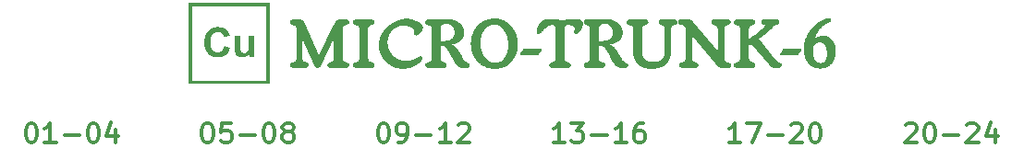
<source format=gto>
G04 #@! TF.GenerationSoftware,KiCad,Pcbnew,8.0.1*
G04 #@! TF.CreationDate,2024-08-12T23:31:03+01:00*
G04 #@! TF.ProjectId,MICRO_TRUNK_6_INSULATOR_FRONT,4d494352-4f5f-4545-9255-4e4b5f365f49,rev?*
G04 #@! TF.SameCoordinates,Original*
G04 #@! TF.FileFunction,Legend,Top*
G04 #@! TF.FilePolarity,Positive*
%FSLAX46Y46*%
G04 Gerber Fmt 4.6, Leading zero omitted, Abs format (unit mm)*
G04 Created by KiCad (PCBNEW 8.0.1) date 2024-08-12 23:31:03*
%MOMM*%
%LPD*%
G01*
G04 APERTURE LIST*
%ADD10C,0.000000*%
%ADD11C,0.300000*%
%ADD12C,3.200000*%
G04 APERTURE END LIST*
D10*
G36*
X138010715Y-89738976D02*
G01*
X138090651Y-89743487D01*
X138168815Y-89750998D01*
X138245204Y-89761514D01*
X138319826Y-89775038D01*
X138392673Y-89791564D01*
X138463750Y-89811095D01*
X138533053Y-89833629D01*
X138600585Y-89859170D01*
X138666346Y-89887720D01*
X138730332Y-89919267D01*
X138792549Y-89953826D01*
X138852991Y-89991385D01*
X138911664Y-90031950D01*
X138968564Y-90075519D01*
X139023690Y-90122090D01*
X139069865Y-90164659D01*
X139113060Y-90208537D01*
X139153278Y-90253727D01*
X139190517Y-90300224D01*
X139224775Y-90348031D01*
X139256054Y-90397148D01*
X139284355Y-90447573D01*
X139309678Y-90499306D01*
X139332021Y-90552355D01*
X139351385Y-90606711D01*
X139367769Y-90662374D01*
X139381175Y-90719351D01*
X139391602Y-90777635D01*
X139399050Y-90837232D01*
X139403519Y-90898136D01*
X139405007Y-90960354D01*
X139402979Y-91030888D01*
X139396892Y-91099496D01*
X139386747Y-91166177D01*
X139372544Y-91230934D01*
X139354285Y-91293765D01*
X139331968Y-91354670D01*
X139305592Y-91413648D01*
X139275161Y-91470700D01*
X139240670Y-91525826D01*
X139202120Y-91579026D01*
X139159515Y-91630301D01*
X139112850Y-91679648D01*
X139062129Y-91727072D01*
X139007350Y-91772568D01*
X138948513Y-91816137D01*
X138885617Y-91857778D01*
X138852730Y-91877453D01*
X138818999Y-91896205D01*
X138784417Y-91914031D01*
X138748989Y-91930929D01*
X138712713Y-91946902D01*
X138675590Y-91961954D01*
X138637617Y-91976080D01*
X138598800Y-91989280D01*
X138559134Y-92001554D01*
X138518620Y-92012906D01*
X138477257Y-92023333D01*
X138435050Y-92032833D01*
X138391992Y-92041413D01*
X138348087Y-92049066D01*
X138303335Y-92055795D01*
X138257737Y-92061600D01*
X138302170Y-92085694D01*
X138345060Y-92110295D01*
X138386410Y-92135414D01*
X138426218Y-92161042D01*
X138464484Y-92187186D01*
X138501209Y-92213841D01*
X138536393Y-92241009D01*
X138570038Y-92268699D01*
X138601174Y-92296550D01*
X138632138Y-92325865D01*
X138662917Y-92356644D01*
X138693518Y-92388886D01*
X138723938Y-92422595D01*
X138754177Y-92457765D01*
X138784238Y-92494401D01*
X138814119Y-92532500D01*
X138843819Y-92572061D01*
X138873340Y-92613088D01*
X138902680Y-92655580D01*
X138931844Y-92699537D01*
X138960827Y-92744956D01*
X138989628Y-92791839D01*
X139018249Y-92840187D01*
X139046693Y-92889998D01*
X139208180Y-93169623D01*
X139334332Y-93380626D01*
X139384154Y-93460393D01*
X139425143Y-93523001D01*
X139457297Y-93568463D01*
X139480614Y-93596766D01*
X139493843Y-93609751D01*
X139507223Y-93622398D01*
X139520759Y-93634714D01*
X139534449Y-93646696D01*
X139548293Y-93658342D01*
X139562289Y-93669655D01*
X139576441Y-93680635D01*
X139590746Y-93691282D01*
X139605207Y-93701590D01*
X139619820Y-93711570D01*
X139634589Y-93721213D01*
X139649511Y-93730522D01*
X139664586Y-93739500D01*
X139679817Y-93748141D01*
X139695199Y-93756447D01*
X139710736Y-93764424D01*
X139744331Y-93780651D01*
X139759815Y-93788614D01*
X139774429Y-93796471D01*
X139788170Y-93804227D01*
X139801037Y-93811883D01*
X139813030Y-93819433D01*
X139824149Y-93826877D01*
X139834395Y-93834221D01*
X139843770Y-93841465D01*
X139852270Y-93848600D01*
X139859897Y-93855639D01*
X139866649Y-93862572D01*
X139872530Y-93869402D01*
X139877537Y-93876130D01*
X139881674Y-93882755D01*
X139884857Y-93888547D01*
X139887838Y-93894416D01*
X139890614Y-93900364D01*
X139893180Y-93906383D01*
X139895545Y-93912487D01*
X139897702Y-93918664D01*
X139899654Y-93924920D01*
X139901399Y-93931252D01*
X139902942Y-93937658D01*
X139904277Y-93944145D01*
X139905407Y-93950707D01*
X139906332Y-93957347D01*
X139907052Y-93964068D01*
X139907563Y-93970862D01*
X139907872Y-93977733D01*
X139907975Y-93984685D01*
X139907517Y-94002074D01*
X139906138Y-94018916D01*
X139903843Y-94035206D01*
X139900629Y-94050940D01*
X139896499Y-94066125D01*
X139891448Y-94080756D01*
X139885480Y-94094836D01*
X139878594Y-94108366D01*
X139870791Y-94121342D01*
X139862068Y-94133761D01*
X139852427Y-94145633D01*
X139841869Y-94156956D01*
X139830393Y-94167722D01*
X139817998Y-94177935D01*
X139804685Y-94187602D01*
X139790452Y-94196709D01*
X139775303Y-94205269D01*
X139759236Y-94213275D01*
X139742250Y-94220728D01*
X139724348Y-94227633D01*
X139705526Y-94233984D01*
X139685785Y-94239781D01*
X139665125Y-94245026D01*
X139643549Y-94249719D01*
X139621057Y-94253863D01*
X139597645Y-94257451D01*
X139573314Y-94260488D01*
X139548066Y-94262974D01*
X139521899Y-94264906D01*
X139494813Y-94266282D01*
X139466811Y-94267115D01*
X139437891Y-94267390D01*
X139413300Y-94267108D01*
X139388837Y-94266262D01*
X139364504Y-94264848D01*
X139340298Y-94262871D01*
X139316220Y-94260328D01*
X139292271Y-94257219D01*
X139268452Y-94253547D01*
X139244759Y-94249308D01*
X139221195Y-94244506D01*
X139197760Y-94239139D01*
X139174456Y-94233205D01*
X139151277Y-94226706D01*
X139128228Y-94219643D01*
X139105308Y-94212016D01*
X139082516Y-94203819D01*
X139059854Y-94195065D01*
X139017799Y-94177176D01*
X138976282Y-94156387D01*
X138935306Y-94132694D01*
X138894868Y-94106102D01*
X138854971Y-94076605D01*
X138815612Y-94044207D01*
X138776794Y-94008905D01*
X138738516Y-93970705D01*
X138700775Y-93929598D01*
X138663574Y-93885593D01*
X138626912Y-93838688D01*
X138590789Y-93788879D01*
X138555210Y-93736167D01*
X138520165Y-93680553D01*
X138485661Y-93622038D01*
X138451696Y-93560622D01*
X138050638Y-92817691D01*
X138008674Y-92740950D01*
X137968252Y-92670166D01*
X137929370Y-92605342D01*
X137892028Y-92546479D01*
X137856227Y-92493572D01*
X137821967Y-92446625D01*
X137789247Y-92405638D01*
X137758068Y-92370609D01*
X137737844Y-92350306D01*
X137716620Y-92331314D01*
X137694392Y-92313634D01*
X137671163Y-92297258D01*
X137646932Y-92282197D01*
X137621701Y-92268442D01*
X137595467Y-92256000D01*
X137568231Y-92244867D01*
X137539992Y-92235043D01*
X137510756Y-92226525D01*
X137480515Y-92219326D01*
X137449273Y-92213429D01*
X137417029Y-92208846D01*
X137383783Y-92205571D01*
X137349536Y-92203607D01*
X137314285Y-92202953D01*
X137228817Y-92202953D01*
X137228818Y-93241772D01*
X137229510Y-93273167D01*
X137230767Y-93303252D01*
X137232590Y-93332027D01*
X137234974Y-93359496D01*
X137237928Y-93385656D01*
X137241445Y-93410504D01*
X137245529Y-93434042D01*
X137250177Y-93456270D01*
X137255389Y-93477191D01*
X137261167Y-93496800D01*
X137267512Y-93515100D01*
X137274419Y-93532089D01*
X137281893Y-93547766D01*
X137289933Y-93562133D01*
X137298536Y-93575194D01*
X137307706Y-93586943D01*
X137314859Y-93595045D01*
X137322346Y-93602914D01*
X137330167Y-93610560D01*
X137338321Y-93617968D01*
X137346811Y-93625143D01*
X137355633Y-93632091D01*
X137364790Y-93638806D01*
X137374279Y-93645293D01*
X137384103Y-93651550D01*
X137394260Y-93657572D01*
X137404750Y-93663362D01*
X137415574Y-93668921D01*
X137426734Y-93674252D01*
X137438226Y-93679351D01*
X137450049Y-93684215D01*
X137462211Y-93688852D01*
X137606855Y-93734858D01*
X137631932Y-93743865D01*
X137655391Y-93753613D01*
X137677235Y-93764105D01*
X137697459Y-93775342D01*
X137716065Y-93787325D01*
X137733054Y-93800050D01*
X137748424Y-93813518D01*
X137755505Y-93820536D01*
X137762177Y-93827738D01*
X137768448Y-93835125D01*
X137774313Y-93842695D01*
X137779774Y-93850454D01*
X137784829Y-93858403D01*
X137789482Y-93866533D01*
X137793728Y-93874852D01*
X137797572Y-93883357D01*
X137801008Y-93892048D01*
X137804044Y-93900921D01*
X137806673Y-93909986D01*
X137808899Y-93919235D01*
X137810717Y-93928673D01*
X137812134Y-93938294D01*
X137813145Y-93948103D01*
X137813954Y-93968281D01*
X137813645Y-93981311D01*
X137812721Y-93994110D01*
X137811181Y-94006682D01*
X137809022Y-94019021D01*
X137806250Y-94031128D01*
X137802859Y-94043004D01*
X137798852Y-94054647D01*
X137794229Y-94066066D01*
X137788989Y-94077249D01*
X137783134Y-94088202D01*
X137776660Y-94098923D01*
X137769572Y-94109414D01*
X137761868Y-94119672D01*
X137753546Y-94129698D01*
X137744610Y-94139495D01*
X137735056Y-94149060D01*
X137723245Y-94160205D01*
X137710814Y-94170635D01*
X137697768Y-94180342D01*
X137684107Y-94189336D01*
X137669828Y-94197605D01*
X137654930Y-94205156D01*
X137639419Y-94211985D01*
X137623291Y-94218099D01*
X137606547Y-94223491D01*
X137589184Y-94228167D01*
X137571207Y-94232121D01*
X137552613Y-94235355D01*
X137533402Y-94237869D01*
X137513575Y-94239670D01*
X137493132Y-94240747D01*
X137472071Y-94241104D01*
X137450910Y-94240851D01*
X137426872Y-94240078D01*
X137399958Y-94238795D01*
X137370168Y-94237004D01*
X137337501Y-94234692D01*
X137301957Y-94231870D01*
X137222237Y-94224685D01*
X137178630Y-94220837D01*
X137133277Y-94217501D01*
X137086178Y-94214677D01*
X137037331Y-94212368D01*
X136986735Y-94210569D01*
X136934399Y-94209290D01*
X136880309Y-94208520D01*
X136824478Y-94208261D01*
X136714555Y-94209286D01*
X136611620Y-94212368D01*
X136562771Y-94214678D01*
X136515670Y-94217500D01*
X136470318Y-94220837D01*
X136426711Y-94224685D01*
X136348432Y-94231870D01*
X136281245Y-94237001D01*
X136225156Y-94240081D01*
X136201271Y-94240851D01*
X136180157Y-94241105D01*
X136156697Y-94240667D01*
X136133982Y-94239361D01*
X136112011Y-94237179D01*
X136090785Y-94234121D01*
X136070305Y-94230192D01*
X136050569Y-94225390D01*
X136031577Y-94219717D01*
X136013330Y-94213167D01*
X135995827Y-94205744D01*
X135979071Y-94197448D01*
X135963060Y-94188281D01*
X135947793Y-94178238D01*
X135933270Y-94167322D01*
X135919492Y-94155534D01*
X135906459Y-94142872D01*
X135894169Y-94129337D01*
X135887004Y-94120233D01*
X135880302Y-94111004D01*
X135874061Y-94101646D01*
X135868283Y-94092159D01*
X135862967Y-94082541D01*
X135858111Y-94072798D01*
X135853721Y-94062923D01*
X135849789Y-94052921D01*
X135846322Y-94042790D01*
X135843315Y-94032528D01*
X135840774Y-94022141D01*
X135838693Y-94011627D01*
X135837075Y-94000984D01*
X135835919Y-93990208D01*
X135835224Y-93979308D01*
X135834994Y-93968281D01*
X135835252Y-93956104D01*
X135836021Y-93944236D01*
X135837305Y-93932675D01*
X135839104Y-93921424D01*
X135841414Y-93910481D01*
X135844239Y-93899843D01*
X135847578Y-93889520D01*
X135851431Y-93879504D01*
X135855797Y-93869795D01*
X135860677Y-93860391D01*
X135866068Y-93851299D01*
X135871976Y-93842515D01*
X135878397Y-93834040D01*
X135885331Y-93825873D01*
X135892779Y-93818015D01*
X135900741Y-93810467D01*
X135908406Y-93804600D01*
X135917435Y-93798501D01*
X135927824Y-93792172D01*
X135939574Y-93785610D01*
X135952685Y-93778817D01*
X135967157Y-93771793D01*
X135982990Y-93764541D01*
X136000185Y-93757052D01*
X136018738Y-93749337D01*
X136038655Y-93741390D01*
X136082570Y-93724802D01*
X136131931Y-93707289D01*
X136186738Y-93688853D01*
X136206408Y-93681569D01*
X136225158Y-93673695D01*
X136242980Y-93665235D01*
X136259879Y-93656178D01*
X136275854Y-93646533D01*
X136290904Y-93636300D01*
X136305030Y-93625475D01*
X136318228Y-93614057D01*
X136330506Y-93602052D01*
X136341856Y-93589455D01*
X136352283Y-93576266D01*
X136361787Y-93562488D01*
X136370363Y-93548115D01*
X136378016Y-93533155D01*
X136384742Y-93517600D01*
X136390546Y-93501457D01*
X136394129Y-93491585D01*
X136397482Y-93480862D01*
X136400600Y-93469292D01*
X136403491Y-93456877D01*
X136406150Y-93443612D01*
X136408578Y-93429501D01*
X136410773Y-93414540D01*
X136412740Y-93398733D01*
X136414475Y-93382081D01*
X136415977Y-93364580D01*
X136417249Y-93346230D01*
X136418290Y-93327032D01*
X136419679Y-93286097D01*
X136420141Y-93241772D01*
X136420141Y-91746046D01*
X137228818Y-91746046D01*
X137590422Y-91746045D01*
X137636688Y-91745481D01*
X137681798Y-91743786D01*
X137725754Y-91740964D01*
X137768552Y-91737011D01*
X137810196Y-91731925D01*
X137850682Y-91725711D01*
X137890014Y-91718367D01*
X137928189Y-91709893D01*
X137965207Y-91700288D01*
X138001073Y-91689556D01*
X138035783Y-91677692D01*
X138069335Y-91664697D01*
X138101733Y-91650571D01*
X138132972Y-91635313D01*
X138163059Y-91618929D01*
X138191991Y-91601413D01*
X138230604Y-91574265D01*
X138248976Y-91560056D01*
X138266726Y-91545425D01*
X138283854Y-91530367D01*
X138300358Y-91514884D01*
X138316239Y-91498983D01*
X138331498Y-91482655D01*
X138346135Y-91465905D01*
X138360146Y-91448729D01*
X138373537Y-91431131D01*
X138386304Y-91413106D01*
X138398449Y-91394662D01*
X138409970Y-91375790D01*
X138420870Y-91356498D01*
X138431145Y-91336779D01*
X138440798Y-91316637D01*
X138449827Y-91296075D01*
X138458236Y-91275085D01*
X138466021Y-91253674D01*
X138473182Y-91231838D01*
X138479722Y-91209576D01*
X138485639Y-91186895D01*
X138490933Y-91163786D01*
X138499651Y-91116297D01*
X138505880Y-91067117D01*
X138509615Y-91016241D01*
X138510861Y-90963672D01*
X138510041Y-90921758D01*
X138507574Y-90880666D01*
X138503464Y-90840395D01*
X138497714Y-90800944D01*
X138490316Y-90762314D01*
X138481277Y-90724510D01*
X138470594Y-90687527D01*
X138458267Y-90651363D01*
X138444296Y-90616025D01*
X138428683Y-90581505D01*
X138411424Y-90547810D01*
X138392523Y-90514937D01*
X138371978Y-90482880D01*
X138349789Y-90451653D01*
X138325956Y-90421244D01*
X138300481Y-90391656D01*
X138272539Y-90362204D01*
X138243776Y-90334647D01*
X138214190Y-90308991D01*
X138183783Y-90285238D01*
X138152553Y-90263383D01*
X138120503Y-90243432D01*
X138087630Y-90225379D01*
X138053935Y-90209225D01*
X138019416Y-90194970D01*
X137984079Y-90182617D01*
X137947918Y-90172167D01*
X137910935Y-90163618D01*
X137873132Y-90156965D01*
X137834504Y-90152215D01*
X137795058Y-90149365D01*
X137754789Y-90148412D01*
X137728733Y-90148875D01*
X137703164Y-90150263D01*
X137678086Y-90152573D01*
X137653494Y-90155808D01*
X137629389Y-90159971D01*
X137605774Y-90165054D01*
X137582649Y-90171064D01*
X137560010Y-90177997D01*
X137537858Y-90185853D01*
X137516197Y-90194636D01*
X137495023Y-90204341D01*
X137474337Y-90214976D01*
X137454139Y-90226530D01*
X137434428Y-90239012D01*
X137415206Y-90252417D01*
X137396474Y-90266745D01*
X137376172Y-90283684D01*
X137357178Y-90301623D01*
X137339496Y-90320564D01*
X137323123Y-90340506D01*
X137308061Y-90361450D01*
X137294307Y-90383395D01*
X137281864Y-90406344D01*
X137270731Y-90430292D01*
X137260905Y-90455243D01*
X137252395Y-90481198D01*
X137245190Y-90508150D01*
X137239296Y-90536107D01*
X137234712Y-90565062D01*
X137231436Y-90595020D01*
X137229473Y-90625980D01*
X137228818Y-90657943D01*
X137228818Y-91746046D01*
X136420141Y-91746046D01*
X136420140Y-90756549D01*
X136419446Y-90725529D01*
X136418187Y-90695740D01*
X136416365Y-90667182D01*
X136413976Y-90639854D01*
X136411021Y-90613763D01*
X136407500Y-90588901D01*
X136403416Y-90565276D01*
X136398769Y-90542880D01*
X136393554Y-90521717D01*
X136387777Y-90501787D01*
X136381434Y-90483091D01*
X136374525Y-90465626D01*
X136367053Y-90449396D01*
X136359014Y-90434399D01*
X136350410Y-90420633D01*
X136341243Y-90408097D01*
X136334090Y-90399622D01*
X136326603Y-90391456D01*
X136318781Y-90383599D01*
X136310628Y-90376047D01*
X136302140Y-90368806D01*
X136293319Y-90361874D01*
X136284161Y-90355248D01*
X136274674Y-90348930D01*
X136264850Y-90342922D01*
X136254691Y-90337222D01*
X136244200Y-90331826D01*
X136233376Y-90326744D01*
X136222218Y-90321968D01*
X136210725Y-90317500D01*
X136198899Y-90313341D01*
X136186738Y-90309486D01*
X136042095Y-90266746D01*
X136017014Y-90258488D01*
X135993555Y-90249334D01*
X135971714Y-90239276D01*
X135951488Y-90228327D01*
X135932884Y-90216473D01*
X135924184Y-90210210D01*
X135915895Y-90203723D01*
X135908005Y-90197008D01*
X135900524Y-90190073D01*
X135893445Y-90182909D01*
X135886770Y-90175523D01*
X135880502Y-90167913D01*
X135874636Y-90160075D01*
X135869175Y-90152015D01*
X135864117Y-90143731D01*
X135859467Y-90135222D01*
X135855218Y-90126484D01*
X135851377Y-90117528D01*
X135847935Y-90108343D01*
X135844905Y-90098933D01*
X135842275Y-90089299D01*
X135840052Y-90079442D01*
X135838230Y-90069359D01*
X135836815Y-90059050D01*
X135835802Y-90048518D01*
X135834994Y-90026783D01*
X135835301Y-90014147D01*
X135836227Y-90001716D01*
X135837769Y-89989491D01*
X135839926Y-89977473D01*
X135842698Y-89965660D01*
X135846090Y-89954050D01*
X135850096Y-89942645D01*
X135854721Y-89931449D01*
X135859960Y-89920456D01*
X135865814Y-89909672D01*
X135872287Y-89899089D01*
X135879375Y-89888713D01*
X135887079Y-89878543D01*
X135895401Y-89868580D01*
X135904338Y-89858819D01*
X135913891Y-89849266D01*
X135925717Y-89838120D01*
X135938185Y-89827691D01*
X135951296Y-89817987D01*
X135965048Y-89808997D01*
X135979443Y-89800728D01*
X135994478Y-89793177D01*
X136010158Y-89786343D01*
X136026478Y-89780232D01*
X136043442Y-89774838D01*
X136061047Y-89770162D01*
X136079294Y-89766207D01*
X136098183Y-89762970D01*
X136117714Y-89760452D01*
X136137883Y-89758653D01*
X136158700Y-89757574D01*
X136180157Y-89757217D01*
X136201991Y-89757422D01*
X136226389Y-89758040D01*
X136253356Y-89759066D01*
X136282889Y-89760501D01*
X136349662Y-89764609D01*
X136426711Y-89770356D01*
X136469906Y-89774208D01*
X136514026Y-89777546D01*
X136559073Y-89780369D01*
X136605044Y-89782683D01*
X136651940Y-89784483D01*
X136699761Y-89785769D01*
X136748508Y-89786542D01*
X136798178Y-89786802D01*
X136910763Y-89785567D01*
X137031573Y-89781862D01*
X137160603Y-89775695D01*
X137297844Y-89767057D01*
X137501244Y-89754116D01*
X137674240Y-89744868D01*
X137816827Y-89739325D01*
X137929006Y-89737476D01*
X138010715Y-89738976D01*
G37*
G36*
X159957394Y-89754147D02*
G01*
X159976684Y-89754840D01*
X159995408Y-89755994D01*
X160013568Y-89757615D01*
X160031160Y-89759693D01*
X160048188Y-89762239D01*
X160064653Y-89765242D01*
X160080550Y-89768710D01*
X160095882Y-89772641D01*
X160110649Y-89777030D01*
X160124851Y-89781887D01*
X160138488Y-89787206D01*
X160151560Y-89792986D01*
X160164065Y-89799229D01*
X160176007Y-89805933D01*
X160187383Y-89813103D01*
X160198120Y-89819931D01*
X160208959Y-89827277D01*
X160219901Y-89835133D01*
X160230945Y-89843503D01*
X160242092Y-89852390D01*
X160253339Y-89861789D01*
X160264692Y-89871699D01*
X160276145Y-89882128D01*
X160287702Y-89893067D01*
X160299360Y-89904520D01*
X160311120Y-89916489D01*
X160322985Y-89928971D01*
X160334950Y-89941967D01*
X160347019Y-89955477D01*
X160359189Y-89969501D01*
X160371462Y-89984041D01*
X162636437Y-92745382D01*
X162636437Y-90753273D01*
X162635747Y-90722263D01*
X162634490Y-90692507D01*
X162632670Y-90664017D01*
X162630281Y-90636781D01*
X162627331Y-90610806D01*
X162623813Y-90586085D01*
X162619730Y-90562625D01*
X162615081Y-90540424D01*
X162609869Y-90519481D01*
X162604089Y-90499794D01*
X162597745Y-90481368D01*
X162590838Y-90464198D01*
X162583363Y-90448285D01*
X162575323Y-90433631D01*
X162566719Y-90420237D01*
X162557548Y-90408097D01*
X162550395Y-90399226D01*
X162542906Y-90390692D01*
X162535084Y-90382489D01*
X162526927Y-90374618D01*
X162518441Y-90367083D01*
X162509616Y-90359878D01*
X162500461Y-90353010D01*
X162490971Y-90346474D01*
X162481147Y-90340275D01*
X162470989Y-90334406D01*
X162460499Y-90328870D01*
X162449675Y-90323671D01*
X162438515Y-90318804D01*
X162427021Y-90314273D01*
X162415196Y-90310074D01*
X162403035Y-90306209D01*
X162258400Y-90263465D01*
X162233324Y-90255208D01*
X162209865Y-90246054D01*
X162188024Y-90235999D01*
X162167800Y-90225046D01*
X162149193Y-90213194D01*
X162140497Y-90206929D01*
X162132206Y-90200440D01*
X162124317Y-90193727D01*
X162116833Y-90186789D01*
X162109756Y-90179629D01*
X162103079Y-90172242D01*
X162096812Y-90164630D01*
X162090945Y-90156793D01*
X162085485Y-90148732D01*
X162080427Y-90140444D01*
X162075776Y-90131934D01*
X162071528Y-90123198D01*
X162067686Y-90114240D01*
X162064246Y-90105054D01*
X162061212Y-90095643D01*
X162058583Y-90086011D01*
X162056357Y-90076151D01*
X162054537Y-90066062D01*
X162053121Y-90055758D01*
X162052110Y-90045225D01*
X162051301Y-90023483D01*
X162051608Y-90010847D01*
X162052533Y-89998416D01*
X162054073Y-89986193D01*
X162056229Y-89974171D01*
X162059001Y-89962360D01*
X162062390Y-89950751D01*
X162066393Y-89939348D01*
X162071018Y-89928152D01*
X162076256Y-89917156D01*
X162082110Y-89906373D01*
X162088582Y-89895791D01*
X162095670Y-89885415D01*
X162103375Y-89875245D01*
X162111696Y-89865278D01*
X162120633Y-89855521D01*
X162130189Y-89845966D01*
X162142018Y-89834819D01*
X162154488Y-89824395D01*
X162167602Y-89814685D01*
X162181356Y-89805697D01*
X162195749Y-89797428D01*
X162210789Y-89789876D01*
X162226467Y-89783044D01*
X162242788Y-89776931D01*
X162259749Y-89771538D01*
X162277352Y-89766864D01*
X162295599Y-89762906D01*
X162314485Y-89759671D01*
X162334015Y-89757154D01*
X162354187Y-89755356D01*
X162375001Y-89754278D01*
X162396455Y-89753917D01*
X162419727Y-89754175D01*
X162445156Y-89754947D01*
X162472741Y-89756232D01*
X162502485Y-89758033D01*
X162534381Y-89760344D01*
X162568438Y-89763170D01*
X162604649Y-89766509D01*
X162643017Y-89770358D01*
X162683594Y-89774207D01*
X162723145Y-89777542D01*
X162761665Y-89780364D01*
X162799160Y-89782672D01*
X162835627Y-89784471D01*
X162871067Y-89785755D01*
X162905481Y-89786525D01*
X162938866Y-89786780D01*
X162972254Y-89786523D01*
X163006670Y-89785755D01*
X163042112Y-89784471D01*
X163078582Y-89782672D01*
X163116079Y-89780367D01*
X163154606Y-89777542D01*
X163194157Y-89774206D01*
X163234734Y-89770359D01*
X163309107Y-89763170D01*
X163374441Y-89758033D01*
X163403718Y-89756232D01*
X163430737Y-89754947D01*
X163455497Y-89754175D01*
X163477998Y-89753915D01*
X163501853Y-89754338D01*
X163524938Y-89755610D01*
X163547252Y-89757731D01*
X163568799Y-89760698D01*
X163589574Y-89764513D01*
X163609579Y-89769172D01*
X163628814Y-89774683D01*
X163647280Y-89781038D01*
X163664974Y-89788244D01*
X163681899Y-89796293D01*
X163698054Y-89805192D01*
X163713437Y-89814942D01*
X163728050Y-89825536D01*
X163741894Y-89836980D01*
X163754966Y-89849267D01*
X163767267Y-89862405D01*
X163774430Y-89871497D01*
X163781133Y-89880694D01*
X163787372Y-89889990D01*
X163793150Y-89899390D01*
X163798467Y-89908892D01*
X163803320Y-89918498D01*
X163807712Y-89928203D01*
X163811640Y-89938014D01*
X163815107Y-89947924D01*
X163818112Y-89957944D01*
X163820654Y-89968062D01*
X163822733Y-89978284D01*
X163824351Y-89988610D01*
X163825507Y-89999035D01*
X163826199Y-90009567D01*
X163826432Y-90020202D01*
X163826163Y-90032401D01*
X163825353Y-90044344D01*
X163824006Y-90056029D01*
X163822118Y-90067454D01*
X163819693Y-90078626D01*
X163816727Y-90089541D01*
X163813221Y-90100196D01*
X163809179Y-90110599D01*
X163804593Y-90120742D01*
X163799470Y-90130629D01*
X163793809Y-90140259D01*
X163787607Y-90149630D01*
X163780866Y-90158745D01*
X163773585Y-90167609D01*
X163765765Y-90176211D01*
X163757405Y-90184557D01*
X163749752Y-90191582D01*
X163740766Y-90198687D01*
X163730442Y-90205867D01*
X163718781Y-90213124D01*
X163705787Y-90220456D01*
X163691455Y-90227865D01*
X163675788Y-90235352D01*
X163658787Y-90242916D01*
X163640448Y-90250555D01*
X163620774Y-90258275D01*
X163599764Y-90266069D01*
X163577418Y-90273942D01*
X163553737Y-90281893D01*
X163528720Y-90289922D01*
X163502367Y-90298025D01*
X163474679Y-90306208D01*
X163455778Y-90312729D01*
X163437699Y-90319972D01*
X163420441Y-90327932D01*
X163404005Y-90336611D01*
X163388390Y-90346009D01*
X163373598Y-90356124D01*
X163359629Y-90366965D01*
X163346479Y-90378518D01*
X163334152Y-90390796D01*
X163322648Y-90403790D01*
X163311963Y-90417506D01*
X163302103Y-90431941D01*
X163293065Y-90447093D01*
X163284848Y-90462966D01*
X163277452Y-90479556D01*
X163270878Y-90496865D01*
X163267296Y-90505956D01*
X163263946Y-90515975D01*
X163260825Y-90526915D01*
X163257935Y-90538781D01*
X163255277Y-90551569D01*
X163252851Y-90565285D01*
X163250656Y-90579925D01*
X163248691Y-90595486D01*
X163246958Y-90611974D01*
X163245456Y-90629384D01*
X163244184Y-90647723D01*
X163243145Y-90666984D01*
X163241759Y-90708279D01*
X163241296Y-90753273D01*
X163241297Y-93491595D01*
X163265124Y-93523699D01*
X163287307Y-93552619D01*
X163307851Y-93578352D01*
X163326753Y-93600898D01*
X163344011Y-93620265D01*
X163359627Y-93636445D01*
X163366820Y-93643340D01*
X163373600Y-93649441D01*
X163379969Y-93654745D01*
X163385931Y-93659252D01*
X163391414Y-93663308D01*
X163397180Y-93667265D01*
X163403228Y-93671116D01*
X163409559Y-93674867D01*
X163416173Y-93678513D01*
X163423068Y-93682057D01*
X163430245Y-93685496D01*
X163437706Y-93688838D01*
X163445446Y-93692074D01*
X163453474Y-93695207D01*
X163461781Y-93698239D01*
X163470372Y-93701163D01*
X163479244Y-93703993D01*
X163488401Y-93706714D01*
X163497838Y-93709336D01*
X163507563Y-93711853D01*
X163555228Y-93723050D01*
X163597963Y-93733627D01*
X163635767Y-93743589D01*
X163668639Y-93752940D01*
X163696581Y-93761673D01*
X163719593Y-93769792D01*
X163737673Y-93777295D01*
X163744865Y-93780814D01*
X163750826Y-93784183D01*
X163764357Y-93793016D01*
X163777017Y-93802258D01*
X163788805Y-93811910D01*
X163794371Y-93816892D01*
X163799719Y-93821980D01*
X163804849Y-93827168D01*
X163809761Y-93832459D01*
X163814454Y-93837851D01*
X163818930Y-93843348D01*
X163823185Y-93848943D01*
X163827224Y-93854644D01*
X163831046Y-93860451D01*
X163834648Y-93866357D01*
X163838032Y-93872369D01*
X163841197Y-93878481D01*
X163844145Y-93884696D01*
X163846873Y-93891013D01*
X163849384Y-93897436D01*
X163851676Y-93903960D01*
X163853751Y-93910585D01*
X163855608Y-93917311D01*
X163857246Y-93924147D01*
X163858664Y-93931080D01*
X163859865Y-93938113D01*
X163860849Y-93945256D01*
X163861612Y-93952500D01*
X163862160Y-93959842D01*
X163862595Y-93974838D01*
X163862190Y-93991822D01*
X163860977Y-94008256D01*
X163858954Y-94024134D01*
X163856122Y-94039459D01*
X163852483Y-94054232D01*
X163848032Y-94068455D01*
X163842774Y-94082121D01*
X163836708Y-94095242D01*
X163829831Y-94107806D01*
X163822144Y-94119819D01*
X163813651Y-94131279D01*
X163804347Y-94142184D01*
X163794234Y-94152544D01*
X163783312Y-94162348D01*
X163771583Y-94171599D01*
X163759042Y-94180299D01*
X163745695Y-94188447D01*
X163731538Y-94196042D01*
X163716571Y-94203083D01*
X163700795Y-94209572D01*
X163684211Y-94215511D01*
X163666819Y-94220900D01*
X163648616Y-94225736D01*
X163629605Y-94230018D01*
X163609785Y-94233747D01*
X163589156Y-94236925D01*
X163567718Y-94239555D01*
X163545472Y-94241630D01*
X163522415Y-94243150D01*
X163498553Y-94244122D01*
X163473877Y-94244538D01*
X163448397Y-94244407D01*
X163280740Y-94241125D01*
X163200919Y-94239482D01*
X163127469Y-94236194D01*
X163060385Y-94231260D01*
X162999673Y-94224688D01*
X162945330Y-94216469D01*
X162897356Y-94206603D01*
X162875756Y-94201055D01*
X162855751Y-94195096D01*
X162837336Y-94188724D01*
X162820516Y-94181938D01*
X162800343Y-94172734D01*
X162779272Y-94161549D01*
X162757302Y-94148389D01*
X162734430Y-94133248D01*
X162710662Y-94116131D01*
X162685994Y-94097041D01*
X162660427Y-94075968D01*
X162633964Y-94052921D01*
X162606598Y-94027896D01*
X162578334Y-94000891D01*
X162549172Y-93971912D01*
X162519110Y-93940952D01*
X162488149Y-93908015D01*
X162456290Y-93873103D01*
X162423533Y-93836209D01*
X162389875Y-93797343D01*
X160279413Y-91266100D01*
X160279413Y-93241772D01*
X160280104Y-93272785D01*
X160281365Y-93302535D01*
X160283190Y-93331035D01*
X160285579Y-93358272D01*
X160288532Y-93384251D01*
X160292050Y-93408968D01*
X160296136Y-93432432D01*
X160300784Y-93454633D01*
X160305999Y-93475575D01*
X160311778Y-93495262D01*
X160318121Y-93513689D01*
X160325030Y-93530857D01*
X160332505Y-93546766D01*
X160340544Y-93561415D01*
X160349150Y-93574810D01*
X160358320Y-93586944D01*
X160365086Y-93595048D01*
X160372237Y-93602919D01*
X160379773Y-93610555D01*
X160387694Y-93617968D01*
X160396001Y-93625145D01*
X160404696Y-93632094D01*
X160413772Y-93638808D01*
X160423236Y-93645292D01*
X160433082Y-93651546D01*
X160443317Y-93657571D01*
X160453937Y-93663360D01*
X160464940Y-93668921D01*
X160476332Y-93674252D01*
X160488108Y-93679347D01*
X160500266Y-93684216D01*
X160512815Y-93688853D01*
X160657468Y-93734878D01*
X160682544Y-93743879D01*
X160706003Y-93753626D01*
X160727842Y-93764117D01*
X160748067Y-93775354D01*
X160766670Y-93787335D01*
X160783658Y-93800061D01*
X160799027Y-93813532D01*
X160806106Y-93820546D01*
X160812775Y-93827745D01*
X160819046Y-93835135D01*
X160824912Y-93842708D01*
X160830371Y-93850466D01*
X160835429Y-93858409D01*
X160840079Y-93866544D01*
X160844327Y-93874861D01*
X160848168Y-93883366D01*
X160851606Y-93892055D01*
X160854639Y-93900931D01*
X160857268Y-93909995D01*
X160859492Y-93919244D01*
X160861312Y-93928676D01*
X160862729Y-93938298D01*
X160863741Y-93948106D01*
X160864549Y-93968281D01*
X160864240Y-93981311D01*
X160863316Y-93994110D01*
X160861774Y-94006679D01*
X160859619Y-94019020D01*
X160856848Y-94031128D01*
X160853458Y-94043006D01*
X160849453Y-94054652D01*
X160844831Y-94066064D01*
X160839594Y-94077249D01*
X160833739Y-94088205D01*
X160827267Y-94098929D01*
X160820178Y-94109421D01*
X160812475Y-94119682D01*
X160804153Y-94129711D01*
X160795213Y-94139510D01*
X160785660Y-94149078D01*
X160773835Y-94160223D01*
X160761367Y-94170650D01*
X160748257Y-94180358D01*
X160734505Y-94189345D01*
X160720111Y-94197617D01*
X160705075Y-94205166D01*
X160689398Y-94211997D01*
X160673077Y-94218113D01*
X160656115Y-94223507D01*
X160638509Y-94228180D01*
X160620260Y-94232136D01*
X160601373Y-94235373D01*
X160581842Y-94237891D01*
X160561669Y-94239686D01*
X160540853Y-94240768D01*
X160519394Y-94241126D01*
X160496844Y-94240870D01*
X160471931Y-94240100D01*
X160444655Y-94238813D01*
X160415020Y-94237017D01*
X160383022Y-94234706D01*
X160348661Y-94231882D01*
X160311938Y-94228537D01*
X160272852Y-94224685D01*
X160232272Y-94220836D01*
X160192721Y-94217502D01*
X160154196Y-94214677D01*
X160116698Y-94212368D01*
X160080227Y-94210569D01*
X160044784Y-94209289D01*
X160010369Y-94208518D01*
X159976983Y-94208260D01*
X159942882Y-94208516D01*
X159907958Y-94209290D01*
X159872209Y-94210569D01*
X159835640Y-94212368D01*
X159798246Y-94214678D01*
X159760030Y-94217498D01*
X159720992Y-94220837D01*
X159681135Y-94224685D01*
X159606760Y-94231882D01*
X159541420Y-94237016D01*
X159512141Y-94238813D01*
X159485125Y-94240100D01*
X159460367Y-94240870D01*
X159437870Y-94241126D01*
X159414012Y-94240689D01*
X159390923Y-94239380D01*
X159368606Y-94237193D01*
X159347059Y-94234138D01*
X159326281Y-94230211D01*
X159306276Y-94225407D01*
X159287037Y-94219736D01*
X159268572Y-94213186D01*
X159250877Y-94205765D01*
X159233951Y-94197470D01*
X159217797Y-94188299D01*
X159202414Y-94178256D01*
X159187801Y-94167343D01*
X159173957Y-94155554D01*
X159160885Y-94142889D01*
X159148583Y-94129357D01*
X159141420Y-94120251D01*
X159134715Y-94111017D01*
X159128476Y-94101657D01*
X159122697Y-94092164D01*
X159117383Y-94082549D01*
X159112528Y-94072801D01*
X159108134Y-94062926D01*
X159104209Y-94052921D01*
X159100743Y-94042793D01*
X159097738Y-94032533D01*
X159095194Y-94022144D01*
X159093113Y-94011627D01*
X159091498Y-94000984D01*
X159090341Y-93990212D01*
X159089648Y-93979308D01*
X159089418Y-93968281D01*
X159089687Y-93956107D01*
X159090496Y-93944238D01*
X159091844Y-93932681D01*
X159093731Y-93921436D01*
X159096157Y-93910493D01*
X159099124Y-93899860D01*
X159102630Y-93889536D01*
X159106673Y-93879519D01*
X159111258Y-93869809D01*
X159116383Y-93860412D01*
X159122047Y-93851320D01*
X159128247Y-93842535D01*
X159134995Y-93834061D01*
X159142278Y-93825893D01*
X159150100Y-93818034D01*
X159158463Y-93810486D01*
X159165730Y-93804613D01*
X159174385Y-93798511D01*
X159184425Y-93792183D01*
X159195852Y-93785618D01*
X159208669Y-93778826D01*
X159222871Y-93771802D01*
X159238458Y-93764545D01*
X159255436Y-93757059D01*
X159273797Y-93749340D01*
X159293548Y-93741391D01*
X159314685Y-93733212D01*
X159337207Y-93724803D01*
X159386416Y-93707288D01*
X159441172Y-93688853D01*
X159460843Y-93681562D01*
X159479590Y-93673648D01*
X159497414Y-93665121D01*
X159514313Y-93655980D01*
X159530286Y-93646220D01*
X159545336Y-93635845D01*
X159559463Y-93624852D01*
X159572663Y-93613242D01*
X159584941Y-93601019D01*
X159596290Y-93588178D01*
X159606719Y-93574721D01*
X159616222Y-93560646D01*
X159624800Y-93545957D01*
X159632455Y-93530651D01*
X159639185Y-93514730D01*
X159644990Y-93498194D01*
X159648573Y-93488717D01*
X159651924Y-93478365D01*
X159655044Y-93467143D01*
X159657933Y-93455041D01*
X159660590Y-93442074D01*
X159663017Y-93428229D01*
X159665211Y-93413512D01*
X159667177Y-93397921D01*
X159668911Y-93381458D01*
X159670412Y-93364121D01*
X159671684Y-93345912D01*
X159672723Y-93326827D01*
X159674110Y-93286045D01*
X159674571Y-93241772D01*
X159674571Y-90510029D01*
X159634200Y-90470986D01*
X159596910Y-90436055D01*
X159562703Y-90405235D01*
X159531576Y-90378524D01*
X159503533Y-90355925D01*
X159478570Y-90337432D01*
X159467246Y-90329728D01*
X159456691Y-90323048D01*
X159446904Y-90317397D01*
X159437889Y-90312771D01*
X159431968Y-90309917D01*
X159425714Y-90307121D01*
X159419125Y-90304376D01*
X159412202Y-90301680D01*
X159404946Y-90299036D01*
X159397354Y-90296440D01*
X159381174Y-90291410D01*
X159363654Y-90286584D01*
X159344804Y-90281959D01*
X159324618Y-90277542D01*
X159303098Y-90273325D01*
X159260512Y-90265571D01*
X159221530Y-90257097D01*
X159203383Y-90252589D01*
X159186141Y-90247903D01*
X159169795Y-90243036D01*
X159154347Y-90237989D01*
X159139801Y-90232763D01*
X159126151Y-90227355D01*
X159113402Y-90221772D01*
X159101552Y-90216006D01*
X159090599Y-90210058D01*
X159080544Y-90203930D01*
X159071390Y-90197624D01*
X159063133Y-90191138D01*
X159052781Y-90181947D01*
X159043098Y-90172442D01*
X159034080Y-90162638D01*
X159025732Y-90152519D01*
X159018053Y-90142092D01*
X159011039Y-90131356D01*
X159004695Y-90120315D01*
X158999019Y-90108963D01*
X158994008Y-90097302D01*
X158989669Y-90085335D01*
X158985994Y-90073057D01*
X158982988Y-90060476D01*
X158980653Y-90047584D01*
X158978981Y-90034383D01*
X158977981Y-90020874D01*
X158977646Y-90007060D01*
X158977916Y-89994847D01*
X158978725Y-89982867D01*
X158980076Y-89971120D01*
X158981962Y-89959599D01*
X158984391Y-89948310D01*
X158987358Y-89937257D01*
X158990864Y-89926432D01*
X158994910Y-89915837D01*
X158999492Y-89905474D01*
X159004621Y-89895341D01*
X159010286Y-89885439D01*
X159016488Y-89875768D01*
X159023230Y-89866332D01*
X159030512Y-89857125D01*
X159038333Y-89848150D01*
X159046692Y-89839404D01*
X159053278Y-89832983D01*
X159059892Y-89826874D01*
X159066529Y-89821070D01*
X159073193Y-89815573D01*
X159079883Y-89810385D01*
X159086597Y-89805502D01*
X159093339Y-89800931D01*
X159100107Y-89796665D01*
X159106898Y-89792709D01*
X159113717Y-89789065D01*
X159120560Y-89785724D01*
X159127431Y-89782694D01*
X159134325Y-89779973D01*
X159141245Y-89777559D01*
X159148191Y-89775454D01*
X159155163Y-89773655D01*
X159168803Y-89771269D01*
X159184242Y-89769036D01*
X159220510Y-89765029D01*
X159263968Y-89761637D01*
X159314612Y-89758857D01*
X159372449Y-89756698D01*
X159437477Y-89755150D01*
X159509695Y-89754225D01*
X159589106Y-89753914D01*
X159937540Y-89753914D01*
X159957394Y-89754147D01*
G37*
G36*
X158617286Y-89757638D02*
G01*
X158640747Y-89758910D01*
X158663413Y-89761031D01*
X158685281Y-89763998D01*
X158706353Y-89767809D01*
X158726628Y-89772471D01*
X158746108Y-89777980D01*
X158764791Y-89784340D01*
X158782679Y-89791542D01*
X158799771Y-89799596D01*
X158816065Y-89808492D01*
X158831564Y-89818241D01*
X158846267Y-89828837D01*
X158860173Y-89840278D01*
X158873284Y-89852567D01*
X158885599Y-89865705D01*
X158892762Y-89874411D01*
X158899464Y-89883274D01*
X158905705Y-89892287D01*
X158911482Y-89901458D01*
X158916798Y-89910782D01*
X158921652Y-89920258D01*
X158926044Y-89929891D01*
X158929974Y-89939676D01*
X158933439Y-89949615D01*
X158936445Y-89959709D01*
X158938986Y-89969955D01*
X158941066Y-89980358D01*
X158942684Y-89990910D01*
X158943841Y-90001622D01*
X158944532Y-90012485D01*
X158944764Y-90023502D01*
X158944494Y-90035695D01*
X158943685Y-90047637D01*
X158942338Y-90059320D01*
X158940450Y-90070747D01*
X158938024Y-90081919D01*
X158935059Y-90092830D01*
X158931554Y-90103490D01*
X158927510Y-90113889D01*
X158922925Y-90124035D01*
X158917802Y-90133922D01*
X158912141Y-90143553D01*
X158905940Y-90152930D01*
X158899197Y-90162044D01*
X158891917Y-90170906D01*
X158884097Y-90179511D01*
X158875737Y-90187857D01*
X158868085Y-90194882D01*
X158859097Y-90201982D01*
X158848774Y-90209160D01*
X158837113Y-90216412D01*
X158824119Y-90223747D01*
X158809788Y-90231156D01*
X158794120Y-90238640D01*
X158777121Y-90246206D01*
X158758783Y-90253847D01*
X158739109Y-90261565D01*
X158718101Y-90269360D01*
X158695756Y-90277231D01*
X158672079Y-90285180D01*
X158647065Y-90293205D01*
X158620714Y-90301310D01*
X158593030Y-90309486D01*
X158573743Y-90316000D01*
X158555331Y-90323207D01*
X158537788Y-90331104D01*
X158521122Y-90339696D01*
X158505328Y-90348979D01*
X158490406Y-90358957D01*
X158476359Y-90369628D01*
X158463182Y-90380992D01*
X158450880Y-90393048D01*
X158439450Y-90405799D01*
X158428895Y-90419242D01*
X158419213Y-90433380D01*
X158410402Y-90448213D01*
X158402464Y-90463735D01*
X158395400Y-90479955D01*
X158389211Y-90496864D01*
X158385629Y-90506743D01*
X158382277Y-90517466D01*
X158379156Y-90529036D01*
X158376269Y-90541457D01*
X158373611Y-90554723D01*
X158371182Y-90568835D01*
X158368988Y-90583795D01*
X158367024Y-90599604D01*
X158365290Y-90616258D01*
X158363788Y-90633762D01*
X158362517Y-90652110D01*
X158361476Y-90671308D01*
X158360091Y-90712248D01*
X158359628Y-90756573D01*
X158359628Y-92548144D01*
X158357907Y-92648652D01*
X158352745Y-92746360D01*
X158344143Y-92841266D01*
X158332097Y-92933372D01*
X158316611Y-93022684D01*
X158297685Y-93109193D01*
X158275315Y-93192904D01*
X158249505Y-93273811D01*
X158220253Y-93351925D01*
X158187558Y-93427239D01*
X158151422Y-93499751D01*
X158111848Y-93569465D01*
X158068830Y-93636379D01*
X158022370Y-93700494D01*
X157972469Y-93761808D01*
X157919124Y-93820327D01*
X157858076Y-93879640D01*
X157794102Y-93935122D01*
X157727199Y-93986785D01*
X157657370Y-94034619D01*
X157584613Y-94078625D01*
X157508928Y-94118803D01*
X157430316Y-94155156D01*
X157348776Y-94187683D01*
X157264306Y-94216380D01*
X157176914Y-94241256D01*
X157086590Y-94262301D01*
X156993339Y-94279522D01*
X156897161Y-94292912D01*
X156798055Y-94302480D01*
X156696018Y-94308222D01*
X156591058Y-94310134D01*
X156479764Y-94308002D01*
X156371884Y-94301607D01*
X156267421Y-94290951D01*
X156166374Y-94276030D01*
X156068743Y-94256848D01*
X155974528Y-94233399D01*
X155883731Y-94205692D01*
X155796347Y-94173715D01*
X155712379Y-94137482D01*
X155631828Y-94096982D01*
X155554692Y-94052220D01*
X155480970Y-94003193D01*
X155410667Y-93949906D01*
X155343778Y-93892354D01*
X155280304Y-93830537D01*
X155220246Y-93764460D01*
X155192535Y-93731408D01*
X155166110Y-93697996D01*
X155140967Y-93664223D01*
X155117106Y-93630090D01*
X155094533Y-93595594D01*
X155073242Y-93560745D01*
X155053235Y-93525534D01*
X155034511Y-93489959D01*
X155017071Y-93454031D01*
X155000917Y-93417740D01*
X154986047Y-93381093D01*
X154972461Y-93344079D01*
X154960158Y-93306712D01*
X154949142Y-93268980D01*
X154939408Y-93230891D01*
X154930958Y-93192447D01*
X154919405Y-93132866D01*
X154909388Y-93070814D01*
X154900915Y-93006303D01*
X154893982Y-92939324D01*
X154888590Y-92869884D01*
X154884735Y-92797974D01*
X154882424Y-92723599D01*
X154881654Y-92646753D01*
X154881652Y-90756554D01*
X154880961Y-90725531D01*
X154879699Y-90695740D01*
X154877878Y-90667182D01*
X154875489Y-90639853D01*
X154872534Y-90613763D01*
X154869014Y-90588901D01*
X154864929Y-90565276D01*
X154860283Y-90542879D01*
X154855067Y-90521717D01*
X154849289Y-90501789D01*
X154842943Y-90483091D01*
X154836036Y-90465624D01*
X154828559Y-90449396D01*
X154820520Y-90434399D01*
X154811917Y-90420633D01*
X154802746Y-90408097D01*
X154795593Y-90399623D01*
X154788111Y-90391457D01*
X154780291Y-90383599D01*
X154772138Y-90376047D01*
X154763651Y-90368807D01*
X154754829Y-90361874D01*
X154745674Y-90355245D01*
X154736186Y-90348931D01*
X154726363Y-90342922D01*
X154716204Y-90337222D01*
X154705714Y-90331827D01*
X154694890Y-90326744D01*
X154683730Y-90321969D01*
X154672238Y-90317500D01*
X154660412Y-90313341D01*
X154648251Y-90309486D01*
X154503598Y-90266746D01*
X154478516Y-90258487D01*
X154455056Y-90249335D01*
X154433211Y-90239277D01*
X154412987Y-90228327D01*
X154394382Y-90216471D01*
X154385686Y-90210209D01*
X154377395Y-90203723D01*
X154369506Y-90197009D01*
X154362024Y-90190073D01*
X154354945Y-90182912D01*
X154348272Y-90175525D01*
X154342002Y-90167913D01*
X154336137Y-90160077D01*
X154330676Y-90152013D01*
X154325620Y-90143730D01*
X154320968Y-90135220D01*
X154316723Y-90126485D01*
X154312878Y-90117527D01*
X154309438Y-90108343D01*
X154306408Y-90098933D01*
X154303778Y-90089299D01*
X154301555Y-90079442D01*
X154299735Y-90069360D01*
X154298318Y-90059050D01*
X154297307Y-90048521D01*
X154296498Y-90026778D01*
X154296807Y-90013761D01*
X154297731Y-90000997D01*
X154299272Y-89988487D01*
X154301430Y-89976233D01*
X154304204Y-89964241D01*
X154307594Y-89952503D01*
X154311601Y-89941019D01*
X154316224Y-89929796D01*
X154321466Y-89918832D01*
X154327320Y-89908122D01*
X154333795Y-89897667D01*
X154340883Y-89887472D01*
X154348587Y-89877535D01*
X154356911Y-89867856D01*
X154365850Y-89858432D01*
X154375404Y-89849266D01*
X154387231Y-89838119D01*
X154399698Y-89827691D01*
X154412809Y-89817987D01*
X154426561Y-89808997D01*
X154440955Y-89800726D01*
X154455989Y-89793174D01*
X154471670Y-89786344D01*
X154487987Y-89780232D01*
X154504952Y-89774838D01*
X154522555Y-89770164D01*
X154540804Y-89766207D01*
X154559692Y-89762970D01*
X154579223Y-89760452D01*
X154599397Y-89758654D01*
X154620211Y-89757577D01*
X154641670Y-89757217D01*
X154663497Y-89757422D01*
X154687893Y-89758039D01*
X154714859Y-89759066D01*
X154744394Y-89760505D01*
X154811168Y-89764609D01*
X154888214Y-89770356D01*
X154932546Y-89774208D01*
X154978417Y-89777547D01*
X155025827Y-89780370D01*
X155074780Y-89782685D01*
X155125273Y-89784483D01*
X155177307Y-89785770D01*
X155230878Y-89786542D01*
X155285992Y-89786800D01*
X155394674Y-89785767D01*
X155497195Y-89782683D01*
X155546144Y-89780372D01*
X155593553Y-89777543D01*
X155639421Y-89774208D01*
X155683751Y-89770358D01*
X155760798Y-89764610D01*
X155827575Y-89760501D01*
X155884080Y-89758035D01*
X155930314Y-89757217D01*
X155953773Y-89757638D01*
X155976489Y-89758909D01*
X155998459Y-89761031D01*
X156019685Y-89763998D01*
X156040166Y-89767809D01*
X156059902Y-89772471D01*
X156078894Y-89777983D01*
X156097140Y-89784340D01*
X156114642Y-89791543D01*
X156131399Y-89799596D01*
X156147410Y-89808493D01*
X156162679Y-89818243D01*
X156177203Y-89828837D01*
X156190979Y-89840279D01*
X156204014Y-89852566D01*
X156216302Y-89865705D01*
X156223465Y-89874796D01*
X156230169Y-89883989D01*
X156236409Y-89893284D01*
X156242187Y-89902679D01*
X156247503Y-89912183D01*
X156252356Y-89921789D01*
X156256745Y-89931495D01*
X156260675Y-89941307D01*
X156264143Y-89951218D01*
X156267149Y-89961239D01*
X156269690Y-89971357D01*
X156271769Y-89981582D01*
X156273388Y-89991907D01*
X156274544Y-90002336D01*
X156275237Y-90012869D01*
X156275467Y-90023502D01*
X156275197Y-90035695D01*
X156274388Y-90047637D01*
X156273043Y-90059318D01*
X156271153Y-90070747D01*
X156268727Y-90081919D01*
X156265762Y-90092830D01*
X156262257Y-90103490D01*
X156258213Y-90113889D01*
X156253631Y-90124035D01*
X156248505Y-90133922D01*
X156242846Y-90143554D01*
X156236643Y-90152930D01*
X156229900Y-90162044D01*
X156222622Y-90170907D01*
X156214801Y-90179510D01*
X156206440Y-90187858D01*
X156198788Y-90194882D01*
X156189800Y-90201982D01*
X156179477Y-90209160D01*
X156167818Y-90216415D01*
X156154822Y-90223747D01*
X156140491Y-90231156D01*
X156124823Y-90238641D01*
X156107824Y-90246206D01*
X156089486Y-90253847D01*
X156069815Y-90261565D01*
X156048806Y-90269361D01*
X156026462Y-90277233D01*
X156002784Y-90285181D01*
X155977768Y-90293208D01*
X155951418Y-90301308D01*
X155923733Y-90309489D01*
X155904448Y-90316001D01*
X155886034Y-90323207D01*
X155868494Y-90331104D01*
X155851825Y-90339696D01*
X155836031Y-90348979D01*
X155821110Y-90358956D01*
X155807061Y-90369628D01*
X155793885Y-90380992D01*
X155781584Y-90393047D01*
X155770155Y-90405800D01*
X155759599Y-90419240D01*
X155749916Y-90433380D01*
X155741105Y-90448213D01*
X155733170Y-90463734D01*
X155726106Y-90479955D01*
X155719914Y-90496864D01*
X155716332Y-90506743D01*
X155712982Y-90517467D01*
X155709861Y-90529039D01*
X155706972Y-90541457D01*
X155704314Y-90554723D01*
X155701884Y-90568835D01*
X155699693Y-90583797D01*
X155697727Y-90599604D01*
X155695993Y-90616258D01*
X155694491Y-90633762D01*
X155693220Y-90652110D01*
X155692179Y-90671308D01*
X155690794Y-90712248D01*
X155690331Y-90756573D01*
X155690331Y-92633633D01*
X155694311Y-92760615D01*
X155699288Y-92821034D01*
X155706255Y-92879405D01*
X155715209Y-92935722D01*
X155726156Y-92990001D01*
X155739094Y-93042227D01*
X155754023Y-93092407D01*
X155770939Y-93140539D01*
X155789846Y-93186622D01*
X155810746Y-93230652D01*
X155833635Y-93272640D01*
X155858513Y-93312581D01*
X155885383Y-93350472D01*
X155914243Y-93386312D01*
X155945094Y-93420106D01*
X155977934Y-93451856D01*
X156012765Y-93481549D01*
X156049586Y-93509200D01*
X156088398Y-93534805D01*
X156129200Y-93558355D01*
X156171993Y-93579863D01*
X156216775Y-93599322D01*
X156263549Y-93616728D01*
X156312313Y-93632091D01*
X156363067Y-93645404D01*
X156415809Y-93656672D01*
X156470545Y-93665888D01*
X156527270Y-93673057D01*
X156585988Y-93678177D01*
X156646693Y-93681250D01*
X156709390Y-93682272D01*
X156775791Y-93681155D01*
X156840217Y-93677805D01*
X156902663Y-93672219D01*
X156963132Y-93664398D01*
X157021627Y-93654344D01*
X157078140Y-93642052D01*
X157132677Y-93627532D01*
X157185235Y-93610775D01*
X157235815Y-93591781D01*
X157284420Y-93570554D01*
X157331046Y-93547090D01*
X157375692Y-93521397D01*
X157418365Y-93493466D01*
X157459056Y-93463302D01*
X157497772Y-93430902D01*
X157534510Y-93396267D01*
X157553808Y-93376323D01*
X157572261Y-93355949D01*
X157589866Y-93335134D01*
X157606625Y-93313882D01*
X157622535Y-93292195D01*
X157637597Y-93270073D01*
X157651813Y-93247508D01*
X157665180Y-93224514D01*
X157677700Y-93201079D01*
X157689373Y-93177210D01*
X157700201Y-93152902D01*
X157710176Y-93128158D01*
X157719307Y-93102977D01*
X157727588Y-93077358D01*
X157735024Y-93051300D01*
X157741609Y-93024811D01*
X157752390Y-92973905D01*
X157761736Y-92921466D01*
X157769643Y-92867484D01*
X157776111Y-92811960D01*
X157781144Y-92754895D01*
X157784737Y-92696286D01*
X157786895Y-92636140D01*
X157787614Y-92574447D01*
X157787651Y-92574447D01*
X157787651Y-90756553D01*
X157786962Y-90725531D01*
X157785705Y-90695739D01*
X157783884Y-90667180D01*
X157781497Y-90639854D01*
X157778546Y-90613763D01*
X157775027Y-90588900D01*
X157770945Y-90565276D01*
X157766297Y-90542879D01*
X157761083Y-90521719D01*
X157755305Y-90501787D01*
X157748962Y-90483091D01*
X157742050Y-90465624D01*
X157734577Y-90449396D01*
X157726539Y-90434399D01*
X157717933Y-90420632D01*
X157708764Y-90408097D01*
X157701611Y-90399622D01*
X157694126Y-90391457D01*
X157686306Y-90383599D01*
X157678153Y-90376047D01*
X157669663Y-90368807D01*
X157660840Y-90361874D01*
X157651682Y-90355248D01*
X157642194Y-90348931D01*
X157632368Y-90342922D01*
X157622209Y-90337222D01*
X157611718Y-90331826D01*
X157600891Y-90326744D01*
X157589731Y-90321969D01*
X157578237Y-90317499D01*
X157566410Y-90313340D01*
X157554250Y-90309490D01*
X157409616Y-90266746D01*
X157384538Y-90258487D01*
X157361079Y-90249334D01*
X157339236Y-90239277D01*
X157319015Y-90228328D01*
X157300407Y-90216474D01*
X157291711Y-90210209D01*
X157283420Y-90203723D01*
X157275531Y-90197010D01*
X157268049Y-90190073D01*
X157260970Y-90182912D01*
X157254296Y-90175523D01*
X157248026Y-90167913D01*
X157242157Y-90160077D01*
X157236697Y-90152013D01*
X157231642Y-90143730D01*
X157226990Y-90135220D01*
X157222742Y-90126484D01*
X157218900Y-90117526D01*
X157215461Y-90108343D01*
X157212428Y-90098934D01*
X157209798Y-90089301D01*
X157207573Y-90079442D01*
X157205753Y-90069360D01*
X157204336Y-90059050D01*
X157203323Y-90048518D01*
X157202515Y-90026783D01*
X157202825Y-90014145D01*
X157203748Y-90001716D01*
X157205290Y-89989491D01*
X157207447Y-89977473D01*
X157210219Y-89965660D01*
X157213611Y-89954050D01*
X157217617Y-89942645D01*
X157222240Y-89931451D01*
X157227479Y-89920459D01*
X157233335Y-89909672D01*
X157239806Y-89899091D01*
X157246891Y-89888715D01*
X157254595Y-89878545D01*
X157262917Y-89868577D01*
X157271852Y-89858819D01*
X157281402Y-89849266D01*
X157293244Y-89838118D01*
X157305755Y-89827693D01*
X157318931Y-89817985D01*
X157332775Y-89808997D01*
X157347284Y-89800728D01*
X157362462Y-89793175D01*
X157378309Y-89786344D01*
X157394822Y-89780228D01*
X157412002Y-89774833D01*
X157429850Y-89770164D01*
X157448367Y-89766206D01*
X157467550Y-89762971D01*
X157487404Y-89760454D01*
X157507923Y-89758655D01*
X157529109Y-89757574D01*
X157550969Y-89757217D01*
X157574903Y-89757422D01*
X157600688Y-89758035D01*
X157628325Y-89759065D01*
X157657807Y-89760505D01*
X157689143Y-89762352D01*
X157722325Y-89764609D01*
X157794232Y-89770356D01*
X157872098Y-89777547D01*
X157909028Y-89780370D01*
X157944623Y-89782683D01*
X157978880Y-89784483D01*
X158011802Y-89785767D01*
X158043389Y-89786541D01*
X158073639Y-89786801D01*
X158103891Y-89786542D01*
X158135479Y-89785767D01*
X158168406Y-89784483D01*
X158202666Y-89782683D01*
X158238264Y-89780370D01*
X158275198Y-89777547D01*
X158313464Y-89774208D01*
X158353067Y-89770356D01*
X158424767Y-89764612D01*
X158488661Y-89760504D01*
X158544751Y-89758038D01*
X158569866Y-89757422D01*
X158593030Y-89757216D01*
X158617286Y-89757638D01*
G37*
G36*
X145036187Y-92423233D02*
G01*
X146308370Y-92423233D01*
X146330262Y-92423617D01*
X146350742Y-92424772D01*
X146369809Y-92426696D01*
X146387467Y-92429394D01*
X146403708Y-92432858D01*
X146418540Y-92437095D01*
X146431960Y-92442105D01*
X146443964Y-92447882D01*
X146454559Y-92454431D01*
X146459326Y-92457990D01*
X146463741Y-92461749D01*
X146467802Y-92465695D01*
X146471510Y-92469839D01*
X146474864Y-92474173D01*
X146477866Y-92478697D01*
X146480515Y-92483413D01*
X146482810Y-92488329D01*
X146484752Y-92493434D01*
X146486342Y-92498730D01*
X146487579Y-92504216D01*
X146488460Y-92509900D01*
X146488992Y-92515772D01*
X146489167Y-92521843D01*
X146489039Y-92525644D01*
X146488654Y-92529649D01*
X146488011Y-92533862D01*
X146487111Y-92538278D01*
X146485957Y-92542898D01*
X146484546Y-92547731D01*
X146482876Y-92552764D01*
X146480950Y-92558004D01*
X146478767Y-92563448D01*
X146476328Y-92569097D01*
X146473632Y-92574954D01*
X146470675Y-92581014D01*
X146467464Y-92587281D01*
X146463996Y-92593751D01*
X146460267Y-92600429D01*
X146456284Y-92607307D01*
X146252485Y-92942622D01*
X146247007Y-92951924D01*
X146241258Y-92960919D01*
X146235242Y-92969620D01*
X146228954Y-92978015D01*
X146222401Y-92986111D01*
X146215575Y-92993902D01*
X146208479Y-93001391D01*
X146201112Y-93008581D01*
X146193480Y-93015465D01*
X146185576Y-93022051D01*
X146177401Y-93028334D01*
X146168959Y-93034314D01*
X146160247Y-93039996D01*
X146151265Y-93045371D01*
X146142011Y-93050447D01*
X146132491Y-93055221D01*
X146122700Y-93059692D01*
X146112637Y-93063860D01*
X146102309Y-93067731D01*
X146091709Y-93071297D01*
X146080837Y-93074560D01*
X146069698Y-93077525D01*
X146058290Y-93080186D01*
X146046611Y-93082544D01*
X146034663Y-93084604D01*
X146022445Y-93086360D01*
X146009957Y-93087810D01*
X145997198Y-93088964D01*
X145970877Y-93090363D01*
X145943475Y-93090557D01*
X144691013Y-93090556D01*
X144672704Y-93090157D01*
X144655575Y-93088963D01*
X144639628Y-93086975D01*
X144624859Y-93084184D01*
X144611276Y-93080604D01*
X144598870Y-93076223D01*
X144593110Y-93073738D01*
X144587646Y-93071051D01*
X144582479Y-93068165D01*
X144577607Y-93065078D01*
X144573028Y-93061794D01*
X144568745Y-93058313D01*
X144564757Y-93054630D01*
X144561067Y-93050747D01*
X144557670Y-93046667D01*
X144554567Y-93042388D01*
X144551761Y-93037911D01*
X144549251Y-93033231D01*
X144547037Y-93028353D01*
X144545115Y-93023280D01*
X144543493Y-93018006D01*
X144542162Y-93012532D01*
X144541129Y-93006859D01*
X144540390Y-93000988D01*
X144539946Y-92994915D01*
X144539801Y-92988645D01*
X144539941Y-92984046D01*
X144540365Y-92979296D01*
X144541071Y-92974393D01*
X144542059Y-92969333D01*
X144543331Y-92964113D01*
X144544885Y-92958749D01*
X144546718Y-92953226D01*
X144548838Y-92947552D01*
X144551237Y-92941718D01*
X144553920Y-92935737D01*
X144556886Y-92929599D01*
X144560133Y-92923306D01*
X144563663Y-92916860D01*
X144567473Y-92910258D01*
X144571568Y-92903507D01*
X144575945Y-92896595D01*
X144799484Y-92535004D01*
X144804853Y-92526592D01*
X144810275Y-92518616D01*
X144815744Y-92511079D01*
X144821269Y-92503976D01*
X144826842Y-92497311D01*
X144832467Y-92491077D01*
X144838143Y-92485289D01*
X144843871Y-92479933D01*
X144849650Y-92475015D01*
X144855481Y-92470532D01*
X144861362Y-92466488D01*
X144867294Y-92462875D01*
X144873277Y-92459707D01*
X144879312Y-92456974D01*
X144885396Y-92454674D01*
X144891534Y-92452814D01*
X144895183Y-92451544D01*
X144899551Y-92450195D01*
X144910442Y-92447266D01*
X144924209Y-92444025D01*
X144940850Y-92440481D01*
X144960369Y-92436629D01*
X144982764Y-92432465D01*
X145008036Y-92427994D01*
X145036185Y-92423212D01*
X145036187Y-92423233D01*
G37*
G36*
X128487801Y-89754957D02*
G01*
X128536955Y-89758078D01*
X128582721Y-89763279D01*
X128625097Y-89770560D01*
X128664083Y-89779923D01*
X128699678Y-89791361D01*
X128731883Y-89804884D01*
X128760697Y-89820488D01*
X128773833Y-89829066D01*
X128786123Y-89838170D01*
X128797565Y-89847791D01*
X128808157Y-89857933D01*
X128817903Y-89868594D01*
X128826803Y-89879773D01*
X128834854Y-89891476D01*
X128842056Y-89903697D01*
X128848414Y-89916439D01*
X128853921Y-89929700D01*
X128858581Y-89943480D01*
X128862396Y-89957780D01*
X128865363Y-89972601D01*
X128867480Y-89987942D01*
X128868752Y-90003802D01*
X128869175Y-90020180D01*
X128868906Y-90032772D01*
X128868098Y-90045048D01*
X128866750Y-90057021D01*
X128864863Y-90068680D01*
X128862436Y-90080035D01*
X128859470Y-90091079D01*
X128855964Y-90101813D01*
X128851922Y-90112243D01*
X128847338Y-90122358D01*
X128842214Y-90132168D01*
X128836552Y-90141672D01*
X128830351Y-90150864D01*
X128823610Y-90159748D01*
X128816328Y-90168329D01*
X128808510Y-90176597D01*
X128800149Y-90184559D01*
X128792496Y-90191594D01*
X128783506Y-90198733D01*
X128773181Y-90205972D01*
X128761519Y-90213317D01*
X128748526Y-90220767D01*
X128734196Y-90228313D01*
X128718530Y-90235966D01*
X128701529Y-90243724D01*
X128683191Y-90251581D01*
X128663518Y-90259542D01*
X128642513Y-90267608D01*
X128620168Y-90275774D01*
X128596489Y-90284044D01*
X128571476Y-90292417D01*
X128545127Y-90300889D01*
X128517441Y-90309468D01*
X128498153Y-90315598D01*
X128479738Y-90322467D01*
X128462195Y-90330083D01*
X128445530Y-90338446D01*
X128429736Y-90347552D01*
X128414814Y-90357400D01*
X128400764Y-90367995D01*
X128387590Y-90379338D01*
X128375289Y-90391421D01*
X128363860Y-90404250D01*
X128353306Y-90417825D01*
X128343622Y-90432143D01*
X128334813Y-90447206D01*
X128326877Y-90463013D01*
X128319813Y-90479568D01*
X128313622Y-90496864D01*
X128310038Y-90506741D01*
X128306690Y-90517460D01*
X128303569Y-90529024D01*
X128300681Y-90541443D01*
X128298022Y-90554706D01*
X128295595Y-90568817D01*
X128293398Y-90583771D01*
X128291434Y-90599578D01*
X128289701Y-90616234D01*
X128288199Y-90633735D01*
X128286929Y-90652086D01*
X128285888Y-90671284D01*
X128284503Y-90712222D01*
X128284040Y-90756552D01*
X128284040Y-93241772D01*
X128284730Y-93273167D01*
X128285992Y-93303252D01*
X128287814Y-93332027D01*
X128290203Y-93359496D01*
X128293156Y-93385652D01*
X128296676Y-93410499D01*
X128300758Y-93434034D01*
X128305405Y-93456263D01*
X128310620Y-93477178D01*
X128316395Y-93496786D01*
X128322742Y-93515080D01*
X128329649Y-93532070D01*
X128337123Y-93547748D01*
X128345163Y-93562119D01*
X128353768Y-93575177D01*
X128362938Y-93586925D01*
X128370091Y-93595027D01*
X128377576Y-93602899D01*
X128385393Y-93610541D01*
X128393551Y-93617949D01*
X128402041Y-93625127D01*
X128410862Y-93632073D01*
X128420017Y-93638791D01*
X128429507Y-93645276D01*
X128439331Y-93651529D01*
X128449486Y-93657550D01*
X128459979Y-93663344D01*
X128470803Y-93668904D01*
X128481962Y-93674233D01*
X128493456Y-93679331D01*
X128505282Y-93684198D01*
X128517443Y-93688832D01*
X128662076Y-93734858D01*
X128687155Y-93743860D01*
X128710618Y-93753607D01*
X128732460Y-93764098D01*
X128752684Y-93775335D01*
X128771292Y-93787316D01*
X128788279Y-93800042D01*
X128803651Y-93813510D01*
X128810729Y-93820523D01*
X128817402Y-93827725D01*
X128823672Y-93835112D01*
X128829538Y-93842684D01*
X128834997Y-93850442D01*
X128840055Y-93858389D01*
X128844705Y-93866517D01*
X128848951Y-93874836D01*
X128852793Y-93883340D01*
X128856232Y-93892028D01*
X128859266Y-93900903D01*
X128861894Y-93909965D01*
X128864121Y-93919214D01*
X128865940Y-93928647D01*
X128867356Y-93938267D01*
X128868366Y-93948072D01*
X128869175Y-93968240D01*
X128868868Y-93981273D01*
X128867944Y-93994077D01*
X128866403Y-94006653D01*
X128864245Y-94018993D01*
X128861474Y-94031102D01*
X128858084Y-94042982D01*
X128854076Y-94054629D01*
X128849455Y-94066047D01*
X128844216Y-94077230D01*
X128838362Y-94088185D01*
X128831890Y-94098907D01*
X128824802Y-94109399D01*
X128817100Y-94119662D01*
X128808779Y-94129691D01*
X128799841Y-94139489D01*
X128790288Y-94149056D01*
X128778475Y-94160203D01*
X128766046Y-94170631D01*
X128752998Y-94180337D01*
X128739336Y-94189325D01*
X128725058Y-94197594D01*
X128710162Y-94205149D01*
X128694649Y-94211980D01*
X128678522Y-94218092D01*
X128661778Y-94223485D01*
X128644415Y-94228159D01*
X128626439Y-94232118D01*
X128607844Y-94235351D01*
X128588631Y-94237870D01*
X128568807Y-94239670D01*
X128548363Y-94240747D01*
X128527303Y-94241104D01*
X128506193Y-94240851D01*
X128482309Y-94240078D01*
X128455653Y-94238793D01*
X128426220Y-94236992D01*
X128394018Y-94234680D01*
X128359038Y-94231853D01*
X128280759Y-94224665D01*
X128236171Y-94220815D01*
X128189532Y-94217481D01*
X128140837Y-94214659D01*
X128090085Y-94212346D01*
X128037285Y-94210551D01*
X127982425Y-94209271D01*
X127925516Y-94208500D01*
X127866547Y-94208243D01*
X127752316Y-94209269D01*
X127646303Y-94212347D01*
X127596375Y-94214659D01*
X127548503Y-94217481D01*
X127502684Y-94220814D01*
X127458919Y-94224666D01*
X127380647Y-94231855D01*
X127313465Y-94236993D01*
X127257375Y-94240078D01*
X127233490Y-94240851D01*
X127212376Y-94241104D01*
X127189302Y-94240669D01*
X127166920Y-94239360D01*
X127145233Y-94237175D01*
X127124239Y-94234119D01*
X127103938Y-94230189D01*
X127084331Y-94225385D01*
X127065416Y-94219711D01*
X127047196Y-94213160D01*
X127029667Y-94205735D01*
X127012835Y-94197441D01*
X126996694Y-94188269D01*
X126981245Y-94178231D01*
X126966492Y-94167316D01*
X126952429Y-94155530D01*
X126939062Y-94142870D01*
X126926390Y-94129336D01*
X126919222Y-94120244D01*
X126912519Y-94111048D01*
X126906277Y-94101751D01*
X126900497Y-94092349D01*
X126895181Y-94082847D01*
X126890326Y-94073240D01*
X126885935Y-94063529D01*
X126882007Y-94053723D01*
X126878540Y-94043806D01*
X126875534Y-94033793D01*
X126872991Y-94023673D01*
X126870911Y-94013451D01*
X126869294Y-94003128D01*
X126868137Y-93992702D01*
X126867444Y-93982172D01*
X126867212Y-93971543D01*
X126867484Y-93959742D01*
X126868292Y-93948171D01*
X126869639Y-93936831D01*
X126871529Y-93925726D01*
X126873955Y-93914850D01*
X126876920Y-93904204D01*
X126880428Y-93893788D01*
X126884472Y-93883605D01*
X126889058Y-93873656D01*
X126894182Y-93863937D01*
X126899845Y-93854446D01*
X126906046Y-93845185D01*
X126912788Y-93836160D01*
X126920069Y-93827366D01*
X126927889Y-93818799D01*
X126936248Y-93810467D01*
X126943902Y-93803441D01*
X126952890Y-93796338D01*
X126963214Y-93789159D01*
X126974874Y-93781900D01*
X126987868Y-93774570D01*
X127002197Y-93767161D01*
X127017864Y-93759674D01*
X127034867Y-93752112D01*
X127053202Y-93744469D01*
X127072877Y-93736752D01*
X127093885Y-93728960D01*
X127116229Y-93721086D01*
X127139909Y-93713142D01*
X127164921Y-93705116D01*
X127191272Y-93697013D01*
X127218956Y-93688832D01*
X127238243Y-93682321D01*
X127256655Y-93675116D01*
X127274198Y-93667219D01*
X127290865Y-93658627D01*
X127306659Y-93649341D01*
X127321581Y-93639363D01*
X127335629Y-93628688D01*
X127348802Y-93617321D01*
X127361105Y-93605263D01*
X127372533Y-93592511D01*
X127383089Y-93579067D01*
X127392772Y-93564925D01*
X127401579Y-93550095D01*
X127409515Y-93534568D01*
X127416576Y-93518348D01*
X127422765Y-93501438D01*
X127426352Y-93491566D01*
X127429702Y-93480844D01*
X127432826Y-93469274D01*
X127435714Y-93456860D01*
X127438372Y-93443594D01*
X127440802Y-93429484D01*
X127442998Y-93414521D01*
X127444960Y-93398716D01*
X127446696Y-93382062D01*
X127448199Y-93364561D01*
X127449470Y-93346211D01*
X127450511Y-93327013D01*
X127451895Y-93286075D01*
X127452357Y-93241754D01*
X127452359Y-91492905D01*
X126324811Y-93892633D01*
X126304008Y-93935938D01*
X126284332Y-93975440D01*
X126265791Y-94011141D01*
X126248380Y-94043040D01*
X126232096Y-94071137D01*
X126216944Y-94095429D01*
X126202920Y-94115925D01*
X126190028Y-94132617D01*
X126177995Y-94145750D01*
X126165729Y-94158037D01*
X126153235Y-94169479D01*
X126140508Y-94180068D01*
X126127551Y-94189817D01*
X126114364Y-94198712D01*
X126100946Y-94206763D01*
X126087294Y-94213969D01*
X126073413Y-94220320D01*
X126059302Y-94225832D01*
X126044958Y-94230493D01*
X126030385Y-94234308D01*
X126015579Y-94237273D01*
X126000544Y-94239393D01*
X125985274Y-94240664D01*
X125969777Y-94241088D01*
X125958331Y-94240822D01*
X125947011Y-94240022D01*
X125935809Y-94238690D01*
X125924731Y-94236826D01*
X125913772Y-94234425D01*
X125902939Y-94231495D01*
X125892225Y-94228033D01*
X125881636Y-94224036D01*
X125871166Y-94219504D01*
X125860821Y-94214444D01*
X125850596Y-94208848D01*
X125840493Y-94202720D01*
X125830512Y-94196060D01*
X125820653Y-94188865D01*
X125810918Y-94181140D01*
X125801301Y-94172876D01*
X125791808Y-94164086D01*
X125782438Y-94154760D01*
X125764062Y-94134507D01*
X125746174Y-94112129D01*
X125728773Y-94087616D01*
X125711861Y-94060970D01*
X125695435Y-94032192D01*
X125679497Y-94001284D01*
X125664048Y-93968241D01*
X124569383Y-91492902D01*
X124569382Y-93241750D01*
X124570075Y-93273149D01*
X124571333Y-93303233D01*
X124573152Y-93332011D01*
X124575542Y-93359480D01*
X124578496Y-93385639D01*
X124582014Y-93410483D01*
X124586097Y-93434023D01*
X124590744Y-93456253D01*
X124595958Y-93477172D01*
X124601736Y-93496779D01*
X124608081Y-93515080D01*
X124614989Y-93532069D01*
X124622461Y-93547749D01*
X124630499Y-93562115D01*
X124639103Y-93575177D01*
X124648270Y-93586925D01*
X124655423Y-93595413D01*
X124662912Y-93603619D01*
X124670732Y-93611539D01*
X124678887Y-93619182D01*
X124687376Y-93626537D01*
X124696197Y-93633617D01*
X124705354Y-93640408D01*
X124714843Y-93646921D01*
X124724670Y-93653148D01*
X124734828Y-93659095D01*
X124745319Y-93664756D01*
X124756144Y-93670138D01*
X124767303Y-93675237D01*
X124778797Y-93680050D01*
X124790624Y-93684581D01*
X124802785Y-93688831D01*
X124947419Y-93734841D01*
X124972499Y-93743842D01*
X124995960Y-93753587D01*
X125017802Y-93764080D01*
X125038028Y-93775314D01*
X125056636Y-93787297D01*
X125073623Y-93800021D01*
X125088993Y-93813489D01*
X125096072Y-93820509D01*
X125102746Y-93827709D01*
X125109017Y-93835096D01*
X125114881Y-93842667D01*
X125120342Y-93850429D01*
X125125396Y-93858373D01*
X125130050Y-93866505D01*
X125134296Y-93874824D01*
X125138138Y-93883324D01*
X125141576Y-93892016D01*
X125144610Y-93900895D01*
X125147239Y-93909956D01*
X125149463Y-93919204D01*
X125151284Y-93928640D01*
X125152696Y-93938261D01*
X125153710Y-93948068D01*
X125154519Y-93968243D01*
X125154210Y-93981276D01*
X125153286Y-93994077D01*
X125151745Y-94006653D01*
X125149588Y-94018992D01*
X125146814Y-94031104D01*
X125143423Y-94042982D01*
X125139417Y-94054630D01*
X125134796Y-94066045D01*
X125129557Y-94077232D01*
X125123701Y-94088185D01*
X125117229Y-94098907D01*
X125110141Y-94109399D01*
X125102439Y-94119662D01*
X125094119Y-94129693D01*
X125085182Y-94139491D01*
X125075629Y-94149060D01*
X125063790Y-94160200D01*
X125051282Y-94170621D01*
X125038107Y-94180331D01*
X125024262Y-94189317D01*
X125009752Y-94197583D01*
X124994573Y-94205130D01*
X124978724Y-94211962D01*
X124962212Y-94218076D01*
X124945031Y-94223466D01*
X124927182Y-94228141D01*
X124908666Y-94232099D01*
X124889480Y-94235334D01*
X124869628Y-94237852D01*
X124849109Y-94239651D01*
X124827920Y-94240725D01*
X124806065Y-94241089D01*
X124782131Y-94240830D01*
X124756345Y-94240060D01*
X124728712Y-94238777D01*
X124699229Y-94236983D01*
X124667895Y-94234673D01*
X124634713Y-94231848D01*
X124599683Y-94228514D01*
X124562802Y-94224666D01*
X124488425Y-94217475D01*
X124453393Y-94214649D01*
X124419802Y-94212341D01*
X124387648Y-94210540D01*
X124356933Y-94209254D01*
X124327655Y-94208483D01*
X124299817Y-94208225D01*
X124272746Y-94208482D01*
X124244136Y-94209251D01*
X124213988Y-94210540D01*
X124182297Y-94212339D01*
X124149064Y-94214649D01*
X124114292Y-94217478D01*
X124077976Y-94220815D01*
X124040123Y-94224666D01*
X123968416Y-94231848D01*
X123904519Y-94236983D01*
X123875497Y-94238778D01*
X123848428Y-94240063D01*
X123823312Y-94240832D01*
X123800149Y-94241089D01*
X123775892Y-94240653D01*
X123752430Y-94239342D01*
X123729766Y-94237157D01*
X123707900Y-94234103D01*
X123686824Y-94230173D01*
X123666551Y-94225373D01*
X123647069Y-94219696D01*
X123628388Y-94213145D01*
X123610499Y-94205727D01*
X123593408Y-94197431D01*
X123577114Y-94188262D01*
X123561615Y-94178219D01*
X123546913Y-94167304D01*
X123533005Y-94155513D01*
X123519895Y-94142853D01*
X123507581Y-94129314D01*
X123500415Y-94120216D01*
X123493714Y-94110986D01*
X123487473Y-94101623D01*
X123481693Y-94092136D01*
X123476377Y-94082518D01*
X123471524Y-94072771D01*
X123467131Y-94062897D01*
X123463202Y-94052892D01*
X123459733Y-94042759D01*
X123456729Y-94032499D01*
X123454186Y-94022109D01*
X123452106Y-94011594D01*
X123450485Y-94000947D01*
X123449330Y-93990173D01*
X123448635Y-93979273D01*
X123448404Y-93968240D01*
X123448662Y-93956070D01*
X123449433Y-93944204D01*
X123450715Y-93932648D01*
X123452515Y-93921398D01*
X123454828Y-93910457D01*
X123457652Y-93899825D01*
X123460991Y-93889504D01*
X123464844Y-93879488D01*
X123469212Y-93869780D01*
X123474091Y-93860381D01*
X123479484Y-93851287D01*
X123485389Y-93842504D01*
X123491811Y-93834029D01*
X123498745Y-93825862D01*
X123506193Y-93817999D01*
X123514151Y-93810447D01*
X123521818Y-93804578D01*
X123530846Y-93798484D01*
X123541235Y-93792151D01*
X123552985Y-93785593D01*
X123566096Y-93778799D01*
X123580567Y-93771775D01*
X123596400Y-93764522D01*
X123613594Y-93757034D01*
X123632149Y-93749316D01*
X123652067Y-93741367D01*
X123695981Y-93724775D01*
X123745342Y-93707255D01*
X123800149Y-93688816D01*
X123819821Y-93681533D01*
X123838568Y-93673660D01*
X123856391Y-93665203D01*
X123873291Y-93656149D01*
X123889265Y-93646505D01*
X123904315Y-93636273D01*
X123918439Y-93625447D01*
X123931640Y-93614032D01*
X123943916Y-93602022D01*
X123955268Y-93589426D01*
X123965694Y-93576239D01*
X123975197Y-93562458D01*
X123983774Y-93548090D01*
X123991428Y-93533129D01*
X123998156Y-93517579D01*
X124003958Y-93501438D01*
X124007543Y-93491566D01*
X124010896Y-93480844D01*
X124014017Y-93469277D01*
X124016907Y-93456858D01*
X124019563Y-93443594D01*
X124021993Y-93429484D01*
X124024189Y-93414521D01*
X124026155Y-93398715D01*
X124027886Y-93382060D01*
X124029389Y-93364555D01*
X124030661Y-93346202D01*
X124031702Y-93327006D01*
X124033089Y-93286063D01*
X124033551Y-93241732D01*
X124033551Y-90756533D01*
X124032857Y-90725512D01*
X124031598Y-90695718D01*
X124029775Y-90667159D01*
X124027385Y-90639835D01*
X124024433Y-90613741D01*
X124020914Y-90588882D01*
X124016828Y-90565254D01*
X124012180Y-90542862D01*
X124006966Y-90521698D01*
X124001188Y-90501770D01*
X123994846Y-90483072D01*
X123987936Y-90465609D01*
X123980461Y-90449374D01*
X123972425Y-90434379D01*
X123963821Y-90420613D01*
X123954654Y-90408079D01*
X123947501Y-90399605D01*
X123940014Y-90391438D01*
X123932194Y-90383577D01*
X123924039Y-90376027D01*
X123915551Y-90368782D01*
X123906729Y-90361847D01*
X123897574Y-90355222D01*
X123888085Y-90348902D01*
X123878259Y-90342893D01*
X123868103Y-90337191D01*
X123857612Y-90331795D01*
X123846785Y-90326709D01*
X123835629Y-90321933D01*
X123824137Y-90317464D01*
X123812309Y-90313304D01*
X123800149Y-90309451D01*
X123655514Y-90263446D01*
X123630435Y-90255572D01*
X123606974Y-90246754D01*
X123585130Y-90236980D01*
X123564904Y-90226259D01*
X123555397Y-90220542D01*
X123546298Y-90214587D01*
X123537600Y-90208392D01*
X123529306Y-90201962D01*
X123521419Y-90195294D01*
X123513936Y-90188388D01*
X123506858Y-90181247D01*
X123500184Y-90173864D01*
X123493913Y-90166250D01*
X123488047Y-90158394D01*
X123482586Y-90150301D01*
X123477530Y-90141970D01*
X123472879Y-90133397D01*
X123468630Y-90124594D01*
X123464788Y-90115551D01*
X123461349Y-90106269D01*
X123458316Y-90096748D01*
X123455685Y-90086991D01*
X123453460Y-90076996D01*
X123451641Y-90066767D01*
X123450226Y-90056297D01*
X123449215Y-90045590D01*
X123448404Y-90023464D01*
X123448838Y-90006879D01*
X123450139Y-89990821D01*
X123452307Y-89975290D01*
X123455340Y-89960284D01*
X123459239Y-89945808D01*
X123464007Y-89931854D01*
X123469641Y-89918427D01*
X123476139Y-89905529D01*
X123483510Y-89893161D01*
X123491744Y-89881315D01*
X123500843Y-89869995D01*
X123510813Y-89859203D01*
X123521646Y-89848934D01*
X123533348Y-89839199D01*
X123545916Y-89829986D01*
X123559351Y-89821298D01*
X123573653Y-89813137D01*
X123588821Y-89805505D01*
X123604857Y-89798396D01*
X123621759Y-89791820D01*
X123639527Y-89785765D01*
X123658164Y-89780236D01*
X123677666Y-89775238D01*
X123698037Y-89770763D01*
X123719271Y-89766812D01*
X123741375Y-89763394D01*
X123764344Y-89760497D01*
X123788182Y-89758127D01*
X123812886Y-89756285D01*
X123838456Y-89754969D01*
X123864892Y-89754177D01*
X123892195Y-89753914D01*
X124008383Y-89754636D01*
X124113678Y-89756794D01*
X124208085Y-89760384D01*
X124291600Y-89765420D01*
X124364228Y-89771893D01*
X124425969Y-89779802D01*
X124476819Y-89789152D01*
X124516779Y-89799941D01*
X124533419Y-89805612D01*
X124549652Y-89811954D01*
X124565472Y-89818966D01*
X124580882Y-89826645D01*
X124595882Y-89834988D01*
X124610467Y-89844006D01*
X124624645Y-89853689D01*
X124638409Y-89864036D01*
X124651766Y-89875057D01*
X124664711Y-89886742D01*
X124677243Y-89899094D01*
X124689365Y-89912118D01*
X124701075Y-89925806D01*
X124712374Y-89940161D01*
X124723262Y-89955187D01*
X124733738Y-89970878D01*
X124742779Y-89986132D01*
X124753465Y-90005596D01*
X124765792Y-90029272D01*
X124779765Y-90057162D01*
X124795380Y-90089264D01*
X124812639Y-90125580D01*
X124831543Y-90166104D01*
X124852090Y-90210840D01*
X126127562Y-93028092D01*
X127452350Y-90266746D01*
X127486146Y-90198279D01*
X127518505Y-90135872D01*
X127549426Y-90079525D01*
X127578911Y-90029241D01*
X127606956Y-89985015D01*
X127633565Y-89946853D01*
X127646329Y-89930043D01*
X127658733Y-89914751D01*
X127670776Y-89900970D01*
X127682461Y-89888708D01*
X127697126Y-89874726D01*
X127713177Y-89861539D01*
X127730615Y-89849150D01*
X127749441Y-89837552D01*
X127769653Y-89826756D01*
X127791249Y-89816751D01*
X127814236Y-89807545D01*
X127838610Y-89799135D01*
X127864370Y-89791518D01*
X127891515Y-89784702D01*
X127920050Y-89778681D01*
X127949970Y-89773455D01*
X127981276Y-89769022D01*
X128013971Y-89765390D01*
X128048053Y-89762555D01*
X128083520Y-89760512D01*
X128164673Y-89757627D01*
X128250346Y-89755565D01*
X128340538Y-89754330D01*
X128435254Y-89753914D01*
X128487801Y-89754957D01*
G37*
G36*
X134189452Y-89686321D02*
G01*
X134260221Y-89690560D01*
X134331321Y-89697618D01*
X134402757Y-89707508D01*
X134474526Y-89720221D01*
X134546628Y-89735757D01*
X134619063Y-89754121D01*
X134691833Y-89775303D01*
X134764937Y-89799316D01*
X134838372Y-89826152D01*
X134912145Y-89855813D01*
X134986251Y-89888303D01*
X135060691Y-89923613D01*
X135135464Y-89961754D01*
X135210572Y-90002716D01*
X135286012Y-90046501D01*
X135326617Y-90071789D01*
X135364600Y-90097510D01*
X135399963Y-90123664D01*
X135432707Y-90150259D01*
X135462834Y-90177286D01*
X135490339Y-90204753D01*
X135515225Y-90232658D01*
X135537491Y-90260997D01*
X135557138Y-90289773D01*
X135574164Y-90318987D01*
X135588571Y-90348633D01*
X135600359Y-90378720D01*
X135609526Y-90409243D01*
X135616075Y-90440200D01*
X135620004Y-90471597D01*
X135621314Y-90503430D01*
X135620209Y-90533733D01*
X135616897Y-90564658D01*
X135611375Y-90596197D01*
X135603645Y-90628352D01*
X135593706Y-90661122D01*
X135581560Y-90694511D01*
X135567203Y-90728514D01*
X135550638Y-90763137D01*
X135531865Y-90798373D01*
X135510883Y-90834224D01*
X135487692Y-90870693D01*
X135462292Y-90907780D01*
X135434684Y-90945480D01*
X135404866Y-90983799D01*
X135372842Y-91022731D01*
X135338606Y-91062283D01*
X135318510Y-91084174D01*
X135298491Y-91104654D01*
X135278550Y-91123721D01*
X135258687Y-91141379D01*
X135238898Y-91157620D01*
X135219187Y-91172452D01*
X135199554Y-91185871D01*
X135179996Y-91197877D01*
X135160516Y-91208473D01*
X135141113Y-91217654D01*
X135121787Y-91225423D01*
X135102537Y-91231780D01*
X135083364Y-91236719D01*
X135064269Y-91240253D01*
X135045250Y-91242372D01*
X135026307Y-91243080D01*
X135017718Y-91242938D01*
X135009206Y-91242511D01*
X135000768Y-91241807D01*
X134992410Y-91240816D01*
X134984129Y-91239548D01*
X134975925Y-91237994D01*
X134967797Y-91236159D01*
X134959746Y-91234040D01*
X134951771Y-91231636D01*
X134943875Y-91228953D01*
X134936055Y-91225988D01*
X134928313Y-91222736D01*
X134920646Y-91219204D01*
X134913060Y-91215391D01*
X134905548Y-91211295D01*
X134898113Y-91206916D01*
X134891643Y-91202950D01*
X134885375Y-91198866D01*
X134879314Y-91194657D01*
X134873457Y-91190328D01*
X134867808Y-91185871D01*
X134862364Y-91181299D01*
X134857122Y-91176602D01*
X134852089Y-91171784D01*
X134847260Y-91166846D01*
X134842637Y-91161783D01*
X134838219Y-91156600D01*
X134834009Y-91151295D01*
X134830001Y-91145865D01*
X134826200Y-91140315D01*
X134822604Y-91134644D01*
X134819214Y-91128850D01*
X134816030Y-91122935D01*
X134813051Y-91116897D01*
X134810276Y-91110738D01*
X134807708Y-91104453D01*
X134805345Y-91098052D01*
X134803188Y-91091526D01*
X134801237Y-91084877D01*
X134799490Y-91078108D01*
X134797946Y-91071215D01*
X134796612Y-91064203D01*
X134795484Y-91057068D01*
X134794558Y-91049807D01*
X134793837Y-91042428D01*
X134793326Y-91034927D01*
X134792915Y-91019558D01*
X134793042Y-91014996D01*
X134793428Y-91009533D01*
X134794968Y-90995917D01*
X134797537Y-90978707D01*
X134801134Y-90957902D01*
X134805755Y-90933500D01*
X134811404Y-90905511D01*
X134818083Y-90873923D01*
X134825787Y-90838741D01*
X134827330Y-90832992D01*
X134828666Y-90827237D01*
X134829798Y-90821489D01*
X134830723Y-90815737D01*
X134831442Y-90809988D01*
X134831956Y-90804237D01*
X134832263Y-90798485D01*
X134832367Y-90792736D01*
X134831867Y-90780830D01*
X134830366Y-90768954D01*
X134827862Y-90757101D01*
X134824357Y-90745275D01*
X134819849Y-90733474D01*
X134814341Y-90721695D01*
X134807834Y-90709948D01*
X134800322Y-90698224D01*
X134791808Y-90686525D01*
X134782296Y-90674852D01*
X134771777Y-90663206D01*
X134760262Y-90651583D01*
X134747744Y-90639987D01*
X134734222Y-90628417D01*
X134719700Y-90616875D01*
X134704175Y-90605357D01*
X134684885Y-90592310D01*
X134664827Y-90579469D01*
X134643997Y-90566833D01*
X134622398Y-90554402D01*
X134600028Y-90542177D01*
X134576888Y-90530156D01*
X134552977Y-90518342D01*
X134528297Y-90506735D01*
X134502846Y-90495330D01*
X134476625Y-90484134D01*
X134449634Y-90473142D01*
X134421871Y-90462356D01*
X134364034Y-90441395D01*
X134303116Y-90421261D01*
X134242406Y-90403543D01*
X134181898Y-90388187D01*
X134121597Y-90375190D01*
X134061501Y-90364559D01*
X134001613Y-90356289D01*
X133941923Y-90350380D01*
X133882444Y-90346834D01*
X133823172Y-90345651D01*
X133763577Y-90346770D01*
X133704779Y-90350121D01*
X133646773Y-90355706D01*
X133589568Y-90363527D01*
X133533158Y-90373583D01*
X133477542Y-90385871D01*
X133422725Y-90400395D01*
X133368702Y-90417152D01*
X133315474Y-90436145D01*
X133263045Y-90457372D01*
X133211411Y-90480834D01*
X133160574Y-90506530D01*
X133110533Y-90534457D01*
X133061289Y-90564626D01*
X133012839Y-90597025D01*
X132965189Y-90631661D01*
X132913772Y-90672391D01*
X132864720Y-90714867D01*
X132818031Y-90759091D01*
X132773702Y-90805062D01*
X132731738Y-90852779D01*
X132692137Y-90902244D01*
X132654898Y-90953451D01*
X132620022Y-91006408D01*
X132587506Y-91061112D01*
X132557354Y-91117561D01*
X132529567Y-91175756D01*
X132504143Y-91235693D01*
X132481076Y-91297381D01*
X132460378Y-91360816D01*
X132442041Y-91425996D01*
X132426067Y-91492923D01*
X132416823Y-91536481D01*
X132408810Y-91580039D01*
X132402029Y-91623600D01*
X132396485Y-91667159D01*
X132392169Y-91710718D01*
X132389088Y-91754278D01*
X132387239Y-91797838D01*
X132386621Y-91841394D01*
X132387919Y-91912088D01*
X132391809Y-91981979D01*
X132398294Y-92051078D01*
X132407374Y-92119380D01*
X132419047Y-92186884D01*
X132433312Y-92253594D01*
X132450173Y-92319506D01*
X132469628Y-92384622D01*
X132491676Y-92448942D01*
X132516318Y-92512466D01*
X132543551Y-92575193D01*
X132573386Y-92637127D01*
X132605808Y-92698260D01*
X132640826Y-92758602D01*
X132678437Y-92818146D01*
X132718645Y-92876895D01*
X132746624Y-92915043D01*
X132775502Y-92952244D01*
X132805281Y-92988492D01*
X132835957Y-93023789D01*
X132867530Y-93058138D01*
X132900006Y-93091538D01*
X132933380Y-93123984D01*
X132967651Y-93155483D01*
X133002825Y-93186031D01*
X133038896Y-93215631D01*
X133075866Y-93244280D01*
X133113733Y-93271976D01*
X133152501Y-93298723D01*
X133192167Y-93324518D01*
X133232733Y-93349365D01*
X133274197Y-93373263D01*
X133322890Y-93399539D01*
X133371995Y-93424115D01*
X133421509Y-93447004D01*
X133471435Y-93468193D01*
X133521770Y-93487685D01*
X133572519Y-93505486D01*
X133623678Y-93521591D01*
X133675245Y-93536000D01*
X133727227Y-93548710D01*
X133779619Y-93559731D01*
X133832421Y-93569054D01*
X133885635Y-93576681D01*
X133939258Y-93582616D01*
X133993294Y-93586854D01*
X134047740Y-93589397D01*
X134102596Y-93590245D01*
X134160677Y-93589113D01*
X134219041Y-93585720D01*
X134277684Y-93580073D01*
X134336613Y-93572162D01*
X134395823Y-93561991D01*
X134455315Y-93549560D01*
X134515089Y-93534870D01*
X134575147Y-93517918D01*
X134635485Y-93498708D01*
X134696111Y-93477236D01*
X134757014Y-93453507D01*
X134818203Y-93427514D01*
X134879672Y-93399266D01*
X134941427Y-93368755D01*
X135003460Y-93335984D01*
X135065780Y-93300955D01*
X135130291Y-93263976D01*
X135189052Y-93231924D01*
X135242059Y-93204803D01*
X135289315Y-93182612D01*
X135330818Y-93165353D01*
X135349411Y-93158573D01*
X135366567Y-93153022D01*
X135382284Y-93148708D01*
X135396561Y-93145627D01*
X135409403Y-93143774D01*
X135420805Y-93143161D01*
X135428163Y-93143353D01*
X135435444Y-93143931D01*
X135442649Y-93144895D01*
X135449775Y-93146244D01*
X135456827Y-93147977D01*
X135463799Y-93150097D01*
X135470695Y-93152601D01*
X135477511Y-93155491D01*
X135484255Y-93158764D01*
X135490920Y-93162424D01*
X135497507Y-93166468D01*
X135504018Y-93170897D01*
X135510452Y-93175712D01*
X135516810Y-93180912D01*
X135523090Y-93186496D01*
X135529294Y-93192468D01*
X135535661Y-93199132D01*
X135541619Y-93205975D01*
X135547165Y-93213002D01*
X135552300Y-93220207D01*
X135557024Y-93227590D01*
X135561339Y-93235152D01*
X135565240Y-93242898D01*
X135568733Y-93250819D01*
X135571814Y-93258925D01*
X135574485Y-93267203D01*
X135576744Y-93275665D01*
X135578593Y-93284309D01*
X135580032Y-93293132D01*
X135581058Y-93302134D01*
X135581674Y-93311316D01*
X135581880Y-93320678D01*
X135581552Y-93333270D01*
X135580570Y-93345973D01*
X135578933Y-93358798D01*
X135576642Y-93371734D01*
X135573695Y-93384788D01*
X135570093Y-93397952D01*
X135565836Y-93411237D01*
X135560923Y-93424638D01*
X135549137Y-93451784D01*
X135534729Y-93479391D01*
X135517702Y-93507460D01*
X135498057Y-93535992D01*
X135475791Y-93564987D01*
X135450908Y-93594443D01*
X135423403Y-93624361D01*
X135393278Y-93654745D01*
X135360536Y-93685589D01*
X135325172Y-93716898D01*
X135287190Y-93748666D01*
X135246588Y-93780902D01*
X135160422Y-93844989D01*
X135073694Y-93904942D01*
X134986401Y-93960760D01*
X134898543Y-94012445D01*
X134810120Y-94059995D01*
X134721130Y-94103410D01*
X134631578Y-94142691D01*
X134541460Y-94177837D01*
X134450774Y-94208848D01*
X134359526Y-94235722D01*
X134267713Y-94258465D01*
X134175334Y-94277074D01*
X134082389Y-94291546D01*
X133988881Y-94301884D01*
X133894807Y-94308083D01*
X133800167Y-94310153D01*
X133713462Y-94308521D01*
X133627584Y-94303630D01*
X133542523Y-94295476D01*
X133458286Y-94284061D01*
X133374870Y-94269383D01*
X133292276Y-94251445D01*
X133210507Y-94230245D01*
X133129556Y-94205782D01*
X133049429Y-94178058D01*
X132970122Y-94147072D01*
X132891639Y-94112828D01*
X132813976Y-94075319D01*
X132737134Y-94034552D01*
X132661117Y-93990521D01*
X132585918Y-93943224D01*
X132511544Y-93892673D01*
X132454851Y-93851334D01*
X132399827Y-93808687D01*
X132346473Y-93764729D01*
X132294785Y-93719460D01*
X132244768Y-93672885D01*
X132196422Y-93625002D01*
X132149746Y-93575804D01*
X132104739Y-93525302D01*
X132061400Y-93473486D01*
X132019730Y-93420361D01*
X131979731Y-93365930D01*
X131941399Y-93310186D01*
X131904739Y-93253130D01*
X131869750Y-93194768D01*
X131836427Y-93135098D01*
X131804777Y-93074112D01*
X131778104Y-93018001D01*
X131753152Y-92961426D01*
X131729919Y-92904384D01*
X131708408Y-92846883D01*
X131688620Y-92788923D01*
X131670551Y-92730496D01*
X131654203Y-92671607D01*
X131639577Y-92612259D01*
X131626674Y-92552446D01*
X131615489Y-92492168D01*
X131606024Y-92431430D01*
X131598282Y-92370231D01*
X131592258Y-92308566D01*
X131587956Y-92246441D01*
X131585375Y-92183854D01*
X131584515Y-92120804D01*
X131585747Y-92046276D01*
X131589446Y-91972260D01*
X131595611Y-91898758D01*
X131604237Y-91825773D01*
X131615333Y-91753296D01*
X131628895Y-91681335D01*
X131644919Y-91609884D01*
X131663410Y-91538950D01*
X131684367Y-91468529D01*
X131707790Y-91398618D01*
X131733678Y-91329222D01*
X131762030Y-91260341D01*
X131792852Y-91191976D01*
X131826137Y-91124119D01*
X131861888Y-91056778D01*
X131900104Y-90989955D01*
X131948707Y-90912062D01*
X132000007Y-90836172D01*
X132054002Y-90762290D01*
X132110695Y-90690407D01*
X132170083Y-90620527D01*
X132232170Y-90552650D01*
X132296954Y-90486777D01*
X132364434Y-90422905D01*
X132434609Y-90361037D01*
X132507482Y-90301172D01*
X132583051Y-90243310D01*
X132661320Y-90187454D01*
X132742283Y-90133600D01*
X132825941Y-90081750D01*
X132912297Y-90031902D01*
X133001350Y-89984058D01*
X133073902Y-89947834D01*
X133146094Y-89913945D01*
X133217926Y-89882394D01*
X133289400Y-89853177D01*
X133360510Y-89826303D01*
X133431266Y-89801764D01*
X133501660Y-89779563D01*
X133571696Y-89759695D01*
X133641373Y-89742167D01*
X133710687Y-89726975D01*
X133779644Y-89714123D01*
X133848242Y-89703607D01*
X133916481Y-89695425D01*
X133984357Y-89689584D01*
X134051878Y-89686078D01*
X134119028Y-89684906D01*
X134189452Y-89686321D01*
G37*
G36*
X168842873Y-92423233D02*
G01*
X170115074Y-92423233D01*
X170136967Y-92423614D01*
X170157448Y-92424773D01*
X170176515Y-92426697D01*
X170194168Y-92429396D01*
X170210408Y-92432858D01*
X170225240Y-92437095D01*
X170238656Y-92442105D01*
X170250662Y-92447881D01*
X170261254Y-92454429D01*
X170266021Y-92457993D01*
X170270434Y-92461749D01*
X170274492Y-92465695D01*
X170278200Y-92469836D01*
X170281554Y-92474173D01*
X170284556Y-92478697D01*
X170287203Y-92483417D01*
X170289499Y-92488326D01*
X170291440Y-92493431D01*
X170293029Y-92498725D01*
X170294265Y-92504215D01*
X170295146Y-92509900D01*
X170295677Y-92515775D01*
X170295853Y-92521840D01*
X170295725Y-92525644D01*
X170295339Y-92529649D01*
X170294699Y-92533858D01*
X170293801Y-92538276D01*
X170292645Y-92542901D01*
X170291234Y-92547729D01*
X170289564Y-92552765D01*
X170287640Y-92558004D01*
X170285458Y-92563447D01*
X170283019Y-92569096D01*
X170280323Y-92574953D01*
X170277370Y-92581013D01*
X170274161Y-92587281D01*
X170270694Y-92593753D01*
X170266971Y-92600429D01*
X170262990Y-92607312D01*
X170059171Y-92942622D01*
X170053696Y-92951924D01*
X170047950Y-92960922D01*
X170041933Y-92969619D01*
X170035647Y-92978014D01*
X170029092Y-92986110D01*
X170022269Y-92993902D01*
X170015172Y-93001392D01*
X170007809Y-93008581D01*
X170000175Y-93015466D01*
X169992272Y-93022052D01*
X169984098Y-93028334D01*
X169975655Y-93034316D01*
X169966941Y-93039995D01*
X169957959Y-93045371D01*
X169948706Y-93050448D01*
X169939185Y-93055221D01*
X169929392Y-93059691D01*
X169919330Y-93063860D01*
X169909000Y-93067729D01*
X169898400Y-93071297D01*
X169887529Y-93074561D01*
X169876388Y-93077525D01*
X169864980Y-93080186D01*
X169853299Y-93082545D01*
X169841351Y-93084603D01*
X169829133Y-93086360D01*
X169816644Y-93087810D01*
X169803887Y-93088963D01*
X169777563Y-93090362D01*
X169750161Y-93090554D01*
X168497701Y-93090554D01*
X168479389Y-93090156D01*
X168462260Y-93088964D01*
X168446314Y-93086975D01*
X168431547Y-93084187D01*
X168417962Y-93080604D01*
X168405557Y-93076226D01*
X168399797Y-93073737D01*
X168394334Y-93071047D01*
X168389165Y-93068162D01*
X168384292Y-93065080D01*
X168379714Y-93061795D01*
X168375432Y-93058313D01*
X168371443Y-93054630D01*
X168367751Y-93050746D01*
X168364356Y-93046667D01*
X168361255Y-93042387D01*
X168358447Y-93037911D01*
X168355938Y-93033231D01*
X168353723Y-93028353D01*
X168351803Y-93023281D01*
X168350178Y-93018004D01*
X168348848Y-93012532D01*
X168347816Y-93006859D01*
X168347076Y-93000988D01*
X168346634Y-92994916D01*
X168346487Y-92988644D01*
X168346627Y-92984046D01*
X168347049Y-92979295D01*
X168347757Y-92974391D01*
X168348742Y-92969333D01*
X168350013Y-92964118D01*
X168351564Y-92958749D01*
X168353399Y-92953228D01*
X168355516Y-92947552D01*
X168357917Y-92941721D01*
X168360598Y-92935734D01*
X168363564Y-92929597D01*
X168366812Y-92923306D01*
X168370342Y-92916860D01*
X168374154Y-92910260D01*
X168378251Y-92903507D01*
X168382630Y-92896598D01*
X168606168Y-92535001D01*
X168611537Y-92526590D01*
X168616961Y-92518616D01*
X168622431Y-92511078D01*
X168627955Y-92503976D01*
X168633527Y-92497309D01*
X168639152Y-92491082D01*
X168644831Y-92485288D01*
X168650557Y-92479933D01*
X168656338Y-92475013D01*
X168662167Y-92470532D01*
X168668049Y-92466488D01*
X168673980Y-92462874D01*
X168679965Y-92459707D01*
X168685998Y-92456974D01*
X168692084Y-92454676D01*
X168698220Y-92452814D01*
X168701866Y-92451544D01*
X168706231Y-92450194D01*
X168717121Y-92447266D01*
X168730888Y-92444024D01*
X168747529Y-92440480D01*
X168767050Y-92436627D01*
X168789447Y-92432465D01*
X168814721Y-92427992D01*
X168842873Y-92423210D01*
X168842873Y-92423233D01*
G37*
G36*
X134119015Y-89684909D02*
G01*
X134119028Y-89684906D01*
X134119038Y-89684906D01*
X134119015Y-89684909D01*
G37*
G36*
X166940318Y-89757421D02*
G01*
X166962352Y-89758040D01*
X166985929Y-89759066D01*
X167011045Y-89760505D01*
X167037705Y-89762351D01*
X167065906Y-89764612D01*
X167095648Y-89767281D01*
X167126928Y-89770358D01*
X167168893Y-89774208D01*
X167210959Y-89777547D01*
X167253129Y-89780369D01*
X167295401Y-89782685D01*
X167337775Y-89784484D01*
X167380254Y-89785767D01*
X167422835Y-89786541D01*
X167465519Y-89786801D01*
X167507948Y-89786541D01*
X167551404Y-89785769D01*
X167595886Y-89784484D01*
X167641396Y-89782683D01*
X167735495Y-89777547D01*
X167833696Y-89770356D01*
X167880541Y-89767476D01*
X167922457Y-89765420D01*
X167959440Y-89764188D01*
X167991489Y-89763779D01*
X168007336Y-89764112D01*
X168022819Y-89765111D01*
X168037950Y-89766782D01*
X168052716Y-89769114D01*
X168067125Y-89772122D01*
X168081172Y-89775794D01*
X168094863Y-89780131D01*
X168108191Y-89785141D01*
X168121161Y-89790816D01*
X168133773Y-89797155D01*
X168146025Y-89804167D01*
X168157917Y-89811848D01*
X168169448Y-89820197D01*
X168180623Y-89829211D01*
X168191434Y-89838893D01*
X168201890Y-89849243D01*
X168210644Y-89858403D01*
X168218835Y-89867789D01*
X168226462Y-89877406D01*
X168233523Y-89887257D01*
X168240019Y-89897340D01*
X168245949Y-89907651D01*
X168251316Y-89918194D01*
X168256118Y-89928968D01*
X168260356Y-89939975D01*
X168264027Y-89951210D01*
X168267134Y-89962679D01*
X168269676Y-89974377D01*
X168271655Y-89986308D01*
X168273066Y-89998467D01*
X168273916Y-90010859D01*
X168274196Y-90023483D01*
X168274005Y-90033678D01*
X168273428Y-90043717D01*
X168272465Y-90053600D01*
X168271116Y-90063334D01*
X168269384Y-90072916D01*
X168267267Y-90082339D01*
X168264763Y-90091611D01*
X168261876Y-90100728D01*
X168258602Y-90109688D01*
X168254942Y-90118500D01*
X168250900Y-90127154D01*
X168246468Y-90135653D01*
X168241652Y-90144002D01*
X168236452Y-90152193D01*
X168230865Y-90160232D01*
X168224894Y-90168118D01*
X168217045Y-90177041D01*
X168208302Y-90185737D01*
X168198660Y-90194198D01*
X168188117Y-90202429D01*
X168176677Y-90210432D01*
X168164336Y-90218201D01*
X168151096Y-90225739D01*
X168136960Y-90233044D01*
X168121923Y-90240122D01*
X168105985Y-90246965D01*
X168089151Y-90253576D01*
X168071416Y-90259956D01*
X168052783Y-90266109D01*
X168033251Y-90272026D01*
X168012820Y-90277714D01*
X167991489Y-90283165D01*
X167963448Y-90291591D01*
X167936842Y-90300427D01*
X167911671Y-90309674D01*
X167887943Y-90319328D01*
X167865650Y-90329396D01*
X167844799Y-90339873D01*
X167825384Y-90350759D01*
X167816219Y-90356357D01*
X167807412Y-90362057D01*
X167800334Y-90367091D01*
X167792257Y-90373150D01*
X167773094Y-90388355D01*
X167749925Y-90407670D01*
X167722753Y-90431090D01*
X167691571Y-90458622D01*
X167656386Y-90490266D01*
X167617192Y-90526016D01*
X167573992Y-90565872D01*
X167449743Y-90681136D01*
X167318611Y-90798454D01*
X167180598Y-90917825D01*
X167035699Y-91039252D01*
X166883921Y-91162733D01*
X166725256Y-91288268D01*
X166559709Y-91415849D01*
X166387278Y-91545490D01*
X166387275Y-91545497D01*
X166387275Y-91545498D01*
X166387275Y-91545501D01*
X166387274Y-91545505D01*
X166387273Y-91545505D01*
X166387275Y-91545507D01*
X166387274Y-91545509D01*
X166387273Y-91545509D01*
X166387270Y-91545513D01*
X166387268Y-91545515D01*
X166387267Y-91545519D01*
X166387263Y-91545520D01*
X166387256Y-91545526D01*
X167929025Y-93458734D01*
X167954804Y-93489651D01*
X167979557Y-93518313D01*
X168003284Y-93544714D01*
X168025985Y-93568852D01*
X168047660Y-93590732D01*
X168068306Y-93610354D01*
X168087927Y-93627709D01*
X168106521Y-93642810D01*
X168111724Y-93646370D01*
X168118286Y-93650467D01*
X168135494Y-93660280D01*
X168158146Y-93672252D01*
X168186241Y-93686376D01*
X168219784Y-93702660D01*
X168258766Y-93721102D01*
X168303195Y-93741700D01*
X168353066Y-93764459D01*
X168370583Y-93772622D01*
X168378917Y-93776975D01*
X168386968Y-93781508D01*
X168394740Y-93786218D01*
X168402225Y-93791110D01*
X168409430Y-93796180D01*
X168416352Y-93801433D01*
X168422992Y-93806862D01*
X168429346Y-93812470D01*
X168435423Y-93818266D01*
X168441213Y-93824234D01*
X168446724Y-93830386D01*
X168451949Y-93836715D01*
X168456896Y-93843225D01*
X168461555Y-93849915D01*
X168465936Y-93856785D01*
X168470033Y-93863835D01*
X168473846Y-93871063D01*
X168477378Y-93878471D01*
X168480627Y-93886062D01*
X168483592Y-93893828D01*
X168486277Y-93901777D01*
X168488679Y-93909905D01*
X168490798Y-93918213D01*
X168492635Y-93926701D01*
X168494188Y-93935367D01*
X168495456Y-93944217D01*
X168496448Y-93953243D01*
X168497155Y-93962451D01*
X168497719Y-93981403D01*
X168497229Y-93998391D01*
X168495755Y-94014842D01*
X168493299Y-94030754D01*
X168489861Y-94046125D01*
X168485438Y-94060953D01*
X168480036Y-94075250D01*
X168473651Y-94088999D01*
X168466283Y-94102217D01*
X168457934Y-94114888D01*
X168448601Y-94127024D01*
X168438287Y-94138621D01*
X168426990Y-94149680D01*
X168414710Y-94160194D01*
X168401449Y-94170175D01*
X168387204Y-94179612D01*
X168371979Y-94188511D01*
X168355769Y-94196871D01*
X168338576Y-94204688D01*
X168320405Y-94211976D01*
X168301247Y-94218716D01*
X168281109Y-94224917D01*
X168259988Y-94230578D01*
X168237886Y-94235701D01*
X168214800Y-94240290D01*
X168190729Y-94244335D01*
X168165682Y-94247840D01*
X168139651Y-94250807D01*
X168112634Y-94253232D01*
X168084639Y-94255121D01*
X168055659Y-94256471D01*
X168025696Y-94257280D01*
X167994752Y-94257550D01*
X167958643Y-94257113D01*
X167923460Y-94255802D01*
X167889200Y-94253619D01*
X167855865Y-94250561D01*
X167823450Y-94246631D01*
X167791966Y-94241827D01*
X167761406Y-94236152D01*
X167731768Y-94229598D01*
X167703057Y-94222177D01*
X167675270Y-94213880D01*
X167648407Y-94204715D01*
X167622469Y-94194671D01*
X167597455Y-94183758D01*
X167573368Y-94171971D01*
X167550205Y-94159308D01*
X167527965Y-94145778D01*
X167512043Y-94135335D01*
X167496326Y-94124559D01*
X167480813Y-94113450D01*
X167465506Y-94102011D01*
X167450405Y-94090235D01*
X167435510Y-94078123D01*
X167420817Y-94065680D01*
X167406332Y-94052907D01*
X167392053Y-94039797D01*
X167377977Y-94026350D01*
X167364107Y-94012575D01*
X167350443Y-93998461D01*
X167336987Y-93984017D01*
X167323733Y-93969237D01*
X167310684Y-93954124D01*
X167297844Y-93938678D01*
X165710091Y-92005732D01*
X165493111Y-92150385D01*
X165493111Y-93241772D01*
X165493806Y-93273165D01*
X165495065Y-93303252D01*
X165496887Y-93332027D01*
X165499277Y-93359494D01*
X165502229Y-93385652D01*
X165505749Y-93410495D01*
X165509833Y-93434035D01*
X165514482Y-93456263D01*
X165519694Y-93477180D01*
X165525471Y-93496784D01*
X165531816Y-93515083D01*
X165538723Y-93532072D01*
X165546196Y-93547751D01*
X165554232Y-93562119D01*
X165562833Y-93575177D01*
X165572000Y-93586925D01*
X165579153Y-93595028D01*
X165586643Y-93602897D01*
X165594464Y-93610540D01*
X165602621Y-93617952D01*
X165611108Y-93625132D01*
X165619932Y-93632079D01*
X165629088Y-93638799D01*
X165638577Y-93645285D01*
X165648402Y-93651541D01*
X165658559Y-93657564D01*
X165669049Y-93663359D01*
X165679874Y-93668920D01*
X165691033Y-93674248D01*
X165702527Y-93679347D01*
X165714352Y-93684218D01*
X165726514Y-93688853D01*
X165871149Y-93734858D01*
X165896227Y-93743874D01*
X165919688Y-93753660D01*
X165941532Y-93764214D01*
X165961756Y-93775540D01*
X165980364Y-93787640D01*
X165997351Y-93800503D01*
X166012724Y-93814142D01*
X166019802Y-93821253D01*
X166026476Y-93828550D01*
X166032746Y-93836045D01*
X166038611Y-93843732D01*
X166044068Y-93851608D01*
X166049126Y-93859680D01*
X166053778Y-93867944D01*
X166058025Y-93876399D01*
X166061866Y-93885047D01*
X166065306Y-93893887D01*
X166068338Y-93902918D01*
X166070967Y-93912146D01*
X166073191Y-93921564D01*
X166075011Y-93931175D01*
X166076428Y-93940975D01*
X166077438Y-93950971D01*
X166078246Y-93971543D01*
X166077888Y-93986566D01*
X166076810Y-94001228D01*
X166075014Y-94015535D01*
X166072497Y-94029479D01*
X166069262Y-94043066D01*
X166065306Y-94056294D01*
X166060632Y-94069160D01*
X166055241Y-94081669D01*
X166049128Y-94093818D01*
X166042296Y-94105605D01*
X166034746Y-94117037D01*
X166026476Y-94128102D01*
X166017485Y-94138814D01*
X166007777Y-94149164D01*
X165997348Y-94159150D01*
X165986200Y-94168782D01*
X165974466Y-94177538D01*
X165962270Y-94185732D01*
X165949612Y-94193361D01*
X165936490Y-94200424D01*
X165922906Y-94206920D01*
X165908857Y-94212857D01*
X165894346Y-94218221D01*
X165879373Y-94223023D01*
X165863937Y-94227264D01*
X165848039Y-94230935D01*
X165831679Y-94234045D01*
X165814855Y-94236587D01*
X165797567Y-94238563D01*
X165779821Y-94239977D01*
X165761609Y-94240826D01*
X165742936Y-94241106D01*
X165721674Y-94240851D01*
X165697332Y-94240078D01*
X165669906Y-94238795D01*
X165639399Y-94237000D01*
X165605808Y-94234687D01*
X165569137Y-94231859D01*
X165486549Y-94224666D01*
X165440779Y-94220818D01*
X165393883Y-94217481D01*
X165345854Y-94214658D01*
X165296695Y-94212348D01*
X165246405Y-94210553D01*
X165194989Y-94209269D01*
X165142446Y-94208499D01*
X165088771Y-94208243D01*
X164980086Y-94209271D01*
X164877561Y-94212347D01*
X164828608Y-94214658D01*
X164781196Y-94217479D01*
X164735323Y-94220816D01*
X164690996Y-94224666D01*
X164609849Y-94231859D01*
X164540617Y-94236995D01*
X164483297Y-94240081D01*
X164459106Y-94240851D01*
X164437890Y-94241107D01*
X164414054Y-94240667D01*
X164391041Y-94239361D01*
X164368850Y-94237175D01*
X164347480Y-94234123D01*
X164326936Y-94230194D01*
X164307212Y-94225390D01*
X164288310Y-94219717D01*
X164270229Y-94213167D01*
X164252971Y-94205743D01*
X164236533Y-94197448D01*
X164220924Y-94188281D01*
X164206131Y-94178240D01*
X164192161Y-94167320D01*
X164179013Y-94155534D01*
X164166686Y-94142872D01*
X164155184Y-94129338D01*
X164148413Y-94120642D01*
X164142081Y-94111818D01*
X164136187Y-94102871D01*
X164130727Y-94093790D01*
X164125705Y-94084585D01*
X164121123Y-94075250D01*
X164116973Y-94065785D01*
X164113264Y-94056195D01*
X164109990Y-94046475D01*
X164107153Y-94036625D01*
X164104752Y-94026646D01*
X164102787Y-94016544D01*
X164101261Y-94006312D01*
X164100170Y-93995948D01*
X164099516Y-93985461D01*
X164099296Y-93974839D01*
X164099565Y-93961872D01*
X164100376Y-93949257D01*
X164101722Y-93937010D01*
X164103610Y-93925116D01*
X164106037Y-93913585D01*
X164109004Y-93902412D01*
X164112509Y-93891597D01*
X164116552Y-93881145D01*
X164121135Y-93871051D01*
X164126258Y-93861316D01*
X164131918Y-93851940D01*
X164138121Y-93842928D01*
X164144864Y-93834273D01*
X164152143Y-93825977D01*
X164159965Y-93818042D01*
X164168322Y-93810467D01*
X164175595Y-93804600D01*
X164184250Y-93798499D01*
X164194293Y-93792171D01*
X164205722Y-93785610D01*
X164218539Y-93778816D01*
X164232738Y-93771793D01*
X164248330Y-93764537D01*
X164265306Y-93757052D01*
X164283670Y-93749334D01*
X164303420Y-93741386D01*
X164324557Y-93733202D01*
X164347079Y-93724792D01*
X164396292Y-93707276D01*
X164451051Y-93688835D01*
X164470723Y-93681555D01*
X164489468Y-93673685D01*
X164507291Y-93665220D01*
X164524190Y-93656168D01*
X164540163Y-93646525D01*
X164555211Y-93636291D01*
X164569335Y-93625465D01*
X164582534Y-93614051D01*
X164594809Y-93602043D01*
X164606160Y-93589445D01*
X164616585Y-93576255D01*
X164626085Y-93562476D01*
X164634665Y-93548109D01*
X164642317Y-93533148D01*
X164649046Y-93517597D01*
X164654850Y-93501457D01*
X164658435Y-93491581D01*
X164661789Y-93480859D01*
X164664913Y-93469288D01*
X164667800Y-93456871D01*
X164670460Y-93443607D01*
X164672886Y-93429494D01*
X164675081Y-93414534D01*
X164677044Y-93398729D01*
X164678777Y-93382073D01*
X164680279Y-93364572D01*
X164681549Y-93346224D01*
X164682589Y-93327030D01*
X164683973Y-93286092D01*
X164684434Y-93241772D01*
X164684434Y-90756549D01*
X164683743Y-90725529D01*
X164682487Y-90695740D01*
X164680665Y-90667182D01*
X164678280Y-90639853D01*
X164675327Y-90613762D01*
X164671810Y-90588900D01*
X164667728Y-90565276D01*
X164663079Y-90542881D01*
X164657864Y-90521716D01*
X164652087Y-90501789D01*
X164645744Y-90483091D01*
X164638833Y-90465624D01*
X164631360Y-90449396D01*
X164623319Y-90434394D01*
X164614715Y-90420633D01*
X164605547Y-90408097D01*
X164598394Y-90399622D01*
X164590907Y-90391456D01*
X164583088Y-90383597D01*
X164574934Y-90376045D01*
X164566445Y-90368802D01*
X164557622Y-90361865D01*
X164548467Y-90355239D01*
X164538977Y-90348921D01*
X164529152Y-90342911D01*
X164518995Y-90337209D01*
X164508505Y-90331816D01*
X164497680Y-90326730D01*
X164486524Y-90321952D01*
X164475030Y-90317482D01*
X164463207Y-90313320D01*
X164451048Y-90309468D01*
X164306397Y-90266745D01*
X164281321Y-90258487D01*
X164257862Y-90249330D01*
X164236019Y-90239277D01*
X164215794Y-90228325D01*
X164197190Y-90216471D01*
X164188494Y-90210209D01*
X164180201Y-90203722D01*
X164172315Y-90197009D01*
X164164830Y-90190072D01*
X164157750Y-90182910D01*
X164151076Y-90175525D01*
X164144806Y-90167913D01*
X164138942Y-90160076D01*
X164133480Y-90152013D01*
X164128425Y-90143730D01*
X164123771Y-90135219D01*
X164119526Y-90126487D01*
X164115681Y-90117525D01*
X164112244Y-90108343D01*
X164109209Y-90098933D01*
X164106579Y-90089299D01*
X164104354Y-90079441D01*
X164102534Y-90069359D01*
X164101119Y-90059050D01*
X164100107Y-90048519D01*
X164099296Y-90026782D01*
X164099605Y-90014147D01*
X164100531Y-90001716D01*
X164102070Y-89989490D01*
X164104228Y-89977469D01*
X164107002Y-89965654D01*
X164110393Y-89954045D01*
X164114397Y-89942639D01*
X164119022Y-89931441D01*
X164124260Y-89920447D01*
X164130116Y-89909660D01*
X164136586Y-89899077D01*
X164143674Y-89888698D01*
X164151378Y-89878525D01*
X164159697Y-89868563D01*
X164168635Y-89858800D01*
X164178185Y-89849243D01*
X164190002Y-89838105D01*
X164202434Y-89827681D01*
X164215483Y-89817973D01*
X164229147Y-89808988D01*
X164243429Y-89800721D01*
X164258325Y-89793170D01*
X164273839Y-89786338D01*
X164289968Y-89780229D01*
X164306712Y-89774833D01*
X164324074Y-89770162D01*
X164342054Y-89766205D01*
X164360649Y-89762970D01*
X164379859Y-89760452D01*
X164399685Y-89758653D01*
X164420131Y-89757577D01*
X164441190Y-89757217D01*
X164463068Y-89757470D01*
X164487620Y-89758242D01*
X164514844Y-89759527D01*
X164544740Y-89761321D01*
X164577308Y-89763630D01*
X164612545Y-89766455D01*
X164691032Y-89773637D01*
X164736076Y-89777488D01*
X164782456Y-89780828D01*
X164830173Y-89783653D01*
X164879227Y-89785965D01*
X164929614Y-89787765D01*
X164981339Y-89789048D01*
X165034398Y-89789822D01*
X165088792Y-89790079D01*
X165196245Y-89789051D01*
X165298356Y-89785965D01*
X165347408Y-89783651D01*
X165395128Y-89780828D01*
X165441507Y-89777488D01*
X165486549Y-89773639D01*
X165564830Y-89766452D01*
X165632018Y-89761321D01*
X165688105Y-89758243D01*
X165711987Y-89757470D01*
X165733095Y-89757217D01*
X165756554Y-89757641D01*
X165779270Y-89758910D01*
X165801242Y-89761031D01*
X165822469Y-89763998D01*
X165842950Y-89767809D01*
X165862688Y-89772472D01*
X165881681Y-89777980D01*
X165899930Y-89784334D01*
X165917434Y-89791537D01*
X165934192Y-89799591D01*
X165950206Y-89808490D01*
X165965474Y-89818231D01*
X165980000Y-89828827D01*
X165993778Y-89840266D01*
X166006812Y-89852550D01*
X166019098Y-89865688D01*
X166026266Y-89874790D01*
X166032968Y-89884026D01*
X166039208Y-89893388D01*
X166044986Y-89902879D01*
X166050302Y-89912497D01*
X166055154Y-89922243D01*
X166059547Y-89932119D01*
X166063476Y-89942120D01*
X166066942Y-89952256D01*
X166069946Y-89962516D01*
X166072490Y-89972905D01*
X166074569Y-89983424D01*
X166076187Y-89994071D01*
X166077343Y-90004844D01*
X166078035Y-90015745D01*
X166078266Y-90026782D01*
X166077998Y-90038584D01*
X166077189Y-90050150D01*
X166075839Y-90061490D01*
X166073954Y-90072594D01*
X166071527Y-90083471D01*
X166068562Y-90094115D01*
X166065056Y-90104523D01*
X166061014Y-90114709D01*
X166056429Y-90124660D01*
X166051306Y-90134379D01*
X166045645Y-90143868D01*
X166039443Y-90153129D01*
X166032701Y-90162155D01*
X166025420Y-90170955D01*
X166017600Y-90179518D01*
X166009240Y-90187859D01*
X166001585Y-90194882D01*
X165992594Y-90201982D01*
X165982269Y-90209156D01*
X165970609Y-90216415D01*
X165957613Y-90223746D01*
X165943282Y-90231156D01*
X165927615Y-90238643D01*
X165910615Y-90246206D01*
X165892281Y-90253847D01*
X165872608Y-90261564D01*
X165851600Y-90269361D01*
X165829258Y-90277231D01*
X165805580Y-90285180D01*
X165780566Y-90293205D01*
X165754218Y-90301311D01*
X165726533Y-90309490D01*
X165707242Y-90315998D01*
X165688826Y-90323199D01*
X165671282Y-90331097D01*
X165654615Y-90339687D01*
X165638818Y-90348972D01*
X165623894Y-90358945D01*
X165609844Y-90369618D01*
X165596671Y-90380983D01*
X165584368Y-90393040D01*
X165572941Y-90405795D01*
X165562387Y-90419238D01*
X165552704Y-90433375D01*
X165543896Y-90448207D01*
X165535961Y-90463735D01*
X165528901Y-90479955D01*
X165522714Y-90496866D01*
X165519131Y-90506741D01*
X165515780Y-90517460D01*
X165512658Y-90529029D01*
X165509768Y-90541445D01*
X165507109Y-90554709D01*
X165504680Y-90568820D01*
X165502483Y-90583780D01*
X165500518Y-90599587D01*
X165498783Y-90616242D01*
X165497279Y-90633745D01*
X165496006Y-90652091D01*
X165494964Y-90671291D01*
X165493574Y-90712228D01*
X165493111Y-90756550D01*
X165493111Y-91575093D01*
X165572019Y-91519205D01*
X165844454Y-91320735D01*
X166066761Y-91155964D01*
X166238934Y-91024884D01*
X166360972Y-90927490D01*
X166497344Y-90811716D01*
X166615528Y-90707649D01*
X166715533Y-90615300D01*
X166797354Y-90534659D01*
X166831445Y-90498728D01*
X166860992Y-90465727D01*
X166885990Y-90435654D01*
X166906447Y-90408510D01*
X166922356Y-90384294D01*
X166933720Y-90363002D01*
X166940538Y-90344643D01*
X166942810Y-90329209D01*
X166942747Y-90325961D01*
X166942556Y-90322792D01*
X166942235Y-90319699D01*
X166941784Y-90316680D01*
X166941212Y-90313739D01*
X166940507Y-90310873D01*
X166939674Y-90308087D01*
X166938715Y-90305377D01*
X166937626Y-90302747D01*
X166936410Y-90300190D01*
X166935063Y-90297710D01*
X166933588Y-90295309D01*
X166931987Y-90292984D01*
X166930256Y-90290734D01*
X166928395Y-90288564D01*
X166926408Y-90286467D01*
X166923991Y-90284377D01*
X166920857Y-90282209D01*
X166917002Y-90279959D01*
X166912431Y-90277637D01*
X166907140Y-90275236D01*
X166901129Y-90272759D01*
X166894400Y-90270202D01*
X166886952Y-90267568D01*
X166878783Y-90264858D01*
X166869898Y-90262071D01*
X166860292Y-90259205D01*
X166849967Y-90256265D01*
X166838923Y-90253246D01*
X166827159Y-90250151D01*
X166801476Y-90243724D01*
X166776796Y-90236689D01*
X166753705Y-90228727D01*
X166732210Y-90219843D01*
X166712305Y-90210034D01*
X166693994Y-90199303D01*
X166685435Y-90193588D01*
X166677273Y-90187643D01*
X166669511Y-90181465D01*
X166662146Y-90175059D01*
X166655181Y-90168423D01*
X166648611Y-90161551D01*
X166642441Y-90154453D01*
X166636668Y-90147122D01*
X166631296Y-90139558D01*
X166626320Y-90131765D01*
X166621741Y-90123738D01*
X166617561Y-90115481D01*
X166613779Y-90106995D01*
X166610396Y-90098275D01*
X166607409Y-90089326D01*
X166604820Y-90080145D01*
X166602633Y-90070732D01*
X166600841Y-90061089D01*
X166599448Y-90051215D01*
X166598454Y-90041107D01*
X166597657Y-90020202D01*
X166597850Y-90010375D01*
X166598427Y-90000630D01*
X166599390Y-89990961D01*
X166600740Y-89981366D01*
X166602473Y-89971849D01*
X166604593Y-89962412D01*
X166607097Y-89953048D01*
X166609986Y-89943768D01*
X166613264Y-89934560D01*
X166616924Y-89925431D01*
X166620970Y-89916376D01*
X166625401Y-89907401D01*
X166630218Y-89898504D01*
X166635420Y-89889682D01*
X166641007Y-89880933D01*
X166646981Y-89872270D01*
X166658065Y-89858338D01*
X166663905Y-89851709D01*
X166669943Y-89845303D01*
X166676182Y-89839125D01*
X166682620Y-89833169D01*
X166689255Y-89827442D01*
X166696091Y-89821937D01*
X166703124Y-89816655D01*
X166710357Y-89811598D01*
X166717790Y-89806770D01*
X166725420Y-89802161D01*
X166741279Y-89793618D01*
X166757934Y-89785981D01*
X166775384Y-89779238D01*
X166793631Y-89773397D01*
X166812674Y-89768452D01*
X166832512Y-89764408D01*
X166853146Y-89761262D01*
X166874577Y-89759016D01*
X166896804Y-89757666D01*
X166919827Y-89757217D01*
X166940318Y-89757421D01*
G37*
G36*
X120177178Y-93211098D02*
G01*
X119696495Y-93211104D01*
X119696495Y-92918274D01*
X119682877Y-92937583D01*
X119668725Y-92956372D01*
X119654043Y-92974644D01*
X119638828Y-92992401D01*
X119623079Y-93009638D01*
X119606798Y-93026359D01*
X119589987Y-93042560D01*
X119572641Y-93058243D01*
X119554764Y-93073409D01*
X119536354Y-93088053D01*
X119517412Y-93102181D01*
X119497938Y-93115796D01*
X119477932Y-93128888D01*
X119457392Y-93141463D01*
X119436321Y-93153521D01*
X119414716Y-93165060D01*
X119392998Y-93175990D01*
X119371120Y-93186211D01*
X119349082Y-93195728D01*
X119326890Y-93204545D01*
X119304539Y-93212652D01*
X119282029Y-93220054D01*
X119259359Y-93226752D01*
X119236532Y-93232747D01*
X119213547Y-93238035D01*
X119190404Y-93242616D01*
X119167102Y-93246494D01*
X119143641Y-93249668D01*
X119120025Y-93252136D01*
X119096248Y-93253899D01*
X119072311Y-93254956D01*
X119048219Y-93255307D01*
X119023744Y-93254971D01*
X118999585Y-93253957D01*
X118975746Y-93252264D01*
X118952221Y-93249898D01*
X118929012Y-93246856D01*
X118906119Y-93243135D01*
X118883546Y-93238739D01*
X118861286Y-93233669D01*
X118839344Y-93227918D01*
X118817719Y-93221495D01*
X118796411Y-93214394D01*
X118775417Y-93206616D01*
X118754740Y-93198160D01*
X118734381Y-93189033D01*
X118714340Y-93179227D01*
X118694612Y-93168743D01*
X118675383Y-93157650D01*
X118656831Y-93146010D01*
X118638952Y-93133823D01*
X118621751Y-93121088D01*
X118605227Y-93107807D01*
X118589379Y-93093981D01*
X118574205Y-93079606D01*
X118559708Y-93064686D01*
X118545889Y-93049218D01*
X118532746Y-93033204D01*
X118520278Y-93016644D01*
X118508487Y-92999537D01*
X118497373Y-92981882D01*
X118486933Y-92963681D01*
X118477171Y-92944931D01*
X118468084Y-92925639D01*
X118459610Y-92905601D01*
X118451682Y-92884630D01*
X118444301Y-92862725D01*
X118437468Y-92839885D01*
X118431180Y-92816110D01*
X118425439Y-92791397D01*
X118420244Y-92765751D01*
X118415599Y-92739169D01*
X118411497Y-92711649D01*
X118407943Y-92683198D01*
X118404938Y-92653810D01*
X118402477Y-92623487D01*
X118400563Y-92592228D01*
X118399196Y-92560034D01*
X118398376Y-92526907D01*
X118398103Y-92492842D01*
X118398104Y-91255224D01*
X118915620Y-91255224D01*
X118915621Y-92153967D01*
X118916051Y-92252126D01*
X118917347Y-92340326D01*
X118919504Y-92418566D01*
X118922527Y-92486857D01*
X118926410Y-92545187D01*
X118931158Y-92593562D01*
X118936770Y-92631976D01*
X118943242Y-92660435D01*
X118947107Y-92671801D01*
X118951330Y-92682879D01*
X118955912Y-92693672D01*
X118960856Y-92704177D01*
X118966158Y-92714392D01*
X118971819Y-92724318D01*
X118977840Y-92733958D01*
X118984221Y-92743309D01*
X118990964Y-92752377D01*
X118998063Y-92761155D01*
X119005524Y-92769642D01*
X119013344Y-92777845D01*
X119021523Y-92785756D01*
X119030062Y-92793381D01*
X119038961Y-92800719D01*
X119048219Y-92807771D01*
X119057818Y-92814239D01*
X119067731Y-92820288D01*
X119077960Y-92825921D01*
X119088509Y-92831140D01*
X119099372Y-92835938D01*
X119110551Y-92840317D01*
X119122048Y-92844280D01*
X119133859Y-92847829D01*
X119145988Y-92850958D01*
X119158435Y-92853670D01*
X119171197Y-92855961D01*
X119184276Y-92857844D01*
X119197671Y-92859301D01*
X119211383Y-92860348D01*
X119225412Y-92860973D01*
X119239756Y-92861180D01*
X119256223Y-92860897D01*
X119272473Y-92860059D01*
X119288511Y-92858653D01*
X119304329Y-92856693D01*
X119319934Y-92854166D01*
X119335322Y-92851079D01*
X119350495Y-92847432D01*
X119365451Y-92843224D01*
X119380193Y-92838452D01*
X119394717Y-92833122D01*
X119409026Y-92827232D01*
X119423118Y-92820778D01*
X119436997Y-92813762D01*
X119450657Y-92806185D01*
X119464104Y-92798052D01*
X119477334Y-92789352D01*
X119490198Y-92780015D01*
X119502542Y-92770420D01*
X119514370Y-92760561D01*
X119525678Y-92750448D01*
X119536470Y-92740073D01*
X119546742Y-92729442D01*
X119556498Y-92718549D01*
X119565737Y-92707398D01*
X119574455Y-92695987D01*
X119582656Y-92684320D01*
X119590341Y-92672392D01*
X119597504Y-92660205D01*
X119604152Y-92647757D01*
X119610282Y-92635052D01*
X119615894Y-92622089D01*
X119620987Y-92608867D01*
X119625669Y-92594068D01*
X119630051Y-92576839D01*
X119634130Y-92557176D01*
X119637908Y-92535082D01*
X119641382Y-92510556D01*
X119644554Y-92483601D01*
X119647425Y-92454215D01*
X119649993Y-92422394D01*
X119654223Y-92351460D01*
X119657243Y-92270798D01*
X119659056Y-92180413D01*
X119659660Y-92080301D01*
X119659660Y-91255222D01*
X120177178Y-91255218D01*
X120177178Y-93211098D01*
G37*
G36*
X172836881Y-89629236D02*
G01*
X172846515Y-89629930D01*
X172855995Y-89631086D01*
X172865318Y-89632701D01*
X172874489Y-89634781D01*
X172883506Y-89637327D01*
X172892369Y-89640329D01*
X172901077Y-89643800D01*
X172909632Y-89647730D01*
X172918031Y-89652121D01*
X172926277Y-89656974D01*
X172934367Y-89662295D01*
X172942303Y-89668075D01*
X172950087Y-89674317D01*
X172957714Y-89681022D01*
X172965189Y-89688187D01*
X172971951Y-89695660D01*
X172978280Y-89703288D01*
X172984172Y-89711069D01*
X172989625Y-89719006D01*
X172994647Y-89727092D01*
X172999232Y-89735335D01*
X173003379Y-89743731D01*
X173007092Y-89752282D01*
X173010368Y-89760984D01*
X173013209Y-89769847D01*
X173015610Y-89778859D01*
X173017577Y-89788026D01*
X173019104Y-89797348D01*
X173020199Y-89806825D01*
X173020855Y-89816459D01*
X173021073Y-89826244D01*
X173020829Y-89836042D01*
X173020097Y-89845712D01*
X173018876Y-89855254D01*
X173017168Y-89864668D01*
X173014972Y-89873951D01*
X173012287Y-89883106D01*
X173009115Y-89892134D01*
X173005453Y-89901033D01*
X173001305Y-89909801D01*
X172996670Y-89918444D01*
X172991545Y-89926958D01*
X172985934Y-89935342D01*
X172979835Y-89943599D01*
X172973245Y-89951726D01*
X172966171Y-89959725D01*
X172958609Y-89967598D01*
X172951918Y-89973878D01*
X172944174Y-89980389D01*
X172935381Y-89987131D01*
X172925532Y-89994106D01*
X172914629Y-90001308D01*
X172902673Y-90008743D01*
X172889664Y-90016409D01*
X172875602Y-90024305D01*
X172860488Y-90032437D01*
X172844319Y-90040794D01*
X172827098Y-90049387D01*
X172808825Y-90058209D01*
X172789499Y-90067262D01*
X172769120Y-90076545D01*
X172725205Y-90095810D01*
X172640957Y-90133368D01*
X172559145Y-90174550D01*
X172479775Y-90219349D01*
X172402844Y-90267775D01*
X172328352Y-90319818D01*
X172256301Y-90375484D01*
X172186688Y-90434768D01*
X172119516Y-90497680D01*
X172054784Y-90564211D01*
X171992494Y-90634361D01*
X171932641Y-90708134D01*
X171875229Y-90785523D01*
X171820258Y-90866541D01*
X171767726Y-90951176D01*
X171717634Y-91039432D01*
X171669984Y-91131310D01*
X171648310Y-91177378D01*
X171627661Y-91225195D01*
X171608041Y-91274760D01*
X171589446Y-91326074D01*
X171571876Y-91379132D01*
X171555336Y-91433935D01*
X171539819Y-91490490D01*
X171525330Y-91548790D01*
X171525330Y-91548807D01*
X171571095Y-91512980D01*
X171617171Y-91479466D01*
X171663551Y-91448263D01*
X171710242Y-91419369D01*
X171757238Y-91392786D01*
X171804547Y-91368518D01*
X171852162Y-91346557D01*
X171900084Y-91326907D01*
X171948315Y-91309572D01*
X171996854Y-91294547D01*
X172045701Y-91281836D01*
X172094858Y-91271433D01*
X172144322Y-91263343D01*
X172194094Y-91257564D01*
X172244174Y-91254097D01*
X172294564Y-91252941D01*
X172359202Y-91254739D01*
X172422454Y-91260131D01*
X172484321Y-91269119D01*
X172544802Y-91281702D01*
X172603896Y-91297885D01*
X172661605Y-91317658D01*
X172717927Y-91341030D01*
X172772860Y-91367997D01*
X172826408Y-91398559D01*
X172878569Y-91432715D01*
X172929344Y-91470468D01*
X172978730Y-91511815D01*
X173026732Y-91556758D01*
X173073343Y-91605298D01*
X173118569Y-91657435D01*
X173162407Y-91713165D01*
X173197038Y-91762407D01*
X173229434Y-91813169D01*
X173259600Y-91865446D01*
X173287527Y-91919237D01*
X173313222Y-91974544D01*
X173336683Y-92031365D01*
X173357908Y-92089702D01*
X173376899Y-92149555D01*
X173393656Y-92210922D01*
X173408178Y-92273804D01*
X173420466Y-92338202D01*
X173430521Y-92404114D01*
X173438341Y-92471540D01*
X173443925Y-92540485D01*
X173447278Y-92610944D01*
X173448396Y-92682917D01*
X173446791Y-92769494D01*
X173441977Y-92854168D01*
X173433951Y-92936941D01*
X173422716Y-93017815D01*
X173408272Y-93096785D01*
X173390618Y-93173860D01*
X173369751Y-93249029D01*
X173345675Y-93322305D01*
X173318388Y-93393673D01*
X173287887Y-93463146D01*
X173254182Y-93530717D01*
X173217264Y-93596386D01*
X173177133Y-93660158D01*
X173133794Y-93722029D01*
X173087239Y-93781998D01*
X173037475Y-93840066D01*
X172986527Y-93894206D01*
X172933931Y-93944849D01*
X172879692Y-93991997D01*
X172823809Y-94035657D01*
X172766282Y-94075825D01*
X172707112Y-94112497D01*
X172646294Y-94145675D01*
X172583837Y-94175364D01*
X172519735Y-94201558D01*
X172453989Y-94224260D01*
X172386597Y-94243470D01*
X172317566Y-94259189D01*
X172246888Y-94271412D01*
X172174568Y-94280146D01*
X172100606Y-94285386D01*
X172024999Y-94287131D01*
X171968652Y-94286143D01*
X171913026Y-94283177D01*
X171858117Y-94278235D01*
X171803930Y-94271312D01*
X171750458Y-94262415D01*
X171697710Y-94251536D01*
X171645680Y-94238687D01*
X171594367Y-94223852D01*
X171543772Y-94207047D01*
X171493898Y-94188257D01*
X171444741Y-94167496D01*
X171396306Y-94144755D01*
X171348587Y-94120034D01*
X171301586Y-94093335D01*
X171255303Y-94064659D01*
X171209742Y-94034006D01*
X171167268Y-94003046D01*
X171126148Y-93970968D01*
X171086375Y-93937787D01*
X171047948Y-93903492D01*
X171010871Y-93868084D01*
X170975142Y-93831569D01*
X170940761Y-93793941D01*
X170907728Y-93755203D01*
X170876042Y-93715355D01*
X170845707Y-93674395D01*
X170816717Y-93632325D01*
X170789078Y-93589141D01*
X170762786Y-93544852D01*
X170737843Y-93499448D01*
X170714248Y-93452936D01*
X170691999Y-93405313D01*
X170651551Y-93306731D01*
X170616494Y-93203707D01*
X170586831Y-93096241D01*
X170562561Y-92984329D01*
X170543684Y-92867976D01*
X170530201Y-92747178D01*
X170527748Y-92709221D01*
X171341232Y-92709221D01*
X171342568Y-92782668D01*
X171346574Y-92855097D01*
X171353256Y-92926495D01*
X171362605Y-92996865D01*
X171374627Y-93066210D01*
X171389321Y-93134525D01*
X171406685Y-93201814D01*
X171426722Y-93268070D01*
X171436528Y-93297300D01*
X171447058Y-93325808D01*
X171458304Y-93353596D01*
X171470273Y-93380666D01*
X171482958Y-93407015D01*
X171496364Y-93432647D01*
X171510489Y-93457557D01*
X171525333Y-93481747D01*
X171540897Y-93505218D01*
X171557177Y-93527972D01*
X171574179Y-93550009D01*
X171591899Y-93571324D01*
X171610337Y-93591920D01*
X171629496Y-93611796D01*
X171649370Y-93630953D01*
X171669965Y-93649390D01*
X171689534Y-93665710D01*
X171709621Y-93680982D01*
X171730219Y-93695195D01*
X171751329Y-93708360D01*
X171772955Y-93720471D01*
X171795091Y-93731528D01*
X171817742Y-93741530D01*
X171840906Y-93750483D01*
X171864583Y-93758381D01*
X171888774Y-93765224D01*
X171913480Y-93771018D01*
X171938699Y-93775756D01*
X171964435Y-93779444D01*
X171990682Y-93782074D01*
X172017442Y-93783654D01*
X172044722Y-93784183D01*
X172072806Y-93783578D01*
X172100352Y-93781768D01*
X172127360Y-93778751D01*
X172153827Y-93774522D01*
X172179753Y-93769088D01*
X172205140Y-93762452D01*
X172229986Y-93754604D01*
X172254296Y-93745550D01*
X172278064Y-93735288D01*
X172301292Y-93723819D01*
X172323981Y-93711146D01*
X172346130Y-93697259D01*
X172367741Y-93682174D01*
X172388812Y-93665879D01*
X172409345Y-93648375D01*
X172429337Y-93629667D01*
X172454414Y-93602738D01*
X172477874Y-93573731D01*
X172499714Y-93542641D01*
X172519939Y-93509474D01*
X172538544Y-93474224D01*
X172555533Y-93436894D01*
X172570904Y-93397486D01*
X172584658Y-93355992D01*
X172596793Y-93312426D01*
X172607311Y-93266771D01*
X172616208Y-93219045D01*
X172623493Y-93169232D01*
X172629156Y-93117341D01*
X172633201Y-93063369D01*
X172635627Y-93007317D01*
X172636438Y-92949184D01*
X172635576Y-92879652D01*
X172632995Y-92812406D01*
X172628693Y-92747441D01*
X172622669Y-92684771D01*
X172614925Y-92624377D01*
X172605459Y-92566275D01*
X172594274Y-92510454D01*
X172581367Y-92456920D01*
X172566740Y-92405672D01*
X172550391Y-92356712D01*
X172532324Y-92310035D01*
X172512533Y-92265645D01*
X172491025Y-92223540D01*
X172467797Y-92183721D01*
X172442847Y-92146190D01*
X172416177Y-92110941D01*
X172392716Y-92083472D01*
X172368359Y-92057773D01*
X172343101Y-92033849D01*
X172316947Y-92011696D01*
X172289890Y-91991316D01*
X172261937Y-91972709D01*
X172233083Y-91955871D01*
X172203332Y-91940810D01*
X172172680Y-91927518D01*
X172141131Y-91915999D01*
X172108679Y-91906252D01*
X172075331Y-91898278D01*
X172041085Y-91892076D01*
X172005940Y-91887642D01*
X171969894Y-91884986D01*
X171932950Y-91884100D01*
X171932951Y-91884120D01*
X171903328Y-91884762D01*
X171874450Y-91886689D01*
X171846317Y-91889897D01*
X171818927Y-91894392D01*
X171792283Y-91900169D01*
X171766384Y-91907231D01*
X171741226Y-91915577D01*
X171716817Y-91925207D01*
X171693149Y-91936122D01*
X171670228Y-91948320D01*
X171648049Y-91961802D01*
X171626616Y-91976568D01*
X171605929Y-91992618D01*
X171585986Y-92009953D01*
X171566787Y-92028574D01*
X171548333Y-92048472D01*
X171523256Y-92078023D01*
X171499797Y-92109139D01*
X171477956Y-92141820D01*
X171457732Y-92176064D01*
X171439126Y-92211881D01*
X171422138Y-92249262D01*
X171406767Y-92288208D01*
X171393012Y-92328723D01*
X171380877Y-92370805D01*
X171370359Y-92414450D01*
X171361460Y-92459663D01*
X171354179Y-92506440D01*
X171348515Y-92554788D01*
X171344469Y-92604698D01*
X171342041Y-92656178D01*
X171341232Y-92709221D01*
X170527748Y-92709221D01*
X170527748Y-92709220D01*
X170522111Y-92621942D01*
X170519414Y-92492260D01*
X170523036Y-92340247D01*
X170533900Y-92190749D01*
X170552005Y-92043771D01*
X170577353Y-91899308D01*
X170609942Y-91757364D01*
X170649777Y-91617933D01*
X170696853Y-91481023D01*
X170751171Y-91346628D01*
X170812729Y-91214751D01*
X170881534Y-91085388D01*
X170957577Y-90958547D01*
X171040867Y-90834219D01*
X171131398Y-90712410D01*
X171229171Y-90593114D01*
X171334186Y-90476338D01*
X171446441Y-90362075D01*
X171492359Y-90318287D01*
X171538893Y-90275680D01*
X171586044Y-90234258D01*
X171633809Y-90194013D01*
X171682194Y-90154954D01*
X171731196Y-90117072D01*
X171780812Y-90080374D01*
X171831048Y-90044858D01*
X171881899Y-90010521D01*
X171933366Y-89977365D01*
X171985450Y-89945391D01*
X172038150Y-89914600D01*
X172091468Y-89884989D01*
X172145403Y-89856559D01*
X172199953Y-89829306D01*
X172255118Y-89803240D01*
X172346749Y-89762405D01*
X172432630Y-89727011D01*
X172512758Y-89697064D01*
X172587135Y-89672565D01*
X172622165Y-89662354D01*
X172655758Y-89653507D01*
X172687909Y-89646020D01*
X172718625Y-89639893D01*
X172747902Y-89635130D01*
X172775738Y-89631726D01*
X172802135Y-89629686D01*
X172827096Y-89629004D01*
X172836881Y-89629236D01*
G37*
G36*
X116917799Y-90466278D02*
G01*
X116977547Y-90469709D01*
X117035841Y-90475430D01*
X117092682Y-90483435D01*
X117148070Y-90493728D01*
X117202004Y-90506315D01*
X117254485Y-90521185D01*
X117305514Y-90538339D01*
X117355088Y-90557786D01*
X117403210Y-90579522D01*
X117449877Y-90603540D01*
X117495093Y-90629851D01*
X117538853Y-90658446D01*
X117581162Y-90689331D01*
X117622018Y-90722504D01*
X117661423Y-90757964D01*
X117684082Y-90780194D01*
X117706025Y-90803602D01*
X117727249Y-90828193D01*
X117747750Y-90853962D01*
X117767536Y-90880910D01*
X117786600Y-90909041D01*
X117804944Y-90938349D01*
X117822571Y-90968838D01*
X117839476Y-91000503D01*
X117855663Y-91033352D01*
X117871130Y-91067384D01*
X117885877Y-91102593D01*
X117899906Y-91138979D01*
X117913215Y-91176546D01*
X117925803Y-91215294D01*
X117937674Y-91255223D01*
X117398060Y-91384141D01*
X117391663Y-91358240D01*
X117384449Y-91333036D01*
X117376413Y-91308517D01*
X117367558Y-91284687D01*
X117357881Y-91261554D01*
X117347386Y-91239109D01*
X117336069Y-91217353D01*
X117323931Y-91196286D01*
X117310977Y-91175915D01*
X117297200Y-91156232D01*
X117282604Y-91137237D01*
X117267184Y-91118937D01*
X117250946Y-91101324D01*
X117233891Y-91084404D01*
X117216012Y-91068172D01*
X117197314Y-91052635D01*
X117178178Y-91037916D01*
X117158523Y-91024148D01*
X117138351Y-91011326D01*
X117117660Y-90999455D01*
X117096453Y-90988535D01*
X117074725Y-90978565D01*
X117052482Y-90969545D01*
X117029720Y-90961473D01*
X117006439Y-90954350D01*
X116982642Y-90948177D01*
X116958325Y-90942955D01*
X116933491Y-90938682D01*
X116908139Y-90935358D01*
X116882270Y-90932982D01*
X116855881Y-90931558D01*
X116828974Y-90931082D01*
X116791888Y-90931927D01*
X116755681Y-90934450D01*
X116720350Y-90938660D01*
X116685898Y-90944553D01*
X116652324Y-90952127D01*
X116619626Y-90961387D01*
X116587805Y-90972329D01*
X116556864Y-90984953D01*
X116526800Y-90999261D01*
X116497614Y-91015254D01*
X116469306Y-91032931D01*
X116441873Y-91052289D01*
X116415320Y-91073330D01*
X116389644Y-91096060D01*
X116364845Y-91120470D01*
X116340925Y-91146562D01*
X116318400Y-91174540D01*
X116297329Y-91204603D01*
X116277709Y-91236753D01*
X116259544Y-91270990D01*
X116242833Y-91307312D01*
X116227575Y-91345722D01*
X116213768Y-91386218D01*
X116201416Y-91428802D01*
X116190517Y-91473468D01*
X116181073Y-91520225D01*
X116173079Y-91569067D01*
X116166539Y-91619992D01*
X116161452Y-91673005D01*
X116157819Y-91728107D01*
X116155639Y-91785293D01*
X116154914Y-91844565D01*
X116155632Y-91907413D01*
X116157791Y-91967958D01*
X116161387Y-92026202D01*
X116166423Y-92082144D01*
X116172898Y-92135783D01*
X116180814Y-92187120D01*
X116190165Y-92236156D01*
X116200956Y-92282890D01*
X116213187Y-92327319D01*
X116226855Y-92369449D01*
X116241963Y-92409276D01*
X116258510Y-92446800D01*
X116276495Y-92482022D01*
X116295919Y-92514941D01*
X116316782Y-92545561D01*
X116339083Y-92573875D01*
X116362536Y-92600192D01*
X116386853Y-92624810D01*
X116412031Y-92647728D01*
X116438075Y-92668954D01*
X116464979Y-92688480D01*
X116492750Y-92706303D01*
X116521384Y-92722436D01*
X116550879Y-92736868D01*
X116581238Y-92749597D01*
X116612459Y-92760636D01*
X116644546Y-92769974D01*
X116677495Y-92777613D01*
X116711305Y-92783554D01*
X116745984Y-92787801D01*
X116781523Y-92790348D01*
X116817923Y-92791197D01*
X116844851Y-92790657D01*
X116871305Y-92789039D01*
X116897283Y-92786339D01*
X116922784Y-92782563D01*
X116947814Y-92777707D01*
X116972367Y-92771772D01*
X116996448Y-92764759D01*
X117020051Y-92756662D01*
X117043179Y-92747488D01*
X117065834Y-92737240D01*
X117088013Y-92725909D01*
X117109717Y-92713501D01*
X117130947Y-92700009D01*
X117151702Y-92685443D01*
X117171983Y-92669796D01*
X117191788Y-92653067D01*
X117211012Y-92635184D01*
X117229543Y-92616063D01*
X117247386Y-92595704D01*
X117264533Y-92574105D01*
X117280997Y-92551273D01*
X117296765Y-92527201D01*
X117311845Y-92501893D01*
X117326231Y-92475345D01*
X117339929Y-92447563D01*
X117352937Y-92418542D01*
X117365253Y-92388282D01*
X117376880Y-92356788D01*
X117387814Y-92324054D01*
X117398058Y-92290081D01*
X117407613Y-92254875D01*
X117416477Y-92218430D01*
X117416477Y-92218428D01*
X117945042Y-92386021D01*
X117929216Y-92440390D01*
X117912123Y-92492984D01*
X117893763Y-92543813D01*
X117874137Y-92592869D01*
X117853246Y-92640155D01*
X117831088Y-92685674D01*
X117807665Y-92729422D01*
X117782972Y-92771396D01*
X117757017Y-92811607D01*
X117729793Y-92850043D01*
X117701304Y-92886711D01*
X117671550Y-92921612D01*
X117640531Y-92954741D01*
X117608242Y-92986098D01*
X117574691Y-93015688D01*
X117539869Y-93043508D01*
X117504051Y-93069380D01*
X117467037Y-93093580D01*
X117428830Y-93116112D01*
X117389425Y-93136975D01*
X117348830Y-93156169D01*
X117307038Y-93173694D01*
X117264053Y-93189549D01*
X117219875Y-93203736D01*
X117174501Y-93216251D01*
X117127934Y-93227103D01*
X117080172Y-93236281D01*
X117031216Y-93243789D01*
X116981066Y-93249635D01*
X116929723Y-93253807D01*
X116877181Y-93256311D01*
X116823449Y-93257144D01*
X116756976Y-93255714D01*
X116691998Y-93251418D01*
X116628518Y-93244261D01*
X116566532Y-93234237D01*
X116506045Y-93221351D01*
X116447051Y-93205607D01*
X116389557Y-93186995D01*
X116333559Y-93165521D01*
X116279056Y-93141180D01*
X116226050Y-93113983D01*
X116174536Y-93083916D01*
X116124525Y-93050990D01*
X116076010Y-93015202D01*
X116028987Y-92976545D01*
X115983462Y-92935028D01*
X115939434Y-92890648D01*
X115897504Y-92843555D01*
X115858285Y-92794361D01*
X115821768Y-92743067D01*
X115787957Y-92689673D01*
X115756847Y-92634177D01*
X115728446Y-92576581D01*
X115702749Y-92516885D01*
X115679756Y-92455086D01*
X115659469Y-92391189D01*
X115641886Y-92325189D01*
X115627008Y-92257088D01*
X115614836Y-92186891D01*
X115605370Y-92114588D01*
X115598608Y-92040187D01*
X115594549Y-91963687D01*
X115593197Y-91885082D01*
X115594556Y-91802004D01*
X115598634Y-91721287D01*
X115605430Y-91642928D01*
X115614953Y-91566928D01*
X115627189Y-91493290D01*
X115642145Y-91422010D01*
X115659820Y-91353091D01*
X115680215Y-91286532D01*
X115703331Y-91222330D01*
X115729166Y-91160488D01*
X115757720Y-91101009D01*
X115788992Y-91043885D01*
X115822984Y-90989127D01*
X115859696Y-90936724D01*
X115899125Y-90886683D01*
X115941276Y-90838998D01*
X115985642Y-90793724D01*
X116031720Y-90751374D01*
X116079512Y-90711939D01*
X116129015Y-90675434D01*
X116180230Y-90641841D01*
X116233157Y-90611174D01*
X116287795Y-90583427D01*
X116344148Y-90558597D01*
X116402212Y-90536693D01*
X116461988Y-90517707D01*
X116523476Y-90501645D01*
X116586675Y-90488501D01*
X116651587Y-90478277D01*
X116718214Y-90470977D01*
X116786550Y-90466595D01*
X116856600Y-90465134D01*
X116917799Y-90466278D01*
G37*
G36*
X121600144Y-95687990D02*
G01*
X114166605Y-95687991D01*
X114166605Y-88554350D01*
X114466506Y-88554350D01*
X114466507Y-95388089D01*
X121300244Y-95388088D01*
X121300245Y-88554351D01*
X114466506Y-88554350D01*
X114166605Y-88554350D01*
X114166605Y-88254449D01*
X121600142Y-88254449D01*
X121600144Y-95687990D01*
G37*
G36*
X130865028Y-89757639D02*
G01*
X130887745Y-89758909D01*
X130909716Y-89761030D01*
X130930942Y-89763997D01*
X130951422Y-89767811D01*
X130971163Y-89772472D01*
X130990156Y-89777979D01*
X131008402Y-89784337D01*
X131025905Y-89791543D01*
X131042662Y-89799596D01*
X131058676Y-89808492D01*
X131073943Y-89818242D01*
X131088465Y-89828837D01*
X131102244Y-89840280D01*
X131115275Y-89852569D01*
X131127561Y-89865704D01*
X131134728Y-89874796D01*
X131141434Y-89883987D01*
X131147673Y-89893283D01*
X131153453Y-89902679D01*
X131158769Y-89912183D01*
X131163624Y-89921785D01*
X131168016Y-89931497D01*
X131171944Y-89941308D01*
X131175413Y-89951218D01*
X131178416Y-89961238D01*
X131180961Y-89971355D01*
X131183039Y-89981582D01*
X131184658Y-89991907D01*
X131185813Y-90002333D01*
X131186506Y-90012866D01*
X131186738Y-90023501D01*
X131186467Y-90035695D01*
X131185659Y-90047636D01*
X131184312Y-90059317D01*
X131182423Y-90070746D01*
X131179995Y-90081918D01*
X131177030Y-90092831D01*
X131173524Y-90103490D01*
X131169480Y-90113892D01*
X131164894Y-90124035D01*
X131159771Y-90133922D01*
X131154107Y-90143553D01*
X131147905Y-90152927D01*
X131141163Y-90162044D01*
X131133881Y-90170907D01*
X131126061Y-90179510D01*
X131117702Y-90187859D01*
X131110048Y-90194880D01*
X131101059Y-90201982D01*
X131090734Y-90209159D01*
X131079074Y-90216415D01*
X131066079Y-90223744D01*
X131051751Y-90231156D01*
X131036084Y-90238643D01*
X131019084Y-90246206D01*
X131000749Y-90253847D01*
X130981076Y-90261564D01*
X130960067Y-90269360D01*
X130937725Y-90277233D01*
X130914047Y-90285181D01*
X130889031Y-90293208D01*
X130862679Y-90301311D01*
X130834994Y-90309490D01*
X130816093Y-90316001D01*
X130798011Y-90323205D01*
X130780752Y-90331102D01*
X130764317Y-90339696D01*
X130748701Y-90348977D01*
X130733909Y-90358956D01*
X130719939Y-90369628D01*
X130706790Y-90380992D01*
X130694463Y-90393048D01*
X130682958Y-90405800D01*
X130672274Y-90419243D01*
X130662413Y-90433382D01*
X130653373Y-90448208D01*
X130645155Y-90463737D01*
X130637759Y-90479955D01*
X130631184Y-90496864D01*
X130627601Y-90506743D01*
X130624252Y-90517467D01*
X130621131Y-90529035D01*
X130618241Y-90541457D01*
X130615583Y-90554723D01*
X130613157Y-90568833D01*
X130610962Y-90583794D01*
X130608997Y-90599603D01*
X130607265Y-90616259D01*
X130605762Y-90633761D01*
X130604490Y-90652110D01*
X130603449Y-90671309D01*
X130602065Y-90712246D01*
X130601600Y-90756573D01*
X130601600Y-93241772D01*
X130602293Y-93272781D01*
X130603552Y-93302540D01*
X130605373Y-93331034D01*
X130607760Y-93358272D01*
X130610711Y-93384250D01*
X130614229Y-93408970D01*
X130618311Y-93432431D01*
X130622961Y-93454633D01*
X130628173Y-93475575D01*
X130633952Y-93495262D01*
X130640295Y-93513686D01*
X130647204Y-93530857D01*
X130654677Y-93546767D01*
X130662717Y-93561416D01*
X130671320Y-93574810D01*
X130680489Y-93586943D01*
X130687256Y-93595431D01*
X130694410Y-93603636D01*
X130701947Y-93611562D01*
X130709872Y-93619203D01*
X130718180Y-93626560D01*
X130726875Y-93633635D01*
X130735952Y-93640426D01*
X130745417Y-93646940D01*
X130755267Y-93653165D01*
X130765501Y-93659111D01*
X130776121Y-93664776D01*
X130787125Y-93670157D01*
X130798515Y-93675255D01*
X130810290Y-93680069D01*
X130822450Y-93684604D01*
X130834994Y-93688852D01*
X130979637Y-93734859D01*
X131004716Y-93743878D01*
X131028175Y-93753665D01*
X131050019Y-93764222D01*
X131070241Y-93775547D01*
X131088849Y-93787648D01*
X131105839Y-93800515D01*
X131121210Y-93814155D01*
X131128287Y-93821263D01*
X131134962Y-93828563D01*
X131141232Y-93836055D01*
X131147095Y-93843739D01*
X131152557Y-93851617D01*
X131157613Y-93859689D01*
X131162265Y-93867950D01*
X131166514Y-93876408D01*
X131170355Y-93885056D01*
X131173794Y-93893899D01*
X131176827Y-93902931D01*
X131179458Y-93912158D01*
X131181682Y-93921576D01*
X131183502Y-93931187D01*
X131184919Y-93940993D01*
X131185929Y-93950987D01*
X131186738Y-93971557D01*
X131186366Y-93986184D01*
X131185248Y-94000477D01*
X131183385Y-94014434D01*
X131180780Y-94028055D01*
X131177429Y-94041345D01*
X131173332Y-94054300D01*
X131168491Y-94066921D01*
X131162905Y-94079210D01*
X131156576Y-94091162D01*
X131149500Y-94102782D01*
X131141679Y-94114071D01*
X131133116Y-94125022D01*
X131123807Y-94135642D01*
X131113750Y-94145926D01*
X131102952Y-94155882D01*
X131091408Y-94165500D01*
X131079670Y-94174657D01*
X131067472Y-94183223D01*
X131054807Y-94191195D01*
X131041684Y-94198580D01*
X131028099Y-94205374D01*
X131014049Y-94211575D01*
X130999538Y-94217184D01*
X130984566Y-94222208D01*
X130969130Y-94226637D01*
X130953233Y-94230477D01*
X130936873Y-94233724D01*
X130920053Y-94236382D01*
X130902767Y-94238446D01*
X130885023Y-94239926D01*
X130866816Y-94240812D01*
X130848145Y-94241104D01*
X130826933Y-94240851D01*
X130802741Y-94240078D01*
X130775571Y-94238799D01*
X130745420Y-94237003D01*
X130712289Y-94234691D01*
X130676180Y-94231870D01*
X130595021Y-94224684D01*
X130550694Y-94220836D01*
X130504826Y-94217499D01*
X130457418Y-94214677D01*
X130408468Y-94212368D01*
X130357975Y-94210569D01*
X130305943Y-94209286D01*
X130252367Y-94208518D01*
X130197253Y-94208260D01*
X130087329Y-94209290D01*
X129984397Y-94212367D01*
X129935551Y-94214678D01*
X129888449Y-94217501D01*
X129843093Y-94220837D01*
X129799485Y-94224684D01*
X129719770Y-94231870D01*
X129651556Y-94237001D01*
X129594850Y-94240078D01*
X129570813Y-94240851D01*
X129549651Y-94241104D01*
X129526203Y-94240671D01*
X129503528Y-94239361D01*
X129481620Y-94237178D01*
X129460485Y-94234124D01*
X129440121Y-94230192D01*
X129420525Y-94225390D01*
X129401700Y-94219717D01*
X129383646Y-94213166D01*
X129366359Y-94205743D01*
X129349847Y-94197449D01*
X129334107Y-94188281D01*
X129319133Y-94178240D01*
X129304930Y-94167325D01*
X129291498Y-94155535D01*
X129278836Y-94142870D01*
X129266943Y-94129338D01*
X129259778Y-94120630D01*
X129253076Y-94111774D01*
X129246835Y-94102761D01*
X129241058Y-94093596D01*
X129235738Y-94084272D01*
X129230887Y-94074798D01*
X129226493Y-94065167D01*
X129222565Y-94055383D01*
X129219097Y-94045444D01*
X129216093Y-94035351D01*
X129213548Y-94025103D01*
X129211467Y-94014704D01*
X129209849Y-94004148D01*
X129208693Y-93993439D01*
X129208000Y-93982578D01*
X129207767Y-93971557D01*
X129208024Y-93958989D01*
X129208796Y-93946749D01*
X129210081Y-93934843D01*
X129211879Y-93923273D01*
X129214190Y-93912037D01*
X129217016Y-93901132D01*
X129220356Y-93890562D01*
X129224209Y-93880325D01*
X129228574Y-93870425D01*
X129233455Y-93860856D01*
X129238847Y-93851623D01*
X129244756Y-93842723D01*
X129251175Y-93834157D01*
X129258107Y-93825927D01*
X129265555Y-93818028D01*
X129273515Y-93810464D01*
X129281182Y-93804600D01*
X129290212Y-93798499D01*
X129300602Y-93792170D01*
X129312352Y-93785612D01*
X129325464Y-93778816D01*
X129339937Y-93771793D01*
X129355772Y-93764541D01*
X129372966Y-93757055D01*
X129391520Y-93749336D01*
X129411439Y-93741391D01*
X129455355Y-93724803D01*
X129504716Y-93707290D01*
X129559522Y-93688852D01*
X129579194Y-93681571D01*
X129597940Y-93673694D01*
X129615763Y-93665234D01*
X129632662Y-93656181D01*
X129648635Y-93646534D01*
X129663684Y-93636300D01*
X129677810Y-93625475D01*
X129691007Y-93614057D01*
X129703283Y-93602051D01*
X129714635Y-93589455D01*
X129725059Y-93576266D01*
X129734560Y-93562483D01*
X129743137Y-93548116D01*
X129750790Y-93533153D01*
X129757519Y-93517598D01*
X129763322Y-93501457D01*
X129766905Y-93491585D01*
X129770257Y-93480861D01*
X129773380Y-93469292D01*
X129776270Y-93456877D01*
X129778929Y-93443612D01*
X129781354Y-93429502D01*
X129783552Y-93414540D01*
X129785516Y-93398736D01*
X129787251Y-93382081D01*
X129788755Y-93364578D01*
X129790025Y-93346230D01*
X129791066Y-93327032D01*
X129792452Y-93286093D01*
X129792913Y-93241772D01*
X129792923Y-93241772D01*
X129792923Y-90756553D01*
X129792230Y-90725531D01*
X129790970Y-90695739D01*
X129789147Y-90667182D01*
X129786758Y-90639853D01*
X129783805Y-90613763D01*
X129780286Y-90588903D01*
X129776202Y-90565276D01*
X129771551Y-90542879D01*
X129766338Y-90521719D01*
X129760560Y-90501788D01*
X129754216Y-90483091D01*
X129747309Y-90465624D01*
X129739836Y-90449396D01*
X129731798Y-90434399D01*
X129723193Y-90420633D01*
X129714027Y-90408099D01*
X129706873Y-90399623D01*
X129699387Y-90391457D01*
X129691567Y-90383599D01*
X129683411Y-90376047D01*
X129674924Y-90368807D01*
X129666101Y-90361875D01*
X129656945Y-90355249D01*
X129647456Y-90348931D01*
X129637634Y-90342922D01*
X129627477Y-90337222D01*
X129616985Y-90331829D01*
X129606158Y-90326744D01*
X129595001Y-90321968D01*
X129583509Y-90317499D01*
X129571682Y-90313340D01*
X129559522Y-90309490D01*
X129414878Y-90266746D01*
X129389800Y-90258488D01*
X129366339Y-90249335D01*
X129344497Y-90239276D01*
X129324272Y-90228324D01*
X129305665Y-90216474D01*
X129296970Y-90210212D01*
X129288678Y-90203723D01*
X129280790Y-90197009D01*
X129273307Y-90190073D01*
X129266228Y-90182912D01*
X129259553Y-90175524D01*
X129253285Y-90167913D01*
X129247418Y-90160074D01*
X129241957Y-90152016D01*
X129236902Y-90143732D01*
X129232250Y-90135222D01*
X129228003Y-90126485D01*
X129224160Y-90117528D01*
X129220722Y-90108344D01*
X129217688Y-90098933D01*
X129215059Y-90089298D01*
X129212835Y-90079442D01*
X129211015Y-90069360D01*
X129209598Y-90059050D01*
X129208587Y-90048521D01*
X129207778Y-90026779D01*
X129208087Y-90013761D01*
X129209009Y-90000996D01*
X129210551Y-89988488D01*
X129212708Y-89976234D01*
X129215482Y-89964238D01*
X129218870Y-89952503D01*
X129222877Y-89941023D01*
X129227501Y-89929799D01*
X129232739Y-89918832D01*
X129238593Y-89908122D01*
X129245066Y-89897669D01*
X129252155Y-89887473D01*
X129259860Y-89877535D01*
X129268183Y-89867857D01*
X129277119Y-89858429D01*
X129286675Y-89849266D01*
X129298875Y-89838121D01*
X129311636Y-89827690D01*
X129324966Y-89817984D01*
X129338860Y-89808996D01*
X129353319Y-89800726D01*
X129368343Y-89793177D01*
X129383933Y-89786344D01*
X129400085Y-89780229D01*
X129416805Y-89774838D01*
X129434089Y-89770163D01*
X129451940Y-89766207D01*
X129470353Y-89762970D01*
X129489331Y-89760453D01*
X129508876Y-89758655D01*
X129528984Y-89757575D01*
X129549662Y-89757217D01*
X129571540Y-89757470D01*
X129596090Y-89758243D01*
X129623312Y-89759527D01*
X129653205Y-89761322D01*
X129685771Y-89763632D01*
X129721007Y-89766454D01*
X129799496Y-89773638D01*
X129844541Y-89777494D01*
X129890922Y-89780835D01*
X129938640Y-89783658D01*
X129987692Y-89785972D01*
X130038083Y-89787771D01*
X130089806Y-89789053D01*
X130142867Y-89789825D01*
X130197264Y-89790079D01*
X130304714Y-89789053D01*
X130406824Y-89785973D01*
X130455876Y-89783661D01*
X130503595Y-89780835D01*
X130549976Y-89777494D01*
X130595021Y-89773638D01*
X130673302Y-89766452D01*
X130740487Y-89761323D01*
X130796576Y-89758243D01*
X130820458Y-89757472D01*
X130841566Y-89757217D01*
X130865028Y-89757639D01*
G37*
G36*
X142315741Y-89687797D02*
G01*
X142432722Y-89696466D01*
X142546879Y-89710912D01*
X142658211Y-89731136D01*
X142766717Y-89757140D01*
X142872401Y-89788918D01*
X142975258Y-89826479D01*
X143075291Y-89869818D01*
X143172499Y-89918933D01*
X143266883Y-89973826D01*
X143358441Y-90034501D01*
X143447172Y-90100953D01*
X143533079Y-90173181D01*
X143616159Y-90251188D01*
X143696415Y-90334975D01*
X143773846Y-90424540D01*
X143809043Y-90468583D01*
X143843134Y-90513603D01*
X143876124Y-90559601D01*
X143908009Y-90606574D01*
X143938792Y-90654522D01*
X143968467Y-90703446D01*
X143997040Y-90753348D01*
X144024509Y-90804225D01*
X144050872Y-90856076D01*
X144076130Y-90908907D01*
X144100287Y-90962713D01*
X144123337Y-91017494D01*
X144145280Y-91073249D01*
X144166120Y-91129982D01*
X144185856Y-91187694D01*
X144204489Y-91246376D01*
X144232223Y-91343558D01*
X144256262Y-91441150D01*
X144276602Y-91539150D01*
X144293245Y-91637567D01*
X144306191Y-91736392D01*
X144315441Y-91835628D01*
X144320989Y-91935273D01*
X144322838Y-92035335D01*
X144321503Y-92121615D01*
X144317497Y-92207047D01*
X144310818Y-92291631D01*
X144301470Y-92375365D01*
X144289450Y-92458257D01*
X144274761Y-92540298D01*
X144257398Y-92621493D01*
X144237367Y-92701840D01*
X144214662Y-92781337D01*
X144189288Y-92859990D01*
X144161242Y-92937795D01*
X144130525Y-93014749D01*
X144097136Y-93090857D01*
X144061076Y-93166115D01*
X144022346Y-93240532D01*
X143980946Y-93314097D01*
X143944415Y-93374449D01*
X143906316Y-93433057D01*
X143866650Y-93489917D01*
X143825418Y-93545031D01*
X143782618Y-93598397D01*
X143738253Y-93650022D01*
X143692321Y-93699893D01*
X143644822Y-93748025D01*
X143595756Y-93794407D01*
X143545123Y-93839041D01*
X143492924Y-93881930D01*
X143439159Y-93923069D01*
X143383825Y-93962468D01*
X143326929Y-94000115D01*
X143268462Y-94036017D01*
X143208433Y-94070171D01*
X143151740Y-94099628D01*
X143094252Y-94127187D01*
X143035966Y-94152844D01*
X142976885Y-94176601D01*
X142917008Y-94198457D01*
X142856334Y-94218413D01*
X142794866Y-94236467D01*
X142732600Y-94252620D01*
X142669537Y-94266874D01*
X142605677Y-94279227D01*
X142541022Y-94289678D01*
X142475569Y-94298232D01*
X142409321Y-94304878D01*
X142342277Y-94309634D01*
X142274434Y-94312483D01*
X142205797Y-94313434D01*
X142123729Y-94312059D01*
X142042714Y-94307937D01*
X141962750Y-94301066D01*
X141883845Y-94291449D01*
X141805989Y-94279084D01*
X141729188Y-94263968D01*
X141653439Y-94246109D01*
X141578742Y-94225498D01*
X141505099Y-94202140D01*
X141432511Y-94176034D01*
X141360974Y-94147179D01*
X141290490Y-94115575D01*
X141221058Y-94081225D01*
X141152679Y-94044125D01*
X141085355Y-94004277D01*
X141019081Y-93961681D01*
X140945232Y-93910782D01*
X140874079Y-93857517D01*
X140805624Y-93801894D01*
X140739863Y-93743903D01*
X140676801Y-93683551D01*
X140616436Y-93620837D01*
X140558765Y-93555757D01*
X140503793Y-93488316D01*
X140451516Y-93418514D01*
X140401936Y-93346347D01*
X140355052Y-93271817D01*
X140310863Y-93194924D01*
X140269375Y-93115670D01*
X140230580Y-93034056D01*
X140194481Y-92950072D01*
X140161079Y-92863735D01*
X140142770Y-92811261D01*
X140125641Y-92758225D01*
X140109693Y-92704625D01*
X140094928Y-92650464D01*
X140081340Y-92595733D01*
X140068936Y-92540437D01*
X140057712Y-92484579D01*
X140047672Y-92428153D01*
X140038812Y-92371168D01*
X140031132Y-92313612D01*
X140024633Y-92255493D01*
X140019317Y-92196810D01*
X140015181Y-92137564D01*
X140012230Y-92077749D01*
X140010457Y-92017370D01*
X140009867Y-91956428D01*
X140010785Y-91893964D01*
X140900750Y-91893964D01*
X140901893Y-91977622D01*
X140905321Y-92060130D01*
X140911033Y-92141478D01*
X140919033Y-92221670D01*
X140929316Y-92300709D01*
X140941888Y-92378591D01*
X140956743Y-92455315D01*
X140973886Y-92530885D01*
X140993314Y-92605297D01*
X141015024Y-92678555D01*
X141039025Y-92750659D01*
X141065313Y-92821607D01*
X141093883Y-92891398D01*
X141124742Y-92960032D01*
X141157888Y-93027513D01*
X141193317Y-93093835D01*
X141215647Y-93132401D01*
X141239080Y-93170014D01*
X141263617Y-93206677D01*
X141289258Y-93242386D01*
X141316007Y-93277150D01*
X141343856Y-93310962D01*
X141372813Y-93343823D01*
X141402874Y-93375733D01*
X141434039Y-93406693D01*
X141466309Y-93436705D01*
X141499684Y-93465763D01*
X141534163Y-93493870D01*
X141569746Y-93521030D01*
X141606435Y-93547240D01*
X141644227Y-93572496D01*
X141683125Y-93596804D01*
X141716073Y-93616308D01*
X141749181Y-93634557D01*
X141782440Y-93651546D01*
X141815850Y-93667272D01*
X141849416Y-93681748D01*
X141883138Y-93694961D01*
X141917014Y-93706912D01*
X141951044Y-93717611D01*
X141985227Y-93727052D01*
X142019563Y-93735229D01*
X142054056Y-93742151D01*
X142088701Y-93747813D01*
X142123497Y-93752219D01*
X142158450Y-93755363D01*
X142193559Y-93757250D01*
X142228819Y-93757880D01*
X142292700Y-93756031D01*
X142355326Y-93750485D01*
X142416693Y-93741239D01*
X142476802Y-93728294D01*
X142535651Y-93711652D01*
X142593243Y-93691308D01*
X142649576Y-93667271D01*
X142704651Y-93639533D01*
X142758469Y-93608096D01*
X142811026Y-93572962D01*
X142862329Y-93534131D01*
X142912370Y-93491601D01*
X142961156Y-93445372D01*
X143008682Y-93395446D01*
X143054950Y-93341820D01*
X143099962Y-93284496D01*
X143122213Y-93253539D01*
X143143769Y-93221473D01*
X143164636Y-93188309D01*
X143184807Y-93154037D01*
X143204285Y-93118660D01*
X143223070Y-93082179D01*
X143241164Y-93044596D01*
X143258562Y-93005903D01*
X143275267Y-92966112D01*
X143291280Y-92925213D01*
X143306597Y-92883211D01*
X143321222Y-92840101D01*
X143335155Y-92795893D01*
X143348392Y-92750576D01*
X143360938Y-92704158D01*
X143372786Y-92656634D01*
X143387432Y-92588161D01*
X143400121Y-92519181D01*
X143410860Y-92449683D01*
X143419642Y-92379672D01*
X143426472Y-92309150D01*
X143431350Y-92238114D01*
X143434277Y-92166562D01*
X143435253Y-92094502D01*
X143433521Y-91985340D01*
X143428319Y-91878925D01*
X143419652Y-91775260D01*
X143407518Y-91674340D01*
X143391918Y-91576171D01*
X143372850Y-91480747D01*
X143350315Y-91388076D01*
X143324312Y-91298149D01*
X143294842Y-91210970D01*
X143261907Y-91126538D01*
X143225503Y-91044857D01*
X143185632Y-90965924D01*
X143142293Y-90889734D01*
X143095486Y-90816297D01*
X143045212Y-90745608D01*
X142991472Y-90677662D01*
X142945270Y-90625119D01*
X142897885Y-90575960D01*
X142849321Y-90530196D01*
X142799576Y-90487818D01*
X142748648Y-90448836D01*
X142696540Y-90413241D01*
X142643248Y-90381034D01*
X142588776Y-90352220D01*
X142533125Y-90326797D01*
X142476290Y-90304763D01*
X142418273Y-90286118D01*
X142359076Y-90270861D01*
X142298696Y-90258999D01*
X142237135Y-90250520D01*
X142174391Y-90245439D01*
X142110468Y-90243744D01*
X142060991Y-90245026D01*
X142012000Y-90248876D01*
X141963500Y-90255301D01*
X141915487Y-90264289D01*
X141867960Y-90275846D01*
X141820926Y-90289971D01*
X141774379Y-90306665D01*
X141728319Y-90325926D01*
X141682745Y-90347755D01*
X141637660Y-90372153D01*
X141593063Y-90399119D01*
X141548953Y-90428654D01*
X141505334Y-90460757D01*
X141462201Y-90495428D01*
X141419555Y-90532667D01*
X141377396Y-90572474D01*
X141319677Y-90632340D01*
X141265681Y-90695234D01*
X141215410Y-90761162D01*
X141168864Y-90830116D01*
X141126038Y-90902103D01*
X141086941Y-90977121D01*
X141051564Y-91055168D01*
X141019912Y-91136245D01*
X140991982Y-91220352D01*
X140967777Y-91307487D01*
X140947297Y-91397658D01*
X140930540Y-91490856D01*
X140917506Y-91587088D01*
X140908198Y-91686347D01*
X140902612Y-91788640D01*
X140900750Y-91893964D01*
X140010785Y-91893964D01*
X140010785Y-91893963D01*
X140011099Y-91872623D01*
X140014797Y-91789696D01*
X140020961Y-91707643D01*
X140029592Y-91626460D01*
X140040689Y-91546154D01*
X140054249Y-91466721D01*
X140070276Y-91388159D01*
X140088768Y-91310475D01*
X140109726Y-91233660D01*
X140133149Y-91157719D01*
X140159037Y-91082650D01*
X140187390Y-91008458D01*
X140218209Y-90935135D01*
X140251492Y-90862688D01*
X140287241Y-90791110D01*
X140325456Y-90720409D01*
X140363311Y-90655274D01*
X140402911Y-90592195D01*
X140444259Y-90531174D01*
X140487353Y-90472207D01*
X140532196Y-90415295D01*
X140578781Y-90360437D01*
X140627114Y-90307635D01*
X140677195Y-90256884D01*
X140729021Y-90208193D01*
X140782595Y-90161557D01*
X140837913Y-90116973D01*
X140894979Y-90074445D01*
X140953794Y-90033970D01*
X141014352Y-89995551D01*
X141076659Y-89959180D01*
X141140714Y-89924874D01*
X141198768Y-89895817D01*
X141257874Y-89868633D01*
X141318035Y-89843326D01*
X141379248Y-89819890D01*
X141441513Y-89798333D01*
X141504833Y-89778647D01*
X141569205Y-89760838D01*
X141634630Y-89744902D01*
X141701106Y-89730841D01*
X141768638Y-89718657D01*
X141837220Y-89708344D01*
X141906857Y-89699908D01*
X141977546Y-89693345D01*
X142049290Y-89688660D01*
X142122085Y-89685848D01*
X142195936Y-89684909D01*
X142315741Y-89687797D01*
G37*
G36*
X147069434Y-89734709D02*
G01*
X147122182Y-89736248D01*
X147179966Y-89738821D01*
X147242784Y-89742415D01*
X147310637Y-89747043D01*
X147383520Y-89752694D01*
X147544389Y-89767079D01*
X147635668Y-89774782D01*
X147731978Y-89781459D01*
X147833324Y-89787114D01*
X147939700Y-89791738D01*
X148051113Y-89795335D01*
X148167556Y-89797901D01*
X148289036Y-89799446D01*
X148415551Y-89799961D01*
X148598198Y-89798932D01*
X148764822Y-89795842D01*
X148915421Y-89790699D01*
X149049993Y-89783502D01*
X149299620Y-89767675D01*
X149496242Y-89756375D01*
X149639861Y-89749594D01*
X149730476Y-89747338D01*
X149796157Y-89748993D01*
X149857602Y-89753960D01*
X149914804Y-89762244D01*
X149967773Y-89773836D01*
X149992669Y-89780881D01*
X150016505Y-89788749D01*
X150039281Y-89797445D01*
X150060997Y-89806970D01*
X150081655Y-89817320D01*
X150101254Y-89828504D01*
X150119792Y-89840513D01*
X150137271Y-89853352D01*
X150153693Y-89867015D01*
X150169052Y-89881511D01*
X150183354Y-89896833D01*
X150196597Y-89912984D01*
X150208780Y-89929962D01*
X150219903Y-89947771D01*
X150229966Y-89966406D01*
X150238970Y-89985868D01*
X150246917Y-90006163D01*
X150253801Y-90027283D01*
X150259629Y-90049228D01*
X150264394Y-90072007D01*
X150268101Y-90095612D01*
X150270751Y-90120044D01*
X150272339Y-90145309D01*
X150272871Y-90171397D01*
X150271813Y-90205976D01*
X150268658Y-90241506D01*
X150263392Y-90277987D01*
X150256022Y-90315417D01*
X150246545Y-90353798D01*
X150234962Y-90393132D01*
X150221273Y-90433414D01*
X150205479Y-90474648D01*
X150187578Y-90516830D01*
X150167570Y-90559962D01*
X150145458Y-90604048D01*
X150121240Y-90649083D01*
X150094914Y-90695065D01*
X150066484Y-90742000D01*
X150035947Y-90789887D01*
X150003304Y-90838718D01*
X149979576Y-90872559D01*
X149956050Y-90904214D01*
X149932732Y-90933681D01*
X149909618Y-90960970D01*
X149886706Y-90986073D01*
X149864004Y-91008994D01*
X149841506Y-91029731D01*
X149819213Y-91048285D01*
X149797127Y-91064656D01*
X149775246Y-91078842D01*
X149753568Y-91090847D01*
X149732099Y-91100666D01*
X149710833Y-91108307D01*
X149689773Y-91113764D01*
X149668920Y-91117037D01*
X149648270Y-91118127D01*
X149636906Y-91117859D01*
X149625825Y-91117051D01*
X149615026Y-91115703D01*
X149604510Y-91113815D01*
X149594278Y-91111390D01*
X149584327Y-91108422D01*
X149574657Y-91104915D01*
X149565273Y-91100876D01*
X149556168Y-91096292D01*
X149547349Y-91091169D01*
X149538811Y-91085507D01*
X149530554Y-91079305D01*
X149522579Y-91072560D01*
X149514891Y-91065281D01*
X149507480Y-91057461D01*
X149500356Y-91049101D01*
X149494782Y-91042040D01*
X149489567Y-91034826D01*
X149484713Y-91027455D01*
X149480217Y-91019929D01*
X149476081Y-91012252D01*
X149472308Y-91004419D01*
X149468892Y-90996433D01*
X149465835Y-90988288D01*
X149463137Y-90979994D01*
X149460801Y-90971546D01*
X149458824Y-90962942D01*
X149457207Y-90954183D01*
X149455949Y-90945273D01*
X149455051Y-90936205D01*
X149454511Y-90926985D01*
X149454330Y-90917609D01*
X149454537Y-90911737D01*
X149455154Y-90904818D01*
X149456180Y-90896844D01*
X149457619Y-90887815D01*
X149461726Y-90866600D01*
X149467479Y-90841177D01*
X149474873Y-90811540D01*
X149483910Y-90777695D01*
X149494591Y-90739635D01*
X149506917Y-90697367D01*
X149510001Y-90685914D01*
X149512671Y-90674566D01*
X149514931Y-90663316D01*
X149516779Y-90652168D01*
X149518214Y-90641121D01*
X149519238Y-90630180D01*
X149519853Y-90619336D01*
X149520058Y-90608598D01*
X149519856Y-90599611D01*
X149519250Y-90590727D01*
X149518238Y-90581943D01*
X149516823Y-90573263D01*
X149515003Y-90564686D01*
X149512779Y-90556213D01*
X149510150Y-90547839D01*
X149507116Y-90539572D01*
X149503678Y-90531405D01*
X149499834Y-90523340D01*
X149495588Y-90515379D01*
X149490936Y-90507518D01*
X149485879Y-90499761D01*
X149480418Y-90492108D01*
X149474555Y-90484561D01*
X149468287Y-90477111D01*
X149461612Y-90469767D01*
X149454532Y-90462525D01*
X149439163Y-90448346D01*
X149422174Y-90434580D01*
X149403567Y-90421227D01*
X149383343Y-90408282D01*
X149361498Y-90395750D01*
X149338039Y-90383626D01*
X149312959Y-90371918D01*
X149288240Y-90361569D01*
X149263391Y-90351887D01*
X149238416Y-90342873D01*
X149213311Y-90334525D01*
X149188081Y-90326850D01*
X149162720Y-90319837D01*
X149137229Y-90313494D01*
X149111612Y-90307819D01*
X149085866Y-90302810D01*
X149059991Y-90298469D01*
X149033987Y-90294797D01*
X149007856Y-90291791D01*
X148981595Y-90289454D01*
X148955205Y-90287784D01*
X148928686Y-90286784D01*
X148902039Y-90286448D01*
X148882827Y-90286789D01*
X148864224Y-90287824D01*
X148846231Y-90289541D01*
X148828847Y-90291946D01*
X148812076Y-90295036D01*
X148795912Y-90298814D01*
X148780358Y-90303278D01*
X148765414Y-90308431D01*
X148751081Y-90314273D01*
X148737358Y-90320798D01*
X148724243Y-90328009D01*
X148711740Y-90335911D01*
X148699846Y-90344497D01*
X148688562Y-90353773D01*
X148677888Y-90363737D01*
X148667824Y-90374384D01*
X148658370Y-90385716D01*
X148649524Y-90397744D01*
X148641291Y-90410454D01*
X148633667Y-90423851D01*
X148626652Y-90437933D01*
X148620248Y-90452701D01*
X148614453Y-90468160D01*
X148609267Y-90484308D01*
X148604692Y-90501140D01*
X148600728Y-90518656D01*
X148597372Y-90536864D01*
X148594629Y-90555759D01*
X148592493Y-90575338D01*
X148590968Y-90595603D01*
X148590053Y-90616560D01*
X148589750Y-90638202D01*
X148589751Y-90638201D01*
X148589753Y-90638202D01*
X148589753Y-90638203D01*
X148589755Y-90638204D01*
X148589757Y-90638206D01*
X148589758Y-90638205D01*
X148589760Y-90638203D01*
X148589760Y-90638206D01*
X148589762Y-90638207D01*
X148589763Y-90638206D01*
X148589764Y-90638209D01*
X148589765Y-90638208D01*
X148589765Y-90638211D01*
X148589768Y-90638212D01*
X148589767Y-90638216D01*
X148589768Y-90638214D01*
X148589768Y-90638218D01*
X148589769Y-90638221D01*
X148589768Y-93241767D01*
X148590458Y-93273165D01*
X148591715Y-93303254D01*
X148593535Y-93332027D01*
X148595923Y-93359494D01*
X148598874Y-93385652D01*
X148602393Y-93410499D01*
X148606474Y-93434035D01*
X148611123Y-93456263D01*
X148616336Y-93477179D01*
X148622116Y-93496786D01*
X148628458Y-93515085D01*
X148635370Y-93532069D01*
X148642844Y-93547748D01*
X148650881Y-93562118D01*
X148659487Y-93575175D01*
X148668656Y-93586925D01*
X148675808Y-93595413D01*
X148683294Y-93603623D01*
X148691114Y-93611546D01*
X148699269Y-93619191D01*
X148707757Y-93626549D01*
X148716579Y-93633624D01*
X148725734Y-93640419D01*
X148735226Y-93646930D01*
X148745048Y-93653159D01*
X148755207Y-93659104D01*
X148765696Y-93664765D01*
X148776522Y-93670145D01*
X148787678Y-93675244D01*
X148799171Y-93680065D01*
X148810994Y-93684599D01*
X148823152Y-93688853D01*
X148967806Y-93734860D01*
X148992881Y-93743861D01*
X149016340Y-93753606D01*
X149038183Y-93764099D01*
X149058405Y-93775335D01*
X149077012Y-93787317D01*
X149094000Y-93800042D01*
X149109373Y-93813513D01*
X149116451Y-93820524D01*
X149123125Y-93827727D01*
X149129395Y-93835113D01*
X149135259Y-93842688D01*
X149140720Y-93850447D01*
X149145779Y-93858393D01*
X149150430Y-93866521D01*
X149154679Y-93874840D01*
X149158520Y-93883347D01*
X149161958Y-93892034D01*
X149164993Y-93900910D01*
X149167622Y-93909976D01*
X149169848Y-93919225D01*
X149171668Y-93928658D01*
X149173083Y-93938280D01*
X149174094Y-93948089D01*
X149174905Y-93968262D01*
X149174596Y-93981296D01*
X149173672Y-93994098D01*
X149172132Y-94006670D01*
X149169973Y-94019010D01*
X149167199Y-94031121D01*
X149163810Y-94042999D01*
X149159802Y-94054647D01*
X149155179Y-94066064D01*
X149149940Y-94077247D01*
X149144086Y-94088199D01*
X149137616Y-94098919D01*
X149130527Y-94109410D01*
X149122824Y-94119672D01*
X149114504Y-94129697D01*
X149105569Y-94139495D01*
X149096016Y-94149059D01*
X149084201Y-94160204D01*
X149071768Y-94170630D01*
X149058719Y-94180337D01*
X149045055Y-94189327D01*
X149030775Y-94197598D01*
X149015878Y-94205147D01*
X149000365Y-94211978D01*
X148984237Y-94218092D01*
X148967492Y-94223485D01*
X148950130Y-94228160D01*
X148932155Y-94232116D01*
X148913562Y-94235352D01*
X148894352Y-94237870D01*
X148874529Y-94239668D01*
X148854088Y-94240747D01*
X148833031Y-94241105D01*
X148811866Y-94240851D01*
X148787827Y-94240080D01*
X148760911Y-94238795D01*
X148731120Y-94237000D01*
X148698452Y-94234687D01*
X148662905Y-94231860D01*
X148583188Y-94224666D01*
X148538859Y-94220814D01*
X148492989Y-94217481D01*
X148445581Y-94214659D01*
X148396631Y-94212349D01*
X148346137Y-94210551D01*
X148294104Y-94209271D01*
X148240530Y-94208500D01*
X148185410Y-94208246D01*
X148075492Y-94209271D01*
X147972562Y-94212348D01*
X147923715Y-94214659D01*
X147876616Y-94217480D01*
X147831259Y-94220818D01*
X147787653Y-94224666D01*
X147709374Y-94231861D01*
X147642194Y-94236998D01*
X147586103Y-94240078D01*
X147562220Y-94240851D01*
X147541108Y-94241106D01*
X147517647Y-94240671D01*
X147494934Y-94239361D01*
X147472962Y-94237175D01*
X147451735Y-94234123D01*
X147431254Y-94230193D01*
X147411518Y-94225391D01*
X147392527Y-94219717D01*
X147374279Y-94213167D01*
X147356776Y-94205743D01*
X147340018Y-94197452D01*
X147324005Y-94188281D01*
X147308735Y-94178238D01*
X147294209Y-94167322D01*
X147280429Y-94155535D01*
X147267394Y-94142872D01*
X147255101Y-94129336D01*
X147247936Y-94120232D01*
X147241234Y-94110998D01*
X147234993Y-94101636D01*
X147229217Y-94092147D01*
X147223900Y-94082529D01*
X147219047Y-94072783D01*
X147214657Y-94062906D01*
X147210728Y-94052904D01*
X147207260Y-94042774D01*
X147204255Y-94032514D01*
X147201713Y-94022124D01*
X147199632Y-94011609D01*
X147198015Y-94000965D01*
X147196858Y-93990191D01*
X147196167Y-93979290D01*
X147195935Y-93968262D01*
X147196204Y-93956088D01*
X147197014Y-93944223D01*
X147198362Y-93932663D01*
X147200250Y-93921416D01*
X147202680Y-93910475D01*
X147205644Y-93899842D01*
X147209149Y-93889516D01*
X147213198Y-93879499D01*
X147217780Y-93869792D01*
X147222903Y-93860390D01*
X147228568Y-93851302D01*
X147234768Y-93842517D01*
X147241509Y-93834041D01*
X147248788Y-93825874D01*
X147256605Y-93818016D01*
X147264961Y-93810467D01*
X147272232Y-93804599D01*
X147280890Y-93798502D01*
X147290933Y-93792169D01*
X147302363Y-93785612D01*
X147315181Y-93778817D01*
X147329382Y-93771796D01*
X147344974Y-93764541D01*
X147361951Y-93757052D01*
X147380314Y-93749335D01*
X147400065Y-93741386D01*
X147421199Y-93733205D01*
X147443727Y-93724793D01*
X147492933Y-93707276D01*
X147547688Y-93688831D01*
X147567360Y-93681554D01*
X147586107Y-93673685D01*
X147603931Y-93665223D01*
X147620830Y-93656169D01*
X147636803Y-93646522D01*
X147651854Y-93636288D01*
X147665978Y-93625467D01*
X147679179Y-93614051D01*
X147691452Y-93602040D01*
X147702806Y-93589445D01*
X147713231Y-93576258D01*
X147722732Y-93562479D01*
X147731307Y-93548109D01*
X147738960Y-93533147D01*
X147745686Y-93517598D01*
X147751489Y-93501457D01*
X147755069Y-93491580D01*
X147758424Y-93480859D01*
X147761543Y-93469285D01*
X147764435Y-93456871D01*
X147767093Y-93443605D01*
X147769522Y-93429493D01*
X147771719Y-93414533D01*
X147773684Y-93398727D01*
X147775421Y-93382074D01*
X147776925Y-93364575D01*
X147778197Y-93346225D01*
X147779239Y-93327029D01*
X147780628Y-93286092D01*
X147781091Y-93241767D01*
X147781091Y-90680943D01*
X147780861Y-90657111D01*
X147780166Y-90634101D01*
X147779011Y-90611913D01*
X147777392Y-90590544D01*
X147775313Y-90570000D01*
X147772770Y-90550276D01*
X147769767Y-90531373D01*
X147766299Y-90513293D01*
X147762370Y-90496034D01*
X147757979Y-90479598D01*
X147753124Y-90463982D01*
X147747810Y-90449190D01*
X147742031Y-90435218D01*
X147735792Y-90422071D01*
X147729089Y-90409743D01*
X147721926Y-90398237D01*
X147717301Y-90391564D01*
X147712469Y-90385101D01*
X147707440Y-90378850D01*
X147702199Y-90372811D01*
X147696755Y-90366985D01*
X147691106Y-90361369D01*
X147685249Y-90355966D01*
X147679188Y-90350775D01*
X147672921Y-90345795D01*
X147666449Y-90341027D01*
X147659773Y-90336471D01*
X147652890Y-90332128D01*
X147645801Y-90327995D01*
X147638507Y-90324073D01*
X147631008Y-90320366D01*
X147623304Y-90316872D01*
X147615394Y-90313587D01*
X147607277Y-90310512D01*
X147598956Y-90307650D01*
X147590428Y-90305005D01*
X147572760Y-90300344D01*
X147554269Y-90296530D01*
X147534954Y-90293563D01*
X147514819Y-90291445D01*
X147493861Y-90290173D01*
X147472081Y-90289749D01*
X147416018Y-90291622D01*
X147360415Y-90297248D01*
X147305276Y-90306622D01*
X147250599Y-90319746D01*
X147196384Y-90336620D01*
X147142630Y-90357242D01*
X147089339Y-90381615D01*
X147036509Y-90409735D01*
X146984143Y-90441610D01*
X146932239Y-90477227D01*
X146880792Y-90516601D01*
X146829816Y-90559718D01*
X146779298Y-90606590D01*
X146729242Y-90657209D01*
X146679651Y-90711577D01*
X146630522Y-90769693D01*
X146579468Y-90831177D01*
X146533140Y-90885777D01*
X146491535Y-90933494D01*
X146454656Y-90974330D01*
X146422502Y-91008279D01*
X146395075Y-91035352D01*
X146372372Y-91055539D01*
X146362793Y-91063049D01*
X146354394Y-91068842D01*
X146345417Y-91074020D01*
X146336570Y-91078861D01*
X146327850Y-91083369D01*
X146319260Y-91087541D01*
X146310798Y-91091383D01*
X146302464Y-91094889D01*
X146294259Y-91098062D01*
X146286181Y-91100898D01*
X146278233Y-91103405D01*
X146270413Y-91105577D01*
X146262721Y-91107414D01*
X146255156Y-91108916D01*
X146247722Y-91110084D01*
X146240412Y-91110918D01*
X146233234Y-91111421D01*
X146226183Y-91111586D01*
X146220034Y-91111497D01*
X146213910Y-91111226D01*
X146207810Y-91110777D01*
X146201738Y-91110147D01*
X146195691Y-91109335D01*
X146189670Y-91108346D01*
X146183673Y-91107174D01*
X146177702Y-91105828D01*
X146171756Y-91104297D01*
X146165837Y-91102588D01*
X146159941Y-91100700D01*
X146154071Y-91098631D01*
X146148230Y-91096382D01*
X146142413Y-91093957D01*
X146136620Y-91091350D01*
X146130854Y-91088564D01*
X146124584Y-91084971D01*
X146118511Y-91081170D01*
X146112640Y-91077163D01*
X146106968Y-91072955D01*
X146101491Y-91068536D01*
X146096217Y-91063912D01*
X146091145Y-91059088D01*
X146086267Y-91054050D01*
X146081590Y-91048816D01*
X146077112Y-91043372D01*
X146072832Y-91037723D01*
X146068751Y-91031870D01*
X146064871Y-91025808D01*
X146061188Y-91019541D01*
X146057704Y-91013070D01*
X146054419Y-91006391D01*
X146051335Y-90999513D01*
X146048450Y-90992425D01*
X146045762Y-90985129D01*
X146043275Y-90977633D01*
X146040985Y-90969931D01*
X146038895Y-90962017D01*
X146037004Y-90953904D01*
X146035311Y-90945582D01*
X146033818Y-90937059D01*
X146032524Y-90928326D01*
X146031432Y-90919390D01*
X146030535Y-90910245D01*
X146029340Y-90891344D01*
X146028944Y-90871620D01*
X146029919Y-90837385D01*
X146032848Y-90802074D01*
X146037728Y-90765682D01*
X146044559Y-90728211D01*
X146053344Y-90689661D01*
X146064080Y-90650034D01*
X146076769Y-90609328D01*
X146091409Y-90567539D01*
X146108000Y-90524679D01*
X146126543Y-90480737D01*
X146147039Y-90435717D01*
X146169485Y-90389618D01*
X146193883Y-90342439D01*
X146220232Y-90294184D01*
X146248532Y-90244849D01*
X146278786Y-90194438D01*
X146315202Y-90138709D01*
X146352955Y-90086571D01*
X146392043Y-90038033D01*
X146432465Y-89993087D01*
X146474225Y-89951737D01*
X146517320Y-89913984D01*
X146561750Y-89879825D01*
X146584466Y-89864094D01*
X146607517Y-89849261D01*
X146630900Y-89835326D01*
X146654616Y-89822293D01*
X146678667Y-89810157D01*
X146703055Y-89798920D01*
X146727774Y-89788582D01*
X146752825Y-89779140D01*
X146778212Y-89770604D01*
X146803933Y-89762960D01*
X146829987Y-89756218D01*
X146856378Y-89750377D01*
X146883097Y-89745433D01*
X146910155Y-89741387D01*
X146937545Y-89738241D01*
X146965269Y-89735995D01*
X147021719Y-89734195D01*
X147069434Y-89734709D01*
G37*
G36*
X152524206Y-89738979D02*
G01*
X152604141Y-89743487D01*
X152682306Y-89750998D01*
X152758698Y-89761516D01*
X152833319Y-89775036D01*
X152906164Y-89791564D01*
X152977239Y-89811096D01*
X153046544Y-89833629D01*
X153114074Y-89859174D01*
X153179832Y-89887718D01*
X153243819Y-89919271D01*
X153306033Y-89953826D01*
X153366473Y-89991386D01*
X153425143Y-90031948D01*
X153482041Y-90075519D01*
X153537164Y-90122093D01*
X153583339Y-90164660D01*
X153626534Y-90208538D01*
X153666754Y-90253728D01*
X153703994Y-90300224D01*
X153738254Y-90348029D01*
X153769535Y-90397146D01*
X153797837Y-90447572D01*
X153823160Y-90499310D01*
X153845506Y-90552350D01*
X153864870Y-90606710D01*
X153881257Y-90662377D01*
X153894666Y-90719351D01*
X153905092Y-90777637D01*
X153912541Y-90837232D01*
X153917010Y-90898138D01*
X153918501Y-90960354D01*
X153916472Y-91030886D01*
X153910383Y-91099496D01*
X153900238Y-91166177D01*
X153886038Y-91230931D01*
X153867779Y-91293765D01*
X153845460Y-91354669D01*
X153819086Y-91413649D01*
X153788651Y-91470700D01*
X153754162Y-91525825D01*
X153715613Y-91579028D01*
X153673008Y-91630301D01*
X153626343Y-91679650D01*
X153575622Y-91727070D01*
X153520842Y-91772566D01*
X153462006Y-91816133D01*
X153399108Y-91857779D01*
X153366221Y-91877456D01*
X153332485Y-91896204D01*
X153297903Y-91914029D01*
X153262473Y-91930930D01*
X153226196Y-91946901D01*
X153189074Y-91961954D01*
X153151103Y-91976078D01*
X153112285Y-91989278D01*
X153072619Y-92001553D01*
X153032108Y-92012906D01*
X152990746Y-92023332D01*
X152948539Y-92032833D01*
X152905483Y-92041413D01*
X152861579Y-92049065D01*
X152816829Y-92055795D01*
X152771229Y-92061599D01*
X152815657Y-92085694D01*
X152858544Y-92110295D01*
X152899892Y-92135415D01*
X152939699Y-92161042D01*
X152977963Y-92187184D01*
X153014690Y-92213841D01*
X153049875Y-92241013D01*
X153083520Y-92268698D01*
X153114658Y-92296548D01*
X153145618Y-92325865D01*
X153176394Y-92356644D01*
X153206996Y-92388888D01*
X153237415Y-92422595D01*
X153267654Y-92457762D01*
X153297715Y-92494401D01*
X153327596Y-92532500D01*
X153357298Y-92572062D01*
X153386821Y-92613091D01*
X153416162Y-92655578D01*
X153445326Y-92699536D01*
X153474311Y-92744956D01*
X153503114Y-92791840D01*
X153531740Y-92840187D01*
X153560186Y-92889999D01*
X153721671Y-93169624D01*
X153847821Y-93380624D01*
X153897643Y-93460392D01*
X153938633Y-93523006D01*
X153970787Y-93568463D01*
X153994104Y-93596765D01*
X154007334Y-93609751D01*
X154020716Y-93622399D01*
X154034249Y-93634714D01*
X154047939Y-93646696D01*
X154061780Y-93658342D01*
X154075776Y-93669655D01*
X154089926Y-93680634D01*
X154104230Y-93691282D01*
X154118689Y-93701593D01*
X154133298Y-93711568D01*
X154148067Y-93721212D01*
X154162988Y-93730522D01*
X154178061Y-93739498D01*
X154193290Y-93748141D01*
X154208674Y-93756449D01*
X154224209Y-93764421D01*
X154257803Y-93780654D01*
X154273290Y-93788616D01*
X154287902Y-93796471D01*
X154301641Y-93804228D01*
X154314510Y-93811880D01*
X154326503Y-93819433D01*
X154337623Y-93826880D01*
X154347870Y-93834223D01*
X154357244Y-93841465D01*
X154365742Y-93848604D01*
X154373371Y-93855639D01*
X154380124Y-93862570D01*
X154386004Y-93869402D01*
X154391012Y-93876128D01*
X154395147Y-93882755D01*
X154398331Y-93888547D01*
X154401308Y-93894417D01*
X154404081Y-93900362D01*
X154406651Y-93906384D01*
X154409014Y-93912488D01*
X154411172Y-93918664D01*
X154413124Y-93924920D01*
X154414872Y-93931250D01*
X154416412Y-93937658D01*
X154417747Y-93944145D01*
X154418879Y-93950708D01*
X154419804Y-93957350D01*
X154420523Y-93964066D01*
X154421037Y-93970862D01*
X154421346Y-93977733D01*
X154421448Y-93984682D01*
X154420990Y-94002073D01*
X154419611Y-94018916D01*
X154417317Y-94035202D01*
X154414104Y-94050942D01*
X154409971Y-94066122D01*
X154404924Y-94080757D01*
X154398955Y-94094834D01*
X154392069Y-94108362D01*
X154384265Y-94121340D01*
X154375543Y-94133765D01*
X154365902Y-94145634D01*
X154355342Y-94156955D01*
X154343869Y-94167722D01*
X154331473Y-94177937D01*
X154318162Y-94187602D01*
X154303929Y-94196709D01*
X154288782Y-94205270D01*
X154272713Y-94213275D01*
X154255727Y-94220728D01*
X154237825Y-94227633D01*
X154219003Y-94233984D01*
X154199263Y-94239780D01*
X154178606Y-94245029D01*
X154157026Y-94249719D01*
X154134534Y-94253863D01*
X154111122Y-94257451D01*
X154086791Y-94260488D01*
X154061541Y-94262972D01*
X154035374Y-94264905D01*
X154008289Y-94266287D01*
X153980284Y-94267115D01*
X153951364Y-94267390D01*
X153926773Y-94267108D01*
X153902310Y-94266259D01*
X153877977Y-94264848D01*
X153853770Y-94262871D01*
X153829694Y-94260328D01*
X153805745Y-94257219D01*
X153781925Y-94253547D01*
X153758232Y-94249308D01*
X153734669Y-94244506D01*
X153711234Y-94239139D01*
X153687929Y-94233205D01*
X153664751Y-94226706D01*
X153641703Y-94219644D01*
X153618780Y-94212014D01*
X153595990Y-94203819D01*
X153573327Y-94195065D01*
X153531272Y-94177176D01*
X153489756Y-94156387D01*
X153448778Y-94132693D01*
X153408340Y-94106100D01*
X153368445Y-94076604D01*
X153329086Y-94044207D01*
X153290268Y-94008906D01*
X153251990Y-93970705D01*
X153214248Y-93929598D01*
X153177048Y-93885596D01*
X153140385Y-93838689D01*
X153104265Y-93788877D01*
X153068682Y-93736164D01*
X153033640Y-93680553D01*
X152999133Y-93622039D01*
X152965170Y-93560622D01*
X152564111Y-92817691D01*
X152522151Y-92740950D01*
X152481729Y-92670166D01*
X152442847Y-92605342D01*
X152405501Y-92546479D01*
X152369698Y-92493574D01*
X152335437Y-92446625D01*
X152302720Y-92405638D01*
X152271542Y-92370608D01*
X152251316Y-92350305D01*
X152230094Y-92331314D01*
X152207865Y-92313631D01*
X152184636Y-92297257D01*
X152160404Y-92282196D01*
X152135173Y-92268443D01*
X152108938Y-92255999D01*
X152081701Y-92244867D01*
X152053464Y-92235042D01*
X152024226Y-92226530D01*
X151993983Y-92219325D01*
X151962743Y-92213428D01*
X151930500Y-92208846D01*
X151897255Y-92205572D01*
X151863008Y-92203609D01*
X151827759Y-92202953D01*
X151742291Y-92202953D01*
X151742291Y-93241772D01*
X151742985Y-93273164D01*
X151744242Y-93303251D01*
X151746067Y-93332027D01*
X151748451Y-93359496D01*
X151751406Y-93385654D01*
X151754925Y-93410504D01*
X151759007Y-93434041D01*
X151763656Y-93456272D01*
X151768869Y-93477188D01*
X151774648Y-93496800D01*
X151780991Y-93515098D01*
X151787902Y-93532090D01*
X151795376Y-93547766D01*
X151803419Y-93562135D01*
X151812027Y-93575194D01*
X151821199Y-93586944D01*
X151828346Y-93595045D01*
X151835830Y-93602915D01*
X151843647Y-93610560D01*
X151851800Y-93617969D01*
X151860286Y-93625144D01*
X151869107Y-93632091D01*
X151878263Y-93638806D01*
X151887751Y-93645293D01*
X151897576Y-93651547D01*
X151907735Y-93657567D01*
X151918227Y-93663361D01*
X151929051Y-93668921D01*
X151940211Y-93674252D01*
X151951705Y-93679349D01*
X151963532Y-93684217D01*
X151975694Y-93688853D01*
X152120347Y-93734860D01*
X152145423Y-93743865D01*
X152168880Y-93753611D01*
X152190722Y-93764105D01*
X152210945Y-93775344D01*
X152229551Y-93787326D01*
X152246536Y-93800051D01*
X152261905Y-93813522D01*
X152268985Y-93820536D01*
X152275659Y-93827738D01*
X152281926Y-93835124D01*
X152287790Y-93842695D01*
X152293251Y-93850454D01*
X152298306Y-93858403D01*
X152302958Y-93866534D01*
X152307205Y-93874851D01*
X152311046Y-93883356D01*
X152314484Y-93892046D01*
X152317519Y-93900922D01*
X152320148Y-93909988D01*
X152322372Y-93919234D01*
X152324192Y-93928671D01*
X152325608Y-93938294D01*
X152326619Y-93948103D01*
X152327428Y-93968281D01*
X152327120Y-93981310D01*
X152326195Y-93994110D01*
X152324653Y-94006679D01*
X152322496Y-94019021D01*
X152319723Y-94031128D01*
X152316331Y-94043001D01*
X152312322Y-94054647D01*
X152307700Y-94066065D01*
X152302461Y-94077248D01*
X152296604Y-94088199D01*
X152290132Y-94098924D01*
X152283044Y-94109414D01*
X152275335Y-94119672D01*
X152267016Y-94129698D01*
X152258076Y-94139495D01*
X152248520Y-94149059D01*
X152236712Y-94160205D01*
X152224284Y-94170635D01*
X152211238Y-94180346D01*
X152197578Y-94189334D01*
X152183298Y-94197605D01*
X152168401Y-94205154D01*
X152152891Y-94211989D01*
X152136763Y-94218101D01*
X152120017Y-94223490D01*
X152102654Y-94228167D01*
X152084675Y-94232120D01*
X152066081Y-94235356D01*
X152046867Y-94237872D01*
X152027040Y-94239668D01*
X152006596Y-94240747D01*
X151985534Y-94241104D01*
X151964377Y-94240851D01*
X151940342Y-94240078D01*
X151913430Y-94238796D01*
X151883639Y-94237003D01*
X151850974Y-94234692D01*
X151815430Y-94231870D01*
X151735710Y-94224685D01*
X151692102Y-94220833D01*
X151646746Y-94217499D01*
X151599647Y-94214678D01*
X151550801Y-94212368D01*
X151500208Y-94210571D01*
X151447868Y-94209290D01*
X151393785Y-94208518D01*
X151337952Y-94208261D01*
X151228023Y-94209290D01*
X151125088Y-94212367D01*
X151076241Y-94214678D01*
X151029139Y-94217502D01*
X150983784Y-94220837D01*
X150940175Y-94224685D01*
X150861902Y-94231870D01*
X150794715Y-94237000D01*
X150738623Y-94240080D01*
X150714739Y-94240850D01*
X150693632Y-94241107D01*
X150670168Y-94240667D01*
X150647450Y-94239360D01*
X150625476Y-94237178D01*
X150604248Y-94234121D01*
X150583767Y-94230194D01*
X150564027Y-94225389D01*
X150545034Y-94219717D01*
X150526788Y-94213166D01*
X150509285Y-94205746D01*
X150492528Y-94197448D01*
X150476516Y-94188281D01*
X150461248Y-94178240D01*
X150446723Y-94167321D01*
X150432947Y-94155535D01*
X150419913Y-94142871D01*
X150407624Y-94129338D01*
X150400459Y-94120234D01*
X150393756Y-94111002D01*
X150387517Y-94101645D01*
X150381739Y-94092159D01*
X150376423Y-94082541D01*
X150371570Y-94072799D01*
X150367179Y-94062922D01*
X150363249Y-94052921D01*
X150359782Y-94042790D01*
X150356779Y-94032528D01*
X150354237Y-94022145D01*
X150352156Y-94011626D01*
X150350538Y-94000984D01*
X150349382Y-93990211D01*
X150348689Y-93979310D01*
X150348457Y-93968281D01*
X150348715Y-93956104D01*
X150349483Y-93944234D01*
X150350771Y-93932676D01*
X150352568Y-93921424D01*
X150354880Y-93910482D01*
X150357704Y-93899846D01*
X150361042Y-93889519D01*
X150364893Y-93879502D01*
X150369260Y-93869792D01*
X150374141Y-93860394D01*
X150379533Y-93851301D01*
X150385439Y-93842515D01*
X150391862Y-93834041D01*
X150398796Y-93825874D01*
X150406244Y-93818016D01*
X150414203Y-93810465D01*
X150421870Y-93804600D01*
X150430898Y-93798502D01*
X150441286Y-93792170D01*
X150453034Y-93785611D01*
X150466148Y-93778816D01*
X150480617Y-93771793D01*
X150496453Y-93764541D01*
X150513649Y-93757056D01*
X150532204Y-93749336D01*
X150552124Y-93741391D01*
X150596042Y-93724803D01*
X150645405Y-93707288D01*
X150700212Y-93688853D01*
X150719884Y-93681568D01*
X150738631Y-93673694D01*
X150756454Y-93665234D01*
X150773353Y-93656181D01*
X150789328Y-93646536D01*
X150804378Y-93636300D01*
X150818504Y-93625475D01*
X150831703Y-93614059D01*
X150843979Y-93602052D01*
X150855333Y-93589455D01*
X150865760Y-93576266D01*
X150875264Y-93562488D01*
X150883842Y-93548116D01*
X150891497Y-93533155D01*
X150898223Y-93517598D01*
X150904030Y-93501457D01*
X150907613Y-93491585D01*
X150910964Y-93480860D01*
X150914084Y-93469292D01*
X150916973Y-93456879D01*
X150919631Y-93443613D01*
X150922057Y-93429503D01*
X150924253Y-93414540D01*
X150926217Y-93398736D01*
X150927952Y-93382081D01*
X150929454Y-93364580D01*
X150930726Y-93346230D01*
X150931765Y-93327031D01*
X150933152Y-93286097D01*
X150933614Y-93241772D01*
X150933614Y-91746046D01*
X151742291Y-91746046D01*
X152103886Y-91746048D01*
X152150153Y-91745480D01*
X152195264Y-91743786D01*
X152239221Y-91740964D01*
X152282020Y-91737009D01*
X152323665Y-91731924D01*
X152364153Y-91725711D01*
X152403484Y-91718367D01*
X152441662Y-91709893D01*
X152478682Y-91700290D01*
X152514545Y-91689555D01*
X152549254Y-91677691D01*
X152582807Y-91664694D01*
X152615207Y-91650571D01*
X152646448Y-91635312D01*
X152676535Y-91618930D01*
X152705465Y-91601413D01*
X152744076Y-91574267D01*
X152762448Y-91560057D01*
X152780198Y-91545421D01*
X152797324Y-91530367D01*
X152813828Y-91514888D01*
X152829709Y-91498983D01*
X152844968Y-91482655D01*
X152859603Y-91465903D01*
X152873617Y-91448728D01*
X152887005Y-91431130D01*
X152899773Y-91413108D01*
X152911917Y-91394661D01*
X152923440Y-91375790D01*
X152934340Y-91356498D01*
X152944615Y-91336779D01*
X152954266Y-91316640D01*
X152963299Y-91296073D01*
X152971708Y-91275086D01*
X152979491Y-91253671D01*
X152986654Y-91231834D01*
X152993194Y-91209575D01*
X152999112Y-91186893D01*
X153004403Y-91163786D01*
X153013124Y-91116301D01*
X153019351Y-91067119D01*
X153023088Y-91016241D01*
X153024335Y-90963672D01*
X153023512Y-90921757D01*
X153021047Y-90880666D01*
X153016938Y-90840391D01*
X153011185Y-90800943D01*
X153003789Y-90762314D01*
X152994748Y-90724510D01*
X152984064Y-90687527D01*
X152971738Y-90651366D01*
X152957767Y-90616025D01*
X152942151Y-90581507D01*
X152924894Y-90547809D01*
X152905993Y-90514937D01*
X152885448Y-90482884D01*
X152863260Y-90451653D01*
X152839430Y-90421244D01*
X152813954Y-90391655D01*
X152786010Y-90362204D01*
X152757244Y-90334649D01*
X152727657Y-90308991D01*
X152697248Y-90285239D01*
X152666018Y-90263386D01*
X152633967Y-90243431D01*
X152601095Y-90225376D01*
X152567402Y-90209225D01*
X152532886Y-90194969D01*
X152497547Y-90182618D01*
X152461388Y-90172167D01*
X152424407Y-90163616D01*
X152386604Y-90156962D01*
X152347976Y-90152216D01*
X152308531Y-90149365D01*
X152268259Y-90148414D01*
X152242205Y-90148876D01*
X152216638Y-90150263D01*
X152191559Y-90152573D01*
X152166966Y-90155810D01*
X152142862Y-90159969D01*
X152119247Y-90165055D01*
X152096117Y-90171061D01*
X152073480Y-90177997D01*
X152051329Y-90185857D01*
X152029666Y-90194638D01*
X152008490Y-90204341D01*
X151987802Y-90214975D01*
X151967602Y-90226530D01*
X151947890Y-90239011D01*
X151928664Y-90252418D01*
X151909929Y-90266746D01*
X151889628Y-90283681D01*
X151870640Y-90301624D01*
X151852959Y-90320564D01*
X151836590Y-90340505D01*
X151821530Y-90361451D01*
X151807778Y-90383398D01*
X151795335Y-90406343D01*
X151784202Y-90430292D01*
X151774379Y-90455243D01*
X151765866Y-90481197D01*
X151758662Y-90508148D01*
X151752770Y-90536107D01*
X151748182Y-90565064D01*
X151744912Y-90595021D01*
X151742944Y-90625981D01*
X151742291Y-90657943D01*
X151742291Y-91746046D01*
X150933614Y-91746046D01*
X150933614Y-90756550D01*
X150932919Y-90725530D01*
X150931661Y-90695739D01*
X150929838Y-90667179D01*
X150927451Y-90639856D01*
X150924498Y-90613763D01*
X150920980Y-90588903D01*
X150916896Y-90565276D01*
X150912248Y-90542878D01*
X150907036Y-90521715D01*
X150901256Y-90501786D01*
X150894912Y-90483090D01*
X150888003Y-90465624D01*
X150880527Y-90449396D01*
X150872486Y-90434395D01*
X150863880Y-90420631D01*
X150854707Y-90408100D01*
X150847555Y-90399625D01*
X150840071Y-90391457D01*
X150832251Y-90383599D01*
X150824096Y-90376046D01*
X150815610Y-90368806D01*
X150806788Y-90361872D01*
X150797634Y-90355248D01*
X150788146Y-90348931D01*
X150778322Y-90342921D01*
X150768165Y-90337222D01*
X150757674Y-90331826D01*
X150746850Y-90326744D01*
X150735690Y-90321969D01*
X150724198Y-90317500D01*
X150712371Y-90313338D01*
X150700210Y-90309490D01*
X150555558Y-90266746D01*
X150530482Y-90258490D01*
X150507024Y-90249335D01*
X150485184Y-90239280D01*
X150464960Y-90228325D01*
X150446355Y-90216475D01*
X150437661Y-90210212D01*
X150429369Y-90203723D01*
X150421481Y-90197009D01*
X150413998Y-90190073D01*
X150406921Y-90182910D01*
X150400247Y-90175523D01*
X150393979Y-90167913D01*
X150388113Y-90160075D01*
X150382653Y-90152013D01*
X150377598Y-90143730D01*
X150372948Y-90135222D01*
X150368700Y-90126485D01*
X150364858Y-90117528D01*
X150361419Y-90108341D01*
X150358387Y-90098934D01*
X150355757Y-90089301D01*
X150353532Y-90079442D01*
X150351713Y-90069360D01*
X150350297Y-90059052D01*
X150349285Y-90048520D01*
X150348476Y-90026782D01*
X150348785Y-90014147D01*
X150349710Y-90001716D01*
X150351250Y-89989490D01*
X150353406Y-89977473D01*
X150356178Y-89965660D01*
X150359567Y-89954050D01*
X150363573Y-89942645D01*
X150368194Y-89931448D01*
X150373433Y-89920456D01*
X150379288Y-89909672D01*
X150385757Y-89899088D01*
X150392845Y-89888717D01*
X150400551Y-89878542D01*
X150408873Y-89868577D01*
X150417810Y-89858821D01*
X150427365Y-89849266D01*
X150439191Y-89838120D01*
X150451660Y-89827693D01*
X150464770Y-89817987D01*
X150478523Y-89808996D01*
X150492918Y-89800726D01*
X150507955Y-89793177D01*
X150523635Y-89786343D01*
X150539955Y-89780232D01*
X150556919Y-89774838D01*
X150574524Y-89770162D01*
X150592772Y-89766207D01*
X150611661Y-89762972D01*
X150631190Y-89760452D01*
X150651360Y-89758653D01*
X150672174Y-89757575D01*
X150693632Y-89757216D01*
X150715463Y-89757421D01*
X150739863Y-89758040D01*
X150766830Y-89759066D01*
X150796361Y-89760505D01*
X150863136Y-89764612D01*
X150940195Y-89770356D01*
X150983387Y-89774208D01*
X151027505Y-89777547D01*
X151072550Y-89780369D01*
X151118519Y-89782685D01*
X151165414Y-89784483D01*
X151213236Y-89785767D01*
X151261981Y-89786542D01*
X151311649Y-89786801D01*
X151424245Y-89785566D01*
X151545055Y-89781864D01*
X151674078Y-89775694D01*
X151811317Y-89767057D01*
X152014723Y-89754117D01*
X152187717Y-89744868D01*
X152330311Y-89739325D01*
X152442498Y-89737476D01*
X152524206Y-89738979D01*
G37*
D11*
X131908957Y-99332275D02*
X132080386Y-99332275D01*
X132080386Y-99332275D02*
X132251814Y-99417989D01*
X132251814Y-99417989D02*
X132337529Y-99503703D01*
X132337529Y-99503703D02*
X132423243Y-99675132D01*
X132423243Y-99675132D02*
X132508957Y-100017989D01*
X132508957Y-100017989D02*
X132508957Y-100446561D01*
X132508957Y-100446561D02*
X132423243Y-100789418D01*
X132423243Y-100789418D02*
X132337529Y-100960846D01*
X132337529Y-100960846D02*
X132251814Y-101046561D01*
X132251814Y-101046561D02*
X132080386Y-101132275D01*
X132080386Y-101132275D02*
X131908957Y-101132275D01*
X131908957Y-101132275D02*
X131737529Y-101046561D01*
X131737529Y-101046561D02*
X131651814Y-100960846D01*
X131651814Y-100960846D02*
X131566100Y-100789418D01*
X131566100Y-100789418D02*
X131480386Y-100446561D01*
X131480386Y-100446561D02*
X131480386Y-100017989D01*
X131480386Y-100017989D02*
X131566100Y-99675132D01*
X131566100Y-99675132D02*
X131651814Y-99503703D01*
X131651814Y-99503703D02*
X131737529Y-99417989D01*
X131737529Y-99417989D02*
X131908957Y-99332275D01*
X133366100Y-101132275D02*
X133708957Y-101132275D01*
X133708957Y-101132275D02*
X133880386Y-101046561D01*
X133880386Y-101046561D02*
X133966100Y-100960846D01*
X133966100Y-100960846D02*
X134137529Y-100703703D01*
X134137529Y-100703703D02*
X134223243Y-100360846D01*
X134223243Y-100360846D02*
X134223243Y-99675132D01*
X134223243Y-99675132D02*
X134137529Y-99503703D01*
X134137529Y-99503703D02*
X134051815Y-99417989D01*
X134051815Y-99417989D02*
X133880386Y-99332275D01*
X133880386Y-99332275D02*
X133537529Y-99332275D01*
X133537529Y-99332275D02*
X133366100Y-99417989D01*
X133366100Y-99417989D02*
X133280386Y-99503703D01*
X133280386Y-99503703D02*
X133194672Y-99675132D01*
X133194672Y-99675132D02*
X133194672Y-100103703D01*
X133194672Y-100103703D02*
X133280386Y-100275132D01*
X133280386Y-100275132D02*
X133366100Y-100360846D01*
X133366100Y-100360846D02*
X133537529Y-100446561D01*
X133537529Y-100446561D02*
X133880386Y-100446561D01*
X133880386Y-100446561D02*
X134051815Y-100360846D01*
X134051815Y-100360846D02*
X134137529Y-100275132D01*
X134137529Y-100275132D02*
X134223243Y-100103703D01*
X134994672Y-100446561D02*
X136366101Y-100446561D01*
X138166100Y-101132275D02*
X137137529Y-101132275D01*
X137651814Y-101132275D02*
X137651814Y-99332275D01*
X137651814Y-99332275D02*
X137480386Y-99589418D01*
X137480386Y-99589418D02*
X137308957Y-99760846D01*
X137308957Y-99760846D02*
X137137529Y-99846561D01*
X138851815Y-99503703D02*
X138937529Y-99417989D01*
X138937529Y-99417989D02*
X139108958Y-99332275D01*
X139108958Y-99332275D02*
X139537529Y-99332275D01*
X139537529Y-99332275D02*
X139708958Y-99417989D01*
X139708958Y-99417989D02*
X139794672Y-99503703D01*
X139794672Y-99503703D02*
X139880386Y-99675132D01*
X139880386Y-99675132D02*
X139880386Y-99846561D01*
X139880386Y-99846561D02*
X139794672Y-100103703D01*
X139794672Y-100103703D02*
X138766100Y-101132275D01*
X138766100Y-101132275D02*
X139880386Y-101132275D01*
X179810389Y-99503703D02*
X179896103Y-99417989D01*
X179896103Y-99417989D02*
X180067532Y-99332275D01*
X180067532Y-99332275D02*
X180496103Y-99332275D01*
X180496103Y-99332275D02*
X180667532Y-99417989D01*
X180667532Y-99417989D02*
X180753246Y-99503703D01*
X180753246Y-99503703D02*
X180838960Y-99675132D01*
X180838960Y-99675132D02*
X180838960Y-99846561D01*
X180838960Y-99846561D02*
X180753246Y-100103703D01*
X180753246Y-100103703D02*
X179724674Y-101132275D01*
X179724674Y-101132275D02*
X180838960Y-101132275D01*
X181953246Y-99332275D02*
X182124675Y-99332275D01*
X182124675Y-99332275D02*
X182296103Y-99417989D01*
X182296103Y-99417989D02*
X182381818Y-99503703D01*
X182381818Y-99503703D02*
X182467532Y-99675132D01*
X182467532Y-99675132D02*
X182553246Y-100017989D01*
X182553246Y-100017989D02*
X182553246Y-100446561D01*
X182553246Y-100446561D02*
X182467532Y-100789418D01*
X182467532Y-100789418D02*
X182381818Y-100960846D01*
X182381818Y-100960846D02*
X182296103Y-101046561D01*
X182296103Y-101046561D02*
X182124675Y-101132275D01*
X182124675Y-101132275D02*
X181953246Y-101132275D01*
X181953246Y-101132275D02*
X181781818Y-101046561D01*
X181781818Y-101046561D02*
X181696103Y-100960846D01*
X181696103Y-100960846D02*
X181610389Y-100789418D01*
X181610389Y-100789418D02*
X181524675Y-100446561D01*
X181524675Y-100446561D02*
X181524675Y-100017989D01*
X181524675Y-100017989D02*
X181610389Y-99675132D01*
X181610389Y-99675132D02*
X181696103Y-99503703D01*
X181696103Y-99503703D02*
X181781818Y-99417989D01*
X181781818Y-99417989D02*
X181953246Y-99332275D01*
X183324675Y-100446561D02*
X184696104Y-100446561D01*
X185467532Y-99503703D02*
X185553246Y-99417989D01*
X185553246Y-99417989D02*
X185724675Y-99332275D01*
X185724675Y-99332275D02*
X186153246Y-99332275D01*
X186153246Y-99332275D02*
X186324675Y-99417989D01*
X186324675Y-99417989D02*
X186410389Y-99503703D01*
X186410389Y-99503703D02*
X186496103Y-99675132D01*
X186496103Y-99675132D02*
X186496103Y-99846561D01*
X186496103Y-99846561D02*
X186410389Y-100103703D01*
X186410389Y-100103703D02*
X185381817Y-101132275D01*
X185381817Y-101132275D02*
X186496103Y-101132275D01*
X188038961Y-99932275D02*
X188038961Y-101132275D01*
X187610389Y-99246561D02*
X187181818Y-100532275D01*
X187181818Y-100532275D02*
X188296103Y-100532275D01*
X115798957Y-99332274D02*
X115970386Y-99332274D01*
X115970386Y-99332274D02*
X116141814Y-99417988D01*
X116141814Y-99417988D02*
X116227529Y-99503702D01*
X116227529Y-99503702D02*
X116313243Y-99675131D01*
X116313243Y-99675131D02*
X116398957Y-100017988D01*
X116398957Y-100017988D02*
X116398957Y-100446560D01*
X116398957Y-100446560D02*
X116313243Y-100789417D01*
X116313243Y-100789417D02*
X116227529Y-100960845D01*
X116227529Y-100960845D02*
X116141814Y-101046560D01*
X116141814Y-101046560D02*
X115970386Y-101132274D01*
X115970386Y-101132274D02*
X115798957Y-101132274D01*
X115798957Y-101132274D02*
X115627529Y-101046560D01*
X115627529Y-101046560D02*
X115541814Y-100960845D01*
X115541814Y-100960845D02*
X115456100Y-100789417D01*
X115456100Y-100789417D02*
X115370386Y-100446560D01*
X115370386Y-100446560D02*
X115370386Y-100017988D01*
X115370386Y-100017988D02*
X115456100Y-99675131D01*
X115456100Y-99675131D02*
X115541814Y-99503702D01*
X115541814Y-99503702D02*
X115627529Y-99417988D01*
X115627529Y-99417988D02*
X115798957Y-99332274D01*
X118027529Y-99332274D02*
X117170386Y-99332274D01*
X117170386Y-99332274D02*
X117084672Y-100189417D01*
X117084672Y-100189417D02*
X117170386Y-100103702D01*
X117170386Y-100103702D02*
X117341815Y-100017988D01*
X117341815Y-100017988D02*
X117770386Y-100017988D01*
X117770386Y-100017988D02*
X117941815Y-100103702D01*
X117941815Y-100103702D02*
X118027529Y-100189417D01*
X118027529Y-100189417D02*
X118113243Y-100360845D01*
X118113243Y-100360845D02*
X118113243Y-100789417D01*
X118113243Y-100789417D02*
X118027529Y-100960845D01*
X118027529Y-100960845D02*
X117941815Y-101046560D01*
X117941815Y-101046560D02*
X117770386Y-101132274D01*
X117770386Y-101132274D02*
X117341815Y-101132274D01*
X117341815Y-101132274D02*
X117170386Y-101046560D01*
X117170386Y-101046560D02*
X117084672Y-100960845D01*
X118884672Y-100446560D02*
X120256101Y-100446560D01*
X121456100Y-99332274D02*
X121627529Y-99332274D01*
X121627529Y-99332274D02*
X121798957Y-99417988D01*
X121798957Y-99417988D02*
X121884672Y-99503702D01*
X121884672Y-99503702D02*
X121970386Y-99675131D01*
X121970386Y-99675131D02*
X122056100Y-100017988D01*
X122056100Y-100017988D02*
X122056100Y-100446560D01*
X122056100Y-100446560D02*
X121970386Y-100789417D01*
X121970386Y-100789417D02*
X121884672Y-100960845D01*
X121884672Y-100960845D02*
X121798957Y-101046560D01*
X121798957Y-101046560D02*
X121627529Y-101132274D01*
X121627529Y-101132274D02*
X121456100Y-101132274D01*
X121456100Y-101132274D02*
X121284672Y-101046560D01*
X121284672Y-101046560D02*
X121198957Y-100960845D01*
X121198957Y-100960845D02*
X121113243Y-100789417D01*
X121113243Y-100789417D02*
X121027529Y-100446560D01*
X121027529Y-100446560D02*
X121027529Y-100017988D01*
X121027529Y-100017988D02*
X121113243Y-99675131D01*
X121113243Y-99675131D02*
X121198957Y-99503702D01*
X121198957Y-99503702D02*
X121284672Y-99417988D01*
X121284672Y-99417988D02*
X121456100Y-99332274D01*
X123084672Y-100103702D02*
X122913243Y-100017988D01*
X122913243Y-100017988D02*
X122827529Y-99932274D01*
X122827529Y-99932274D02*
X122741815Y-99760845D01*
X122741815Y-99760845D02*
X122741815Y-99675131D01*
X122741815Y-99675131D02*
X122827529Y-99503702D01*
X122827529Y-99503702D02*
X122913243Y-99417988D01*
X122913243Y-99417988D02*
X123084672Y-99332274D01*
X123084672Y-99332274D02*
X123427529Y-99332274D01*
X123427529Y-99332274D02*
X123598958Y-99417988D01*
X123598958Y-99417988D02*
X123684672Y-99503702D01*
X123684672Y-99503702D02*
X123770386Y-99675131D01*
X123770386Y-99675131D02*
X123770386Y-99760845D01*
X123770386Y-99760845D02*
X123684672Y-99932274D01*
X123684672Y-99932274D02*
X123598958Y-100017988D01*
X123598958Y-100017988D02*
X123427529Y-100103702D01*
X123427529Y-100103702D02*
X123084672Y-100103702D01*
X123084672Y-100103702D02*
X122913243Y-100189417D01*
X122913243Y-100189417D02*
X122827529Y-100275131D01*
X122827529Y-100275131D02*
X122741815Y-100446560D01*
X122741815Y-100446560D02*
X122741815Y-100789417D01*
X122741815Y-100789417D02*
X122827529Y-100960845D01*
X122827529Y-100960845D02*
X122913243Y-101046560D01*
X122913243Y-101046560D02*
X123084672Y-101132274D01*
X123084672Y-101132274D02*
X123427529Y-101132274D01*
X123427529Y-101132274D02*
X123598958Y-101046560D01*
X123598958Y-101046560D02*
X123684672Y-100960845D01*
X123684672Y-100960845D02*
X123770386Y-100789417D01*
X123770386Y-100789417D02*
X123770386Y-100446560D01*
X123770386Y-100446560D02*
X123684672Y-100275131D01*
X123684672Y-100275131D02*
X123598958Y-100189417D01*
X123598958Y-100189417D02*
X123427529Y-100103702D01*
X99688957Y-99332275D02*
X99860386Y-99332275D01*
X99860386Y-99332275D02*
X100031814Y-99417989D01*
X100031814Y-99417989D02*
X100117529Y-99503703D01*
X100117529Y-99503703D02*
X100203243Y-99675132D01*
X100203243Y-99675132D02*
X100288957Y-100017989D01*
X100288957Y-100017989D02*
X100288957Y-100446561D01*
X100288957Y-100446561D02*
X100203243Y-100789418D01*
X100203243Y-100789418D02*
X100117529Y-100960846D01*
X100117529Y-100960846D02*
X100031814Y-101046561D01*
X100031814Y-101046561D02*
X99860386Y-101132275D01*
X99860386Y-101132275D02*
X99688957Y-101132275D01*
X99688957Y-101132275D02*
X99517529Y-101046561D01*
X99517529Y-101046561D02*
X99431814Y-100960846D01*
X99431814Y-100960846D02*
X99346100Y-100789418D01*
X99346100Y-100789418D02*
X99260386Y-100446561D01*
X99260386Y-100446561D02*
X99260386Y-100017989D01*
X99260386Y-100017989D02*
X99346100Y-99675132D01*
X99346100Y-99675132D02*
X99431814Y-99503703D01*
X99431814Y-99503703D02*
X99517529Y-99417989D01*
X99517529Y-99417989D02*
X99688957Y-99332275D01*
X102003243Y-101132275D02*
X100974672Y-101132275D01*
X101488957Y-101132275D02*
X101488957Y-99332275D01*
X101488957Y-99332275D02*
X101317529Y-99589418D01*
X101317529Y-99589418D02*
X101146100Y-99760846D01*
X101146100Y-99760846D02*
X100974672Y-99846561D01*
X102774672Y-100446561D02*
X104146101Y-100446561D01*
X105346100Y-99332275D02*
X105517529Y-99332275D01*
X105517529Y-99332275D02*
X105688957Y-99417989D01*
X105688957Y-99417989D02*
X105774672Y-99503703D01*
X105774672Y-99503703D02*
X105860386Y-99675132D01*
X105860386Y-99675132D02*
X105946100Y-100017989D01*
X105946100Y-100017989D02*
X105946100Y-100446561D01*
X105946100Y-100446561D02*
X105860386Y-100789418D01*
X105860386Y-100789418D02*
X105774672Y-100960846D01*
X105774672Y-100960846D02*
X105688957Y-101046561D01*
X105688957Y-101046561D02*
X105517529Y-101132275D01*
X105517529Y-101132275D02*
X105346100Y-101132275D01*
X105346100Y-101132275D02*
X105174672Y-101046561D01*
X105174672Y-101046561D02*
X105088957Y-100960846D01*
X105088957Y-100960846D02*
X105003243Y-100789418D01*
X105003243Y-100789418D02*
X104917529Y-100446561D01*
X104917529Y-100446561D02*
X104917529Y-100017989D01*
X104917529Y-100017989D02*
X105003243Y-99675132D01*
X105003243Y-99675132D02*
X105088957Y-99503703D01*
X105088957Y-99503703D02*
X105174672Y-99417989D01*
X105174672Y-99417989D02*
X105346100Y-99332275D01*
X107488958Y-99932275D02*
X107488958Y-101132275D01*
X107060386Y-99246561D02*
X106631815Y-100532275D01*
X106631815Y-100532275D02*
X107746100Y-100532275D01*
X164728957Y-101132273D02*
X163700386Y-101132273D01*
X164214671Y-101132273D02*
X164214671Y-99332273D01*
X164214671Y-99332273D02*
X164043243Y-99589416D01*
X164043243Y-99589416D02*
X163871814Y-99760844D01*
X163871814Y-99760844D02*
X163700386Y-99846559D01*
X165328957Y-99332273D02*
X166528957Y-99332273D01*
X166528957Y-99332273D02*
X165757529Y-101132273D01*
X167214672Y-100446559D02*
X168586101Y-100446559D01*
X169357529Y-99503701D02*
X169443243Y-99417987D01*
X169443243Y-99417987D02*
X169614672Y-99332273D01*
X169614672Y-99332273D02*
X170043243Y-99332273D01*
X170043243Y-99332273D02*
X170214672Y-99417987D01*
X170214672Y-99417987D02*
X170300386Y-99503701D01*
X170300386Y-99503701D02*
X170386100Y-99675130D01*
X170386100Y-99675130D02*
X170386100Y-99846559D01*
X170386100Y-99846559D02*
X170300386Y-100103701D01*
X170300386Y-100103701D02*
X169271814Y-101132273D01*
X169271814Y-101132273D02*
X170386100Y-101132273D01*
X171500386Y-99332273D02*
X171671815Y-99332273D01*
X171671815Y-99332273D02*
X171843243Y-99417987D01*
X171843243Y-99417987D02*
X171928958Y-99503701D01*
X171928958Y-99503701D02*
X172014672Y-99675130D01*
X172014672Y-99675130D02*
X172100386Y-100017987D01*
X172100386Y-100017987D02*
X172100386Y-100446559D01*
X172100386Y-100446559D02*
X172014672Y-100789416D01*
X172014672Y-100789416D02*
X171928958Y-100960844D01*
X171928958Y-100960844D02*
X171843243Y-101046559D01*
X171843243Y-101046559D02*
X171671815Y-101132273D01*
X171671815Y-101132273D02*
X171500386Y-101132273D01*
X171500386Y-101132273D02*
X171328958Y-101046559D01*
X171328958Y-101046559D02*
X171243243Y-100960844D01*
X171243243Y-100960844D02*
X171157529Y-100789416D01*
X171157529Y-100789416D02*
X171071815Y-100446559D01*
X171071815Y-100446559D02*
X171071815Y-100017987D01*
X171071815Y-100017987D02*
X171157529Y-99675130D01*
X171157529Y-99675130D02*
X171243243Y-99503701D01*
X171243243Y-99503701D02*
X171328958Y-99417987D01*
X171328958Y-99417987D02*
X171500386Y-99332273D01*
X148618957Y-101132274D02*
X147590386Y-101132274D01*
X148104671Y-101132274D02*
X148104671Y-99332274D01*
X148104671Y-99332274D02*
X147933243Y-99589417D01*
X147933243Y-99589417D02*
X147761814Y-99760845D01*
X147761814Y-99760845D02*
X147590386Y-99846560D01*
X149218957Y-99332274D02*
X150333243Y-99332274D01*
X150333243Y-99332274D02*
X149733243Y-100017988D01*
X149733243Y-100017988D02*
X149990386Y-100017988D01*
X149990386Y-100017988D02*
X150161815Y-100103702D01*
X150161815Y-100103702D02*
X150247529Y-100189417D01*
X150247529Y-100189417D02*
X150333243Y-100360845D01*
X150333243Y-100360845D02*
X150333243Y-100789417D01*
X150333243Y-100789417D02*
X150247529Y-100960845D01*
X150247529Y-100960845D02*
X150161815Y-101046560D01*
X150161815Y-101046560D02*
X149990386Y-101132274D01*
X149990386Y-101132274D02*
X149476100Y-101132274D01*
X149476100Y-101132274D02*
X149304672Y-101046560D01*
X149304672Y-101046560D02*
X149218957Y-100960845D01*
X151104672Y-100446560D02*
X152476101Y-100446560D01*
X154276100Y-101132274D02*
X153247529Y-101132274D01*
X153761814Y-101132274D02*
X153761814Y-99332274D01*
X153761814Y-99332274D02*
X153590386Y-99589417D01*
X153590386Y-99589417D02*
X153418957Y-99760845D01*
X153418957Y-99760845D02*
X153247529Y-99846560D01*
X155818958Y-99332274D02*
X155476100Y-99332274D01*
X155476100Y-99332274D02*
X155304672Y-99417988D01*
X155304672Y-99417988D02*
X155218958Y-99503702D01*
X155218958Y-99503702D02*
X155047529Y-99760845D01*
X155047529Y-99760845D02*
X154961815Y-100103702D01*
X154961815Y-100103702D02*
X154961815Y-100789417D01*
X154961815Y-100789417D02*
X155047529Y-100960845D01*
X155047529Y-100960845D02*
X155133243Y-101046560D01*
X155133243Y-101046560D02*
X155304672Y-101132274D01*
X155304672Y-101132274D02*
X155647529Y-101132274D01*
X155647529Y-101132274D02*
X155818958Y-101046560D01*
X155818958Y-101046560D02*
X155904672Y-100960845D01*
X155904672Y-100960845D02*
X155990386Y-100789417D01*
X155990386Y-100789417D02*
X155990386Y-100360845D01*
X155990386Y-100360845D02*
X155904672Y-100189417D01*
X155904672Y-100189417D02*
X155818958Y-100103702D01*
X155818958Y-100103702D02*
X155647529Y-100017988D01*
X155647529Y-100017988D02*
X155304672Y-100017988D01*
X155304672Y-1000179
... [222 chars truncated]
</source>
